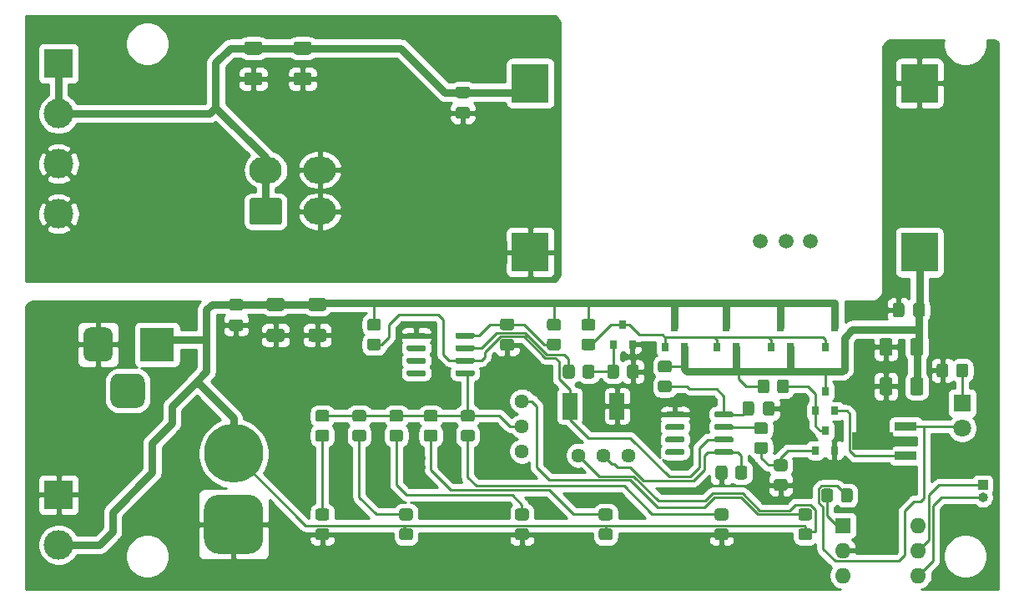
<source format=gbr>
G04 #@! TF.GenerationSoftware,KiCad,Pcbnew,5.1.10-88a1d61d58~90~ubuntu20.04.1*
G04 #@! TF.CreationDate,2021-10-05T01:19:17+01:00*
G04 #@! TF.ProjectId,lipo-discharge-protection-board,6c69706f-2d64-4697-9363-68617267652d,1*
G04 #@! TF.SameCoordinates,Original*
G04 #@! TF.FileFunction,Copper,L1,Top*
G04 #@! TF.FilePolarity,Positive*
%FSLAX46Y46*%
G04 Gerber Fmt 4.6, Leading zero omitted, Abs format (unit mm)*
G04 Created by KiCad (PCBNEW 5.1.10-88a1d61d58~90~ubuntu20.04.1) date 2021-10-05 01:19:17*
%MOMM*%
%LPD*%
G01*
G04 APERTURE LIST*
G04 #@! TA.AperFunction,ComponentPad*
%ADD10C,3.000000*%
G04 #@! TD*
G04 #@! TA.AperFunction,ComponentPad*
%ADD11R,3.000000X3.000000*%
G04 #@! TD*
G04 #@! TA.AperFunction,ComponentPad*
%ADD12R,3.500000X3.500000*%
G04 #@! TD*
G04 #@! TA.AperFunction,ComponentPad*
%ADD13C,1.500000*%
G04 #@! TD*
G04 #@! TA.AperFunction,SMDPad,CuDef*
%ADD14R,3.800000X4.000000*%
G04 #@! TD*
G04 #@! TA.AperFunction,SMDPad,CuDef*
%ADD15R,1.500000X2.700000*%
G04 #@! TD*
G04 #@! TA.AperFunction,ComponentPad*
%ADD16C,6.000000*%
G04 #@! TD*
G04 #@! TA.AperFunction,ComponentPad*
%ADD17O,3.300000X2.700000*%
G04 #@! TD*
G04 #@! TA.AperFunction,SMDPad,CuDef*
%ADD18R,0.800000X0.900000*%
G04 #@! TD*
G04 #@! TA.AperFunction,ComponentPad*
%ADD19C,1.440000*%
G04 #@! TD*
G04 #@! TA.AperFunction,SMDPad,CuDef*
%ADD20R,2.300000X0.900000*%
G04 #@! TD*
G04 #@! TA.AperFunction,SMDPad,CuDef*
%ADD21C,0.152400*%
G04 #@! TD*
G04 #@! TA.AperFunction,ComponentPad*
%ADD22R,1.000000X1.000000*%
G04 #@! TD*
G04 #@! TA.AperFunction,ComponentPad*
%ADD23O,1.000000X1.000000*%
G04 #@! TD*
G04 #@! TA.AperFunction,ComponentPad*
%ADD24R,1.800000X1.800000*%
G04 #@! TD*
G04 #@! TA.AperFunction,ComponentPad*
%ADD25C,1.800000*%
G04 #@! TD*
G04 #@! TA.AperFunction,ComponentPad*
%ADD26R,1.600000X1.600000*%
G04 #@! TD*
G04 #@! TA.AperFunction,ComponentPad*
%ADD27O,1.600000X1.600000*%
G04 #@! TD*
G04 #@! TA.AperFunction,ViaPad*
%ADD28C,0.600000*%
G04 #@! TD*
G04 #@! TA.AperFunction,Conductor*
%ADD29C,0.800000*%
G04 #@! TD*
G04 #@! TA.AperFunction,Conductor*
%ADD30C,0.254000*%
G04 #@! TD*
G04 #@! TA.AperFunction,Conductor*
%ADD31C,0.152400*%
G04 #@! TD*
G04 APERTURE END LIST*
D10*
X4000000Y-51080000D03*
X4000000Y-56160000D03*
D11*
X4000000Y-46000000D03*
D10*
X4000000Y-61240000D03*
D12*
X14000000Y-74500000D03*
G04 #@! TA.AperFunction,ComponentPad*
G36*
G01*
X6500000Y-75500000D02*
X6500000Y-73500000D01*
G75*
G02*
X7250000Y-72750000I750000J0D01*
G01*
X8750000Y-72750000D01*
G75*
G02*
X9500000Y-73500000I0J-750000D01*
G01*
X9500000Y-75500000D01*
G75*
G02*
X8750000Y-76250000I-750000J0D01*
G01*
X7250000Y-76250000D01*
G75*
G02*
X6500000Y-75500000I0J750000D01*
G01*
G37*
G04 #@! TD.AperFunction*
G04 #@! TA.AperFunction,ComponentPad*
G36*
G01*
X9250000Y-80075000D02*
X9250000Y-78325000D01*
G75*
G02*
X10125000Y-77450000I875000J0D01*
G01*
X11875000Y-77450000D01*
G75*
G02*
X12750000Y-78325000I0J-875000D01*
G01*
X12750000Y-80075000D01*
G75*
G02*
X11875000Y-80950000I-875000J0D01*
G01*
X10125000Y-80950000D01*
G75*
G02*
X9250000Y-80075000I0J875000D01*
G01*
G37*
G04 #@! TD.AperFunction*
D13*
X75200000Y-64000000D03*
X77800000Y-64000000D03*
D14*
X91325800Y-65151600D03*
X91325800Y-47981200D03*
X51854200Y-47981200D03*
X51854200Y-65126200D03*
D13*
X80300000Y-64000000D03*
G04 #@! TA.AperFunction,SMDPad,CuDef*
G36*
G01*
X21525000Y-69875000D02*
X22475000Y-69875000D01*
G75*
G02*
X22725000Y-70125000I0J-250000D01*
G01*
X22725000Y-70800000D01*
G75*
G02*
X22475000Y-71050000I-250000J0D01*
G01*
X21525000Y-71050000D01*
G75*
G02*
X21275000Y-70800000I0J250000D01*
G01*
X21275000Y-70125000D01*
G75*
G02*
X21525000Y-69875000I250000J0D01*
G01*
G37*
G04 #@! TD.AperFunction*
G04 #@! TA.AperFunction,SMDPad,CuDef*
G36*
G01*
X21525000Y-71950000D02*
X22475000Y-71950000D01*
G75*
G02*
X22725000Y-72200000I0J-250000D01*
G01*
X22725000Y-72875000D01*
G75*
G02*
X22475000Y-73125000I-250000J0D01*
G01*
X21525000Y-73125000D01*
G75*
G02*
X21275000Y-72875000I0J250000D01*
G01*
X21275000Y-72200000D01*
G75*
G02*
X21525000Y-71950000I250000J0D01*
G01*
G37*
G04 #@! TD.AperFunction*
G04 #@! TA.AperFunction,SMDPad,CuDef*
G36*
G01*
X25349998Y-72900000D02*
X26650002Y-72900000D01*
G75*
G02*
X26900000Y-73149998I0J-249998D01*
G01*
X26900000Y-73975002D01*
G75*
G02*
X26650002Y-74225000I-249998J0D01*
G01*
X25349998Y-74225000D01*
G75*
G02*
X25100000Y-73975002I0J249998D01*
G01*
X25100000Y-73149998D01*
G75*
G02*
X25349998Y-72900000I249998J0D01*
G01*
G37*
G04 #@! TD.AperFunction*
G04 #@! TA.AperFunction,SMDPad,CuDef*
G36*
G01*
X25349998Y-69775000D02*
X26650002Y-69775000D01*
G75*
G02*
X26900000Y-70024998I0J-249998D01*
G01*
X26900000Y-70850002D01*
G75*
G02*
X26650002Y-71100000I-249998J0D01*
G01*
X25349998Y-71100000D01*
G75*
G02*
X25100000Y-70850002I0J249998D01*
G01*
X25100000Y-70024998D01*
G75*
G02*
X25349998Y-69775000I249998J0D01*
G01*
G37*
G04 #@! TD.AperFunction*
G04 #@! TA.AperFunction,SMDPad,CuDef*
G36*
G01*
X89800000Y-70525000D02*
X89800000Y-71475000D01*
G75*
G02*
X89550000Y-71725000I-250000J0D01*
G01*
X88875000Y-71725000D01*
G75*
G02*
X88625000Y-71475000I0J250000D01*
G01*
X88625000Y-70525000D01*
G75*
G02*
X88875000Y-70275000I250000J0D01*
G01*
X89550000Y-70275000D01*
G75*
G02*
X89800000Y-70525000I0J-250000D01*
G01*
G37*
G04 #@! TD.AperFunction*
G04 #@! TA.AperFunction,SMDPad,CuDef*
G36*
G01*
X91875000Y-70525000D02*
X91875000Y-71475000D01*
G75*
G02*
X91625000Y-71725000I-250000J0D01*
G01*
X90950000Y-71725000D01*
G75*
G02*
X90700000Y-71475000I0J250000D01*
G01*
X90700000Y-70525000D01*
G75*
G02*
X90950000Y-70275000I250000J0D01*
G01*
X91625000Y-70275000D01*
G75*
G02*
X91875000Y-70525000I0J-250000D01*
G01*
G37*
G04 #@! TD.AperFunction*
G04 #@! TA.AperFunction,SMDPad,CuDef*
G36*
G01*
X29599998Y-69775000D02*
X30900002Y-69775000D01*
G75*
G02*
X31150000Y-70024998I0J-249998D01*
G01*
X31150000Y-70850002D01*
G75*
G02*
X30900002Y-71100000I-249998J0D01*
G01*
X29599998Y-71100000D01*
G75*
G02*
X29350000Y-70850002I0J249998D01*
G01*
X29350000Y-70024998D01*
G75*
G02*
X29599998Y-69775000I249998J0D01*
G01*
G37*
G04 #@! TD.AperFunction*
G04 #@! TA.AperFunction,SMDPad,CuDef*
G36*
G01*
X29599998Y-72900000D02*
X30900002Y-72900000D01*
G75*
G02*
X31150000Y-73149998I0J-249998D01*
G01*
X31150000Y-73975002D01*
G75*
G02*
X30900002Y-74225000I-249998J0D01*
G01*
X29599998Y-74225000D01*
G75*
G02*
X29350000Y-73975002I0J249998D01*
G01*
X29350000Y-73149998D01*
G75*
G02*
X29599998Y-72900000I249998J0D01*
G01*
G37*
G04 #@! TD.AperFunction*
G04 #@! TA.AperFunction,SMDPad,CuDef*
G36*
G01*
X88600000Y-74099998D02*
X88600000Y-75400002D01*
G75*
G02*
X88350002Y-75650000I-249998J0D01*
G01*
X87524998Y-75650000D01*
G75*
G02*
X87275000Y-75400002I0J249998D01*
G01*
X87275000Y-74099998D01*
G75*
G02*
X87524998Y-73850000I249998J0D01*
G01*
X88350002Y-73850000D01*
G75*
G02*
X88600000Y-74099998I0J-249998D01*
G01*
G37*
G04 #@! TD.AperFunction*
G04 #@! TA.AperFunction,SMDPad,CuDef*
G36*
G01*
X91725000Y-74099998D02*
X91725000Y-75400002D01*
G75*
G02*
X91475002Y-75650000I-249998J0D01*
G01*
X90649998Y-75650000D01*
G75*
G02*
X90400000Y-75400002I0J249998D01*
G01*
X90400000Y-74099998D01*
G75*
G02*
X90649998Y-73850000I249998J0D01*
G01*
X91475002Y-73850000D01*
G75*
G02*
X91725000Y-74099998I0J-249998D01*
G01*
G37*
G04 #@! TD.AperFunction*
G04 #@! TA.AperFunction,SMDPad,CuDef*
G36*
G01*
X91725000Y-78099998D02*
X91725000Y-79400002D01*
G75*
G02*
X91475002Y-79650000I-249998J0D01*
G01*
X90649998Y-79650000D01*
G75*
G02*
X90400000Y-79400002I0J249998D01*
G01*
X90400000Y-78099998D01*
G75*
G02*
X90649998Y-77850000I249998J0D01*
G01*
X91475002Y-77850000D01*
G75*
G02*
X91725000Y-78099998I0J-249998D01*
G01*
G37*
G04 #@! TD.AperFunction*
G04 #@! TA.AperFunction,SMDPad,CuDef*
G36*
G01*
X88600000Y-78099998D02*
X88600000Y-79400002D01*
G75*
G02*
X88350002Y-79650000I-249998J0D01*
G01*
X87524998Y-79650000D01*
G75*
G02*
X87275000Y-79400002I0J249998D01*
G01*
X87275000Y-78099998D01*
G75*
G02*
X87524998Y-77850000I249998J0D01*
G01*
X88350002Y-77850000D01*
G75*
G02*
X88600000Y-78099998I0J-249998D01*
G01*
G37*
G04 #@! TD.AperFunction*
G04 #@! TA.AperFunction,SMDPad,CuDef*
G36*
G01*
X44525000Y-48337500D02*
X45475000Y-48337500D01*
G75*
G02*
X45725000Y-48587500I0J-250000D01*
G01*
X45725000Y-49262500D01*
G75*
G02*
X45475000Y-49512500I-250000J0D01*
G01*
X44525000Y-49512500D01*
G75*
G02*
X44275000Y-49262500I0J250000D01*
G01*
X44275000Y-48587500D01*
G75*
G02*
X44525000Y-48337500I250000J0D01*
G01*
G37*
G04 #@! TD.AperFunction*
G04 #@! TA.AperFunction,SMDPad,CuDef*
G36*
G01*
X44525000Y-50412500D02*
X45475000Y-50412500D01*
G75*
G02*
X45725000Y-50662500I0J-250000D01*
G01*
X45725000Y-51337500D01*
G75*
G02*
X45475000Y-51587500I-250000J0D01*
G01*
X44525000Y-51587500D01*
G75*
G02*
X44275000Y-51337500I0J250000D01*
G01*
X44275000Y-50662500D01*
G75*
G02*
X44525000Y-50412500I250000J0D01*
G01*
G37*
G04 #@! TD.AperFunction*
G04 #@! TA.AperFunction,SMDPad,CuDef*
G36*
G01*
X23099998Y-46900000D02*
X24400002Y-46900000D01*
G75*
G02*
X24650000Y-47149998I0J-249998D01*
G01*
X24650000Y-47975002D01*
G75*
G02*
X24400002Y-48225000I-249998J0D01*
G01*
X23099998Y-48225000D01*
G75*
G02*
X22850000Y-47975002I0J249998D01*
G01*
X22850000Y-47149998D01*
G75*
G02*
X23099998Y-46900000I249998J0D01*
G01*
G37*
G04 #@! TD.AperFunction*
G04 #@! TA.AperFunction,SMDPad,CuDef*
G36*
G01*
X23099998Y-43775000D02*
X24400002Y-43775000D01*
G75*
G02*
X24650000Y-44024998I0J-249998D01*
G01*
X24650000Y-44850002D01*
G75*
G02*
X24400002Y-45100000I-249998J0D01*
G01*
X23099998Y-45100000D01*
G75*
G02*
X22850000Y-44850002I0J249998D01*
G01*
X22850000Y-44024998D01*
G75*
G02*
X23099998Y-43775000I249998J0D01*
G01*
G37*
G04 #@! TD.AperFunction*
G04 #@! TA.AperFunction,SMDPad,CuDef*
G36*
G01*
X49975000Y-75125000D02*
X49025000Y-75125000D01*
G75*
G02*
X48775000Y-74875000I0J250000D01*
G01*
X48775000Y-74200000D01*
G75*
G02*
X49025000Y-73950000I250000J0D01*
G01*
X49975000Y-73950000D01*
G75*
G02*
X50225000Y-74200000I0J-250000D01*
G01*
X50225000Y-74875000D01*
G75*
G02*
X49975000Y-75125000I-250000J0D01*
G01*
G37*
G04 #@! TD.AperFunction*
G04 #@! TA.AperFunction,SMDPad,CuDef*
G36*
G01*
X49975000Y-73050000D02*
X49025000Y-73050000D01*
G75*
G02*
X48775000Y-72800000I0J250000D01*
G01*
X48775000Y-72125000D01*
G75*
G02*
X49025000Y-71875000I250000J0D01*
G01*
X49975000Y-71875000D01*
G75*
G02*
X50225000Y-72125000I0J-250000D01*
G01*
X50225000Y-72800000D01*
G75*
G02*
X49975000Y-73050000I-250000J0D01*
G01*
G37*
G04 #@! TD.AperFunction*
G04 #@! TA.AperFunction,SMDPad,CuDef*
G36*
G01*
X28099998Y-43775000D02*
X29400002Y-43775000D01*
G75*
G02*
X29650000Y-44024998I0J-249998D01*
G01*
X29650000Y-44850002D01*
G75*
G02*
X29400002Y-45100000I-249998J0D01*
G01*
X28099998Y-45100000D01*
G75*
G02*
X27850000Y-44850002I0J249998D01*
G01*
X27850000Y-44024998D01*
G75*
G02*
X28099998Y-43775000I249998J0D01*
G01*
G37*
G04 #@! TD.AperFunction*
G04 #@! TA.AperFunction,SMDPad,CuDef*
G36*
G01*
X28099998Y-46900000D02*
X29400002Y-46900000D01*
G75*
G02*
X29650000Y-47149998I0J-249998D01*
G01*
X29650000Y-47975002D01*
G75*
G02*
X29400002Y-48225000I-249998J0D01*
G01*
X28099998Y-48225000D01*
G75*
G02*
X27850000Y-47975002I0J249998D01*
G01*
X27850000Y-47149998D01*
G75*
G02*
X28099998Y-46900000I249998J0D01*
G01*
G37*
G04 #@! TD.AperFunction*
D15*
X55850000Y-80750000D03*
X60650000Y-80750000D03*
D16*
X21750000Y-85550000D03*
G04 #@! TA.AperFunction,ComponentPad*
G36*
G01*
X23250000Y-95750000D02*
X20250000Y-95750000D01*
G75*
G02*
X18750000Y-94250000I0J1500000D01*
G01*
X18750000Y-91250000D01*
G75*
G02*
X20250000Y-89750000I1500000J0D01*
G01*
X23250000Y-89750000D01*
G75*
G02*
X24750000Y-91250000I0J-1500000D01*
G01*
X24750000Y-94250000D01*
G75*
G02*
X23250000Y-95750000I-1500000J0D01*
G01*
G37*
G04 #@! TD.AperFunction*
D11*
X4000000Y-89750000D03*
D10*
X4000000Y-94830000D03*
G04 #@! TA.AperFunction,ComponentPad*
G36*
G01*
X26399999Y-62350000D02*
X23600001Y-62350000D01*
G75*
G02*
X23350000Y-62099999I0J250001D01*
G01*
X23350000Y-59900001D01*
G75*
G02*
X23600001Y-59650000I250001J0D01*
G01*
X26399999Y-59650000D01*
G75*
G02*
X26650000Y-59900001I0J-250001D01*
G01*
X26650000Y-62099999D01*
G75*
G02*
X26399999Y-62350000I-250001J0D01*
G01*
G37*
G04 #@! TD.AperFunction*
D17*
X25000000Y-56800000D03*
X30500000Y-61000000D03*
X30500000Y-56800000D03*
D18*
X61250000Y-72500000D03*
X62200000Y-74500000D03*
X60300000Y-74500000D03*
X81800000Y-74750000D03*
X83700000Y-74750000D03*
X82750000Y-72750000D03*
X71750000Y-72750000D03*
X72700000Y-74750000D03*
X70800000Y-74750000D03*
X76300000Y-74750000D03*
X78200000Y-74750000D03*
X77250000Y-72750000D03*
X65550000Y-74750000D03*
X67450000Y-74750000D03*
X66500000Y-72750000D03*
D19*
X51000000Y-80250000D03*
X51000000Y-82790000D03*
X51000000Y-85330000D03*
G04 #@! TA.AperFunction,SMDPad,CuDef*
G36*
G01*
X46200000Y-77255000D02*
X46200000Y-77555000D01*
G75*
G02*
X46050000Y-77705000I-150000J0D01*
G01*
X44400000Y-77705000D01*
G75*
G02*
X44250000Y-77555000I0J150000D01*
G01*
X44250000Y-77255000D01*
G75*
G02*
X44400000Y-77105000I150000J0D01*
G01*
X46050000Y-77105000D01*
G75*
G02*
X46200000Y-77255000I0J-150000D01*
G01*
G37*
G04 #@! TD.AperFunction*
G04 #@! TA.AperFunction,SMDPad,CuDef*
G36*
G01*
X46200000Y-75985000D02*
X46200000Y-76285000D01*
G75*
G02*
X46050000Y-76435000I-150000J0D01*
G01*
X44400000Y-76435000D01*
G75*
G02*
X44250000Y-76285000I0J150000D01*
G01*
X44250000Y-75985000D01*
G75*
G02*
X44400000Y-75835000I150000J0D01*
G01*
X46050000Y-75835000D01*
G75*
G02*
X46200000Y-75985000I0J-150000D01*
G01*
G37*
G04 #@! TD.AperFunction*
G04 #@! TA.AperFunction,SMDPad,CuDef*
G36*
G01*
X46200000Y-74715000D02*
X46200000Y-75015000D01*
G75*
G02*
X46050000Y-75165000I-150000J0D01*
G01*
X44400000Y-75165000D01*
G75*
G02*
X44250000Y-75015000I0J150000D01*
G01*
X44250000Y-74715000D01*
G75*
G02*
X44400000Y-74565000I150000J0D01*
G01*
X46050000Y-74565000D01*
G75*
G02*
X46200000Y-74715000I0J-150000D01*
G01*
G37*
G04 #@! TD.AperFunction*
G04 #@! TA.AperFunction,SMDPad,CuDef*
G36*
G01*
X46200000Y-73445000D02*
X46200000Y-73745000D01*
G75*
G02*
X46050000Y-73895000I-150000J0D01*
G01*
X44400000Y-73895000D01*
G75*
G02*
X44250000Y-73745000I0J150000D01*
G01*
X44250000Y-73445000D01*
G75*
G02*
X44400000Y-73295000I150000J0D01*
G01*
X46050000Y-73295000D01*
G75*
G02*
X46200000Y-73445000I0J-150000D01*
G01*
G37*
G04 #@! TD.AperFunction*
G04 #@! TA.AperFunction,SMDPad,CuDef*
G36*
G01*
X41250000Y-73445000D02*
X41250000Y-73745000D01*
G75*
G02*
X41100000Y-73895000I-150000J0D01*
G01*
X39450000Y-73895000D01*
G75*
G02*
X39300000Y-73745000I0J150000D01*
G01*
X39300000Y-73445000D01*
G75*
G02*
X39450000Y-73295000I150000J0D01*
G01*
X41100000Y-73295000D01*
G75*
G02*
X41250000Y-73445000I0J-150000D01*
G01*
G37*
G04 #@! TD.AperFunction*
G04 #@! TA.AperFunction,SMDPad,CuDef*
G36*
G01*
X41250000Y-74715000D02*
X41250000Y-75015000D01*
G75*
G02*
X41100000Y-75165000I-150000J0D01*
G01*
X39450000Y-75165000D01*
G75*
G02*
X39300000Y-75015000I0J150000D01*
G01*
X39300000Y-74715000D01*
G75*
G02*
X39450000Y-74565000I150000J0D01*
G01*
X41100000Y-74565000D01*
G75*
G02*
X41250000Y-74715000I0J-150000D01*
G01*
G37*
G04 #@! TD.AperFunction*
G04 #@! TA.AperFunction,SMDPad,CuDef*
G36*
G01*
X41250000Y-75985000D02*
X41250000Y-76285000D01*
G75*
G02*
X41100000Y-76435000I-150000J0D01*
G01*
X39450000Y-76435000D01*
G75*
G02*
X39300000Y-76285000I0J150000D01*
G01*
X39300000Y-75985000D01*
G75*
G02*
X39450000Y-75835000I150000J0D01*
G01*
X41100000Y-75835000D01*
G75*
G02*
X41250000Y-75985000I0J-150000D01*
G01*
G37*
G04 #@! TD.AperFunction*
G04 #@! TA.AperFunction,SMDPad,CuDef*
G36*
G01*
X41250000Y-77255000D02*
X41250000Y-77555000D01*
G75*
G02*
X41100000Y-77705000I-150000J0D01*
G01*
X39450000Y-77705000D01*
G75*
G02*
X39300000Y-77555000I0J150000D01*
G01*
X39300000Y-77255000D01*
G75*
G02*
X39450000Y-77105000I150000J0D01*
G01*
X41100000Y-77105000D01*
G75*
G02*
X41250000Y-77255000I0J-150000D01*
G01*
G37*
G04 #@! TD.AperFunction*
G04 #@! TA.AperFunction,SMDPad,CuDef*
G36*
G01*
X76625000Y-80525000D02*
X76625000Y-81475000D01*
G75*
G02*
X76375000Y-81725000I-250000J0D01*
G01*
X75700000Y-81725000D01*
G75*
G02*
X75450000Y-81475000I0J250000D01*
G01*
X75450000Y-80525000D01*
G75*
G02*
X75700000Y-80275000I250000J0D01*
G01*
X76375000Y-80275000D01*
G75*
G02*
X76625000Y-80525000I0J-250000D01*
G01*
G37*
G04 #@! TD.AperFunction*
G04 #@! TA.AperFunction,SMDPad,CuDef*
G36*
G01*
X74550000Y-80525000D02*
X74550000Y-81475000D01*
G75*
G02*
X74300000Y-81725000I-250000J0D01*
G01*
X73625000Y-81725000D01*
G75*
G02*
X73375000Y-81475000I0J250000D01*
G01*
X73375000Y-80525000D01*
G75*
G02*
X73625000Y-80275000I250000J0D01*
G01*
X74300000Y-80275000D01*
G75*
G02*
X74550000Y-80525000I0J-250000D01*
G01*
G37*
G04 #@! TD.AperFunction*
G04 #@! TA.AperFunction,SMDPad,CuDef*
G36*
G01*
X73850000Y-87049999D02*
X73850000Y-87950001D01*
G75*
G02*
X73600001Y-88200000I-249999J0D01*
G01*
X72899999Y-88200000D01*
G75*
G02*
X72650000Y-87950001I0J249999D01*
G01*
X72650000Y-87049999D01*
G75*
G02*
X72899999Y-86800000I249999J0D01*
G01*
X73600001Y-86800000D01*
G75*
G02*
X73850000Y-87049999I0J-249999D01*
G01*
G37*
G04 #@! TD.AperFunction*
G04 #@! TA.AperFunction,SMDPad,CuDef*
G36*
G01*
X71850000Y-87049999D02*
X71850000Y-87950001D01*
G75*
G02*
X71600001Y-88200000I-249999J0D01*
G01*
X70899999Y-88200000D01*
G75*
G02*
X70650000Y-87950001I0J249999D01*
G01*
X70650000Y-87049999D01*
G75*
G02*
X70899999Y-86800000I249999J0D01*
G01*
X71600001Y-86800000D01*
G75*
G02*
X71850000Y-87049999I0J-249999D01*
G01*
G37*
G04 #@! TD.AperFunction*
G04 #@! TA.AperFunction,SMDPad,CuDef*
G36*
G01*
X65049999Y-76150000D02*
X65950001Y-76150000D01*
G75*
G02*
X66200000Y-76399999I0J-249999D01*
G01*
X66200000Y-77100001D01*
G75*
G02*
X65950001Y-77350000I-249999J0D01*
G01*
X65049999Y-77350000D01*
G75*
G02*
X64800000Y-77100001I0J249999D01*
G01*
X64800000Y-76399999D01*
G75*
G02*
X65049999Y-76150000I249999J0D01*
G01*
G37*
G04 #@! TD.AperFunction*
G04 #@! TA.AperFunction,SMDPad,CuDef*
G36*
G01*
X65049999Y-78150000D02*
X65950001Y-78150000D01*
G75*
G02*
X66200000Y-78399999I0J-249999D01*
G01*
X66200000Y-79100001D01*
G75*
G02*
X65950001Y-79350000I-249999J0D01*
G01*
X65049999Y-79350000D01*
G75*
G02*
X64800000Y-79100001I0J249999D01*
G01*
X64800000Y-78399999D01*
G75*
G02*
X65049999Y-78150000I249999J0D01*
G01*
G37*
G04 #@! TD.AperFunction*
G04 #@! TA.AperFunction,SMDPad,CuDef*
G36*
G01*
X93065800Y-77589801D02*
X93065800Y-76689799D01*
G75*
G02*
X93315799Y-76439800I249999J0D01*
G01*
X94015801Y-76439800D01*
G75*
G02*
X94265800Y-76689799I0J-249999D01*
G01*
X94265800Y-77589801D01*
G75*
G02*
X94015801Y-77839800I-249999J0D01*
G01*
X93315799Y-77839800D01*
G75*
G02*
X93065800Y-77589801I0J249999D01*
G01*
G37*
G04 #@! TD.AperFunction*
G04 #@! TA.AperFunction,SMDPad,CuDef*
G36*
G01*
X95065800Y-77589801D02*
X95065800Y-76689799D01*
G75*
G02*
X95315799Y-76439800I249999J0D01*
G01*
X96015801Y-76439800D01*
G75*
G02*
X96265800Y-76689799I0J-249999D01*
G01*
X96265800Y-77589801D01*
G75*
G02*
X96015801Y-77839800I-249999J0D01*
G01*
X95315799Y-77839800D01*
G75*
G02*
X95065800Y-77589801I0J249999D01*
G01*
G37*
G04 #@! TD.AperFunction*
G04 #@! TA.AperFunction,SMDPad,CuDef*
G36*
G01*
X83356400Y-90264401D02*
X83356400Y-89364399D01*
G75*
G02*
X83606399Y-89114400I249999J0D01*
G01*
X84306401Y-89114400D01*
G75*
G02*
X84556400Y-89364399I0J-249999D01*
G01*
X84556400Y-90264401D01*
G75*
G02*
X84306401Y-90514400I-249999J0D01*
G01*
X83606399Y-90514400D01*
G75*
G02*
X83356400Y-90264401I0J249999D01*
G01*
G37*
G04 #@! TD.AperFunction*
G04 #@! TA.AperFunction,SMDPad,CuDef*
G36*
G01*
X81356400Y-90264401D02*
X81356400Y-89364399D01*
G75*
G02*
X81606399Y-89114400I249999J0D01*
G01*
X82306401Y-89114400D01*
G75*
G02*
X82556400Y-89364399I0J-249999D01*
G01*
X82556400Y-90264401D01*
G75*
G02*
X82306401Y-90514400I-249999J0D01*
G01*
X81606399Y-90514400D01*
G75*
G02*
X81356400Y-90264401I0J249999D01*
G01*
G37*
G04 #@! TD.AperFunction*
X56750000Y-85750000D03*
X59290000Y-85750000D03*
X61830000Y-85750000D03*
G04 #@! TA.AperFunction,SMDPad,CuDef*
G36*
G01*
X72450000Y-85255000D02*
X72450000Y-85555000D01*
G75*
G02*
X72300000Y-85705000I-150000J0D01*
G01*
X70650000Y-85705000D01*
G75*
G02*
X70500000Y-85555000I0J150000D01*
G01*
X70500000Y-85255000D01*
G75*
G02*
X70650000Y-85105000I150000J0D01*
G01*
X72300000Y-85105000D01*
G75*
G02*
X72450000Y-85255000I0J-150000D01*
G01*
G37*
G04 #@! TD.AperFunction*
G04 #@! TA.AperFunction,SMDPad,CuDef*
G36*
G01*
X72450000Y-83985000D02*
X72450000Y-84285000D01*
G75*
G02*
X72300000Y-84435000I-150000J0D01*
G01*
X70650000Y-84435000D01*
G75*
G02*
X70500000Y-84285000I0J150000D01*
G01*
X70500000Y-83985000D01*
G75*
G02*
X70650000Y-83835000I150000J0D01*
G01*
X72300000Y-83835000D01*
G75*
G02*
X72450000Y-83985000I0J-150000D01*
G01*
G37*
G04 #@! TD.AperFunction*
G04 #@! TA.AperFunction,SMDPad,CuDef*
G36*
G01*
X72450000Y-82715000D02*
X72450000Y-83015000D01*
G75*
G02*
X72300000Y-83165000I-150000J0D01*
G01*
X70650000Y-83165000D01*
G75*
G02*
X70500000Y-83015000I0J150000D01*
G01*
X70500000Y-82715000D01*
G75*
G02*
X70650000Y-82565000I150000J0D01*
G01*
X72300000Y-82565000D01*
G75*
G02*
X72450000Y-82715000I0J-150000D01*
G01*
G37*
G04 #@! TD.AperFunction*
G04 #@! TA.AperFunction,SMDPad,CuDef*
G36*
G01*
X72450000Y-81445000D02*
X72450000Y-81745000D01*
G75*
G02*
X72300000Y-81895000I-150000J0D01*
G01*
X70650000Y-81895000D01*
G75*
G02*
X70500000Y-81745000I0J150000D01*
G01*
X70500000Y-81445000D01*
G75*
G02*
X70650000Y-81295000I150000J0D01*
G01*
X72300000Y-81295000D01*
G75*
G02*
X72450000Y-81445000I0J-150000D01*
G01*
G37*
G04 #@! TD.AperFunction*
G04 #@! TA.AperFunction,SMDPad,CuDef*
G36*
G01*
X67500000Y-81445000D02*
X67500000Y-81745000D01*
G75*
G02*
X67350000Y-81895000I-150000J0D01*
G01*
X65700000Y-81895000D01*
G75*
G02*
X65550000Y-81745000I0J150000D01*
G01*
X65550000Y-81445000D01*
G75*
G02*
X65700000Y-81295000I150000J0D01*
G01*
X67350000Y-81295000D01*
G75*
G02*
X67500000Y-81445000I0J-150000D01*
G01*
G37*
G04 #@! TD.AperFunction*
G04 #@! TA.AperFunction,SMDPad,CuDef*
G36*
G01*
X67500000Y-82715000D02*
X67500000Y-83015000D01*
G75*
G02*
X67350000Y-83165000I-150000J0D01*
G01*
X65700000Y-83165000D01*
G75*
G02*
X65550000Y-83015000I0J150000D01*
G01*
X65550000Y-82715000D01*
G75*
G02*
X65700000Y-82565000I150000J0D01*
G01*
X67350000Y-82565000D01*
G75*
G02*
X67500000Y-82715000I0J-150000D01*
G01*
G37*
G04 #@! TD.AperFunction*
G04 #@! TA.AperFunction,SMDPad,CuDef*
G36*
G01*
X67500000Y-83985000D02*
X67500000Y-84285000D01*
G75*
G02*
X67350000Y-84435000I-150000J0D01*
G01*
X65700000Y-84435000D01*
G75*
G02*
X65550000Y-84285000I0J150000D01*
G01*
X65550000Y-83985000D01*
G75*
G02*
X65700000Y-83835000I150000J0D01*
G01*
X67350000Y-83835000D01*
G75*
G02*
X67500000Y-83985000I0J-150000D01*
G01*
G37*
G04 #@! TD.AperFunction*
G04 #@! TA.AperFunction,SMDPad,CuDef*
G36*
G01*
X67500000Y-85255000D02*
X67500000Y-85555000D01*
G75*
G02*
X67350000Y-85705000I-150000J0D01*
G01*
X65700000Y-85705000D01*
G75*
G02*
X65550000Y-85555000I0J150000D01*
G01*
X65550000Y-85255000D01*
G75*
G02*
X65700000Y-85105000I150000J0D01*
G01*
X67350000Y-85105000D01*
G75*
G02*
X67500000Y-85255000I0J-150000D01*
G01*
G37*
G04 #@! TD.AperFunction*
D20*
X89950000Y-85800000D03*
X89950000Y-82800000D03*
G04 #@! TA.AperFunction,SMDPad,CuDef*
D21*
G36*
X84500000Y-83433500D02*
G01*
X88625000Y-83433500D01*
X88625000Y-83850000D01*
X91100000Y-83850000D01*
X91100000Y-84750000D01*
X88625000Y-84750000D01*
X88625000Y-85166500D01*
X84500000Y-85166500D01*
X84500000Y-83433500D01*
G37*
G04 #@! TD.AperFunction*
G04 #@! TA.AperFunction,SMDPad,CuDef*
G36*
G01*
X30299999Y-93150000D02*
X31200001Y-93150000D01*
G75*
G02*
X31450000Y-93399999I0J-249999D01*
G01*
X31450000Y-94100001D01*
G75*
G02*
X31200001Y-94350000I-249999J0D01*
G01*
X30299999Y-94350000D01*
G75*
G02*
X30050000Y-94100001I0J249999D01*
G01*
X30050000Y-93399999D01*
G75*
G02*
X30299999Y-93150000I249999J0D01*
G01*
G37*
G04 #@! TD.AperFunction*
G04 #@! TA.AperFunction,SMDPad,CuDef*
G36*
G01*
X30299999Y-91150000D02*
X31200001Y-91150000D01*
G75*
G02*
X31450000Y-91399999I0J-249999D01*
G01*
X31450000Y-92100001D01*
G75*
G02*
X31200001Y-92350000I-249999J0D01*
G01*
X30299999Y-92350000D01*
G75*
G02*
X30050000Y-92100001I0J249999D01*
G01*
X30050000Y-91399999D01*
G75*
G02*
X30299999Y-91150000I249999J0D01*
G01*
G37*
G04 #@! TD.AperFunction*
G04 #@! TA.AperFunction,SMDPad,CuDef*
G36*
G01*
X38799999Y-91150000D02*
X39700001Y-91150000D01*
G75*
G02*
X39950000Y-91399999I0J-249999D01*
G01*
X39950000Y-92100001D01*
G75*
G02*
X39700001Y-92350000I-249999J0D01*
G01*
X38799999Y-92350000D01*
G75*
G02*
X38550000Y-92100001I0J249999D01*
G01*
X38550000Y-91399999D01*
G75*
G02*
X38799999Y-91150000I249999J0D01*
G01*
G37*
G04 #@! TD.AperFunction*
G04 #@! TA.AperFunction,SMDPad,CuDef*
G36*
G01*
X38799999Y-93150000D02*
X39700001Y-93150000D01*
G75*
G02*
X39950000Y-93399999I0J-249999D01*
G01*
X39950000Y-94100001D01*
G75*
G02*
X39700001Y-94350000I-249999J0D01*
G01*
X38799999Y-94350000D01*
G75*
G02*
X38550000Y-94100001I0J249999D01*
G01*
X38550000Y-93399999D01*
G75*
G02*
X38799999Y-93150000I249999J0D01*
G01*
G37*
G04 #@! TD.AperFunction*
G04 #@! TA.AperFunction,SMDPad,CuDef*
G36*
G01*
X34950001Y-84350000D02*
X34049999Y-84350000D01*
G75*
G02*
X33800000Y-84100001I0J249999D01*
G01*
X33800000Y-83399999D01*
G75*
G02*
X34049999Y-83150000I249999J0D01*
G01*
X34950001Y-83150000D01*
G75*
G02*
X35200000Y-83399999I0J-249999D01*
G01*
X35200000Y-84100001D01*
G75*
G02*
X34950001Y-84350000I-249999J0D01*
G01*
G37*
G04 #@! TD.AperFunction*
G04 #@! TA.AperFunction,SMDPad,CuDef*
G36*
G01*
X34950001Y-82350000D02*
X34049999Y-82350000D01*
G75*
G02*
X33800000Y-82100001I0J249999D01*
G01*
X33800000Y-81399999D01*
G75*
G02*
X34049999Y-81150000I249999J0D01*
G01*
X34950001Y-81150000D01*
G75*
G02*
X35200000Y-81399999I0J-249999D01*
G01*
X35200000Y-82100001D01*
G75*
G02*
X34950001Y-82350000I-249999J0D01*
G01*
G37*
G04 #@! TD.AperFunction*
G04 #@! TA.AperFunction,SMDPad,CuDef*
G36*
G01*
X30299999Y-83150000D02*
X31200001Y-83150000D01*
G75*
G02*
X31450000Y-83399999I0J-249999D01*
G01*
X31450000Y-84100001D01*
G75*
G02*
X31200001Y-84350000I-249999J0D01*
G01*
X30299999Y-84350000D01*
G75*
G02*
X30050000Y-84100001I0J249999D01*
G01*
X30050000Y-83399999D01*
G75*
G02*
X30299999Y-83150000I249999J0D01*
G01*
G37*
G04 #@! TD.AperFunction*
G04 #@! TA.AperFunction,SMDPad,CuDef*
G36*
G01*
X30299999Y-81150000D02*
X31200001Y-81150000D01*
G75*
G02*
X31450000Y-81399999I0J-249999D01*
G01*
X31450000Y-82100001D01*
G75*
G02*
X31200001Y-82350000I-249999J0D01*
G01*
X30299999Y-82350000D01*
G75*
G02*
X30050000Y-82100001I0J249999D01*
G01*
X30050000Y-81399999D01*
G75*
G02*
X30299999Y-81150000I249999J0D01*
G01*
G37*
G04 #@! TD.AperFunction*
G04 #@! TA.AperFunction,SMDPad,CuDef*
G36*
G01*
X50549999Y-93150000D02*
X51450001Y-93150000D01*
G75*
G02*
X51700000Y-93399999I0J-249999D01*
G01*
X51700000Y-94100001D01*
G75*
G02*
X51450001Y-94350000I-249999J0D01*
G01*
X50549999Y-94350000D01*
G75*
G02*
X50300000Y-94100001I0J249999D01*
G01*
X50300000Y-93399999D01*
G75*
G02*
X50549999Y-93150000I249999J0D01*
G01*
G37*
G04 #@! TD.AperFunction*
G04 #@! TA.AperFunction,SMDPad,CuDef*
G36*
G01*
X50549999Y-91150000D02*
X51450001Y-91150000D01*
G75*
G02*
X51700000Y-91399999I0J-249999D01*
G01*
X51700000Y-92100001D01*
G75*
G02*
X51450001Y-92350000I-249999J0D01*
G01*
X50549999Y-92350000D01*
G75*
G02*
X50300000Y-92100001I0J249999D01*
G01*
X50300000Y-91399999D01*
G75*
G02*
X50549999Y-91150000I249999J0D01*
G01*
G37*
G04 #@! TD.AperFunction*
G04 #@! TA.AperFunction,SMDPad,CuDef*
G36*
G01*
X59049999Y-91150000D02*
X59950001Y-91150000D01*
G75*
G02*
X60200000Y-91399999I0J-249999D01*
G01*
X60200000Y-92100001D01*
G75*
G02*
X59950001Y-92350000I-249999J0D01*
G01*
X59049999Y-92350000D01*
G75*
G02*
X58800000Y-92100001I0J249999D01*
G01*
X58800000Y-91399999D01*
G75*
G02*
X59049999Y-91150000I249999J0D01*
G01*
G37*
G04 #@! TD.AperFunction*
G04 #@! TA.AperFunction,SMDPad,CuDef*
G36*
G01*
X59049999Y-93150000D02*
X59950001Y-93150000D01*
G75*
G02*
X60200000Y-93399999I0J-249999D01*
G01*
X60200000Y-94100001D01*
G75*
G02*
X59950001Y-94350000I-249999J0D01*
G01*
X59049999Y-94350000D01*
G75*
G02*
X58800000Y-94100001I0J249999D01*
G01*
X58800000Y-93399999D01*
G75*
G02*
X59049999Y-93150000I249999J0D01*
G01*
G37*
G04 #@! TD.AperFunction*
G04 #@! TA.AperFunction,SMDPad,CuDef*
G36*
G01*
X42200001Y-82350000D02*
X41299999Y-82350000D01*
G75*
G02*
X41050000Y-82100001I0J249999D01*
G01*
X41050000Y-81399999D01*
G75*
G02*
X41299999Y-81150000I249999J0D01*
G01*
X42200001Y-81150000D01*
G75*
G02*
X42450000Y-81399999I0J-249999D01*
G01*
X42450000Y-82100001D01*
G75*
G02*
X42200001Y-82350000I-249999J0D01*
G01*
G37*
G04 #@! TD.AperFunction*
G04 #@! TA.AperFunction,SMDPad,CuDef*
G36*
G01*
X42200001Y-84350000D02*
X41299999Y-84350000D01*
G75*
G02*
X41050000Y-84100001I0J249999D01*
G01*
X41050000Y-83399999D01*
G75*
G02*
X41299999Y-83150000I249999J0D01*
G01*
X42200001Y-83150000D01*
G75*
G02*
X42450000Y-83399999I0J-249999D01*
G01*
X42450000Y-84100001D01*
G75*
G02*
X42200001Y-84350000I-249999J0D01*
G01*
G37*
G04 #@! TD.AperFunction*
G04 #@! TA.AperFunction,SMDPad,CuDef*
G36*
G01*
X37799999Y-83150000D02*
X38700001Y-83150000D01*
G75*
G02*
X38950000Y-83399999I0J-249999D01*
G01*
X38950000Y-84100001D01*
G75*
G02*
X38700001Y-84350000I-249999J0D01*
G01*
X37799999Y-84350000D01*
G75*
G02*
X37550000Y-84100001I0J249999D01*
G01*
X37550000Y-83399999D01*
G75*
G02*
X37799999Y-83150000I249999J0D01*
G01*
G37*
G04 #@! TD.AperFunction*
G04 #@! TA.AperFunction,SMDPad,CuDef*
G36*
G01*
X37799999Y-81150000D02*
X38700001Y-81150000D01*
G75*
G02*
X38950000Y-81399999I0J-249999D01*
G01*
X38950000Y-82100001D01*
G75*
G02*
X38700001Y-82350000I-249999J0D01*
G01*
X37799999Y-82350000D01*
G75*
G02*
X37550000Y-82100001I0J249999D01*
G01*
X37550000Y-81399999D01*
G75*
G02*
X37799999Y-81150000I249999J0D01*
G01*
G37*
G04 #@! TD.AperFunction*
G04 #@! TA.AperFunction,SMDPad,CuDef*
G36*
G01*
X70799999Y-91150000D02*
X71700001Y-91150000D01*
G75*
G02*
X71950000Y-91399999I0J-249999D01*
G01*
X71950000Y-92100001D01*
G75*
G02*
X71700001Y-92350000I-249999J0D01*
G01*
X70799999Y-92350000D01*
G75*
G02*
X70550000Y-92100001I0J249999D01*
G01*
X70550000Y-91399999D01*
G75*
G02*
X70799999Y-91150000I249999J0D01*
G01*
G37*
G04 #@! TD.AperFunction*
G04 #@! TA.AperFunction,SMDPad,CuDef*
G36*
G01*
X70799999Y-93150000D02*
X71700001Y-93150000D01*
G75*
G02*
X71950000Y-93399999I0J-249999D01*
G01*
X71950000Y-94100001D01*
G75*
G02*
X71700001Y-94350000I-249999J0D01*
G01*
X70799999Y-94350000D01*
G75*
G02*
X70550000Y-94100001I0J249999D01*
G01*
X70550000Y-93399999D01*
G75*
G02*
X70799999Y-93150000I249999J0D01*
G01*
G37*
G04 #@! TD.AperFunction*
G04 #@! TA.AperFunction,SMDPad,CuDef*
G36*
G01*
X79299999Y-91150000D02*
X80200001Y-91150000D01*
G75*
G02*
X80450000Y-91399999I0J-249999D01*
G01*
X80450000Y-92100001D01*
G75*
G02*
X80200001Y-92350000I-249999J0D01*
G01*
X79299999Y-92350000D01*
G75*
G02*
X79050000Y-92100001I0J249999D01*
G01*
X79050000Y-91399999D01*
G75*
G02*
X79299999Y-91150000I249999J0D01*
G01*
G37*
G04 #@! TD.AperFunction*
G04 #@! TA.AperFunction,SMDPad,CuDef*
G36*
G01*
X79299999Y-93150000D02*
X80200001Y-93150000D01*
G75*
G02*
X80450000Y-93399999I0J-249999D01*
G01*
X80450000Y-94100001D01*
G75*
G02*
X80200001Y-94350000I-249999J0D01*
G01*
X79299999Y-94350000D01*
G75*
G02*
X79050000Y-94100001I0J249999D01*
G01*
X79050000Y-93399999D01*
G75*
G02*
X79299999Y-93150000I249999J0D01*
G01*
G37*
G04 #@! TD.AperFunction*
G04 #@! TA.AperFunction,SMDPad,CuDef*
G36*
G01*
X45049999Y-81150000D02*
X45950001Y-81150000D01*
G75*
G02*
X46200000Y-81399999I0J-249999D01*
G01*
X46200000Y-82100001D01*
G75*
G02*
X45950001Y-82350000I-249999J0D01*
G01*
X45049999Y-82350000D01*
G75*
G02*
X44800000Y-82100001I0J249999D01*
G01*
X44800000Y-81399999D01*
G75*
G02*
X45049999Y-81150000I249999J0D01*
G01*
G37*
G04 #@! TD.AperFunction*
G04 #@! TA.AperFunction,SMDPad,CuDef*
G36*
G01*
X45049999Y-83150000D02*
X45950001Y-83150000D01*
G75*
G02*
X46200000Y-83399999I0J-249999D01*
G01*
X46200000Y-84100001D01*
G75*
G02*
X45950001Y-84350000I-249999J0D01*
G01*
X45049999Y-84350000D01*
G75*
G02*
X44800000Y-84100001I0J249999D01*
G01*
X44800000Y-83399999D01*
G75*
G02*
X45049999Y-83150000I249999J0D01*
G01*
G37*
G04 #@! TD.AperFunction*
G04 #@! TA.AperFunction,SMDPad,CuDef*
G36*
G01*
X35549999Y-71900000D02*
X36450001Y-71900000D01*
G75*
G02*
X36700000Y-72149999I0J-249999D01*
G01*
X36700000Y-72850001D01*
G75*
G02*
X36450001Y-73100000I-249999J0D01*
G01*
X35549999Y-73100000D01*
G75*
G02*
X35300000Y-72850001I0J249999D01*
G01*
X35300000Y-72149999D01*
G75*
G02*
X35549999Y-71900000I249999J0D01*
G01*
G37*
G04 #@! TD.AperFunction*
G04 #@! TA.AperFunction,SMDPad,CuDef*
G36*
G01*
X35549999Y-73900000D02*
X36450001Y-73900000D01*
G75*
G02*
X36700000Y-74149999I0J-249999D01*
G01*
X36700000Y-74850001D01*
G75*
G02*
X36450001Y-75100000I-249999J0D01*
G01*
X35549999Y-75100000D01*
G75*
G02*
X35300000Y-74850001I0J249999D01*
G01*
X35300000Y-74149999D01*
G75*
G02*
X35549999Y-73900000I249999J0D01*
G01*
G37*
G04 #@! TD.AperFunction*
G04 #@! TA.AperFunction,SMDPad,CuDef*
G36*
G01*
X53799999Y-71900000D02*
X54700001Y-71900000D01*
G75*
G02*
X54950000Y-72149999I0J-249999D01*
G01*
X54950000Y-72850001D01*
G75*
G02*
X54700001Y-73100000I-249999J0D01*
G01*
X53799999Y-73100000D01*
G75*
G02*
X53550000Y-72850001I0J249999D01*
G01*
X53550000Y-72149999D01*
G75*
G02*
X53799999Y-71900000I249999J0D01*
G01*
G37*
G04 #@! TD.AperFunction*
G04 #@! TA.AperFunction,SMDPad,CuDef*
G36*
G01*
X53799999Y-73900000D02*
X54700001Y-73900000D01*
G75*
G02*
X54950000Y-74149999I0J-249999D01*
G01*
X54950000Y-74850001D01*
G75*
G02*
X54700001Y-75100000I-249999J0D01*
G01*
X53799999Y-75100000D01*
G75*
G02*
X53550000Y-74850001I0J249999D01*
G01*
X53550000Y-74149999D01*
G75*
G02*
X53799999Y-73900000I249999J0D01*
G01*
G37*
G04 #@! TD.AperFunction*
G04 #@! TA.AperFunction,SMDPad,CuDef*
G36*
G01*
X57150000Y-77700001D02*
X57150000Y-76799999D01*
G75*
G02*
X57399999Y-76550000I249999J0D01*
G01*
X58100001Y-76550000D01*
G75*
G02*
X58350000Y-76799999I0J-249999D01*
G01*
X58350000Y-77700001D01*
G75*
G02*
X58100001Y-77950000I-249999J0D01*
G01*
X57399999Y-77950000D01*
G75*
G02*
X57150000Y-77700001I0J249999D01*
G01*
G37*
G04 #@! TD.AperFunction*
G04 #@! TA.AperFunction,SMDPad,CuDef*
G36*
G01*
X55150000Y-77700001D02*
X55150000Y-76799999D01*
G75*
G02*
X55399999Y-76550000I249999J0D01*
G01*
X56100001Y-76550000D01*
G75*
G02*
X56350000Y-76799999I0J-249999D01*
G01*
X56350000Y-77700001D01*
G75*
G02*
X56100001Y-77950000I-249999J0D01*
G01*
X55399999Y-77950000D01*
G75*
G02*
X55150000Y-77700001I0J249999D01*
G01*
G37*
G04 #@! TD.AperFunction*
G04 #@! TA.AperFunction,SMDPad,CuDef*
G36*
G01*
X61650000Y-77700001D02*
X61650000Y-76799999D01*
G75*
G02*
X61899999Y-76550000I249999J0D01*
G01*
X62600001Y-76550000D01*
G75*
G02*
X62850000Y-76799999I0J-249999D01*
G01*
X62850000Y-77700001D01*
G75*
G02*
X62600001Y-77950000I-249999J0D01*
G01*
X61899999Y-77950000D01*
G75*
G02*
X61650000Y-77700001I0J249999D01*
G01*
G37*
G04 #@! TD.AperFunction*
G04 #@! TA.AperFunction,SMDPad,CuDef*
G36*
G01*
X59650000Y-77700001D02*
X59650000Y-76799999D01*
G75*
G02*
X59899999Y-76550000I249999J0D01*
G01*
X60600001Y-76550000D01*
G75*
G02*
X60850000Y-76799999I0J-249999D01*
G01*
X60850000Y-77700001D01*
G75*
G02*
X60600001Y-77950000I-249999J0D01*
G01*
X59899999Y-77950000D01*
G75*
G02*
X59650000Y-77700001I0J249999D01*
G01*
G37*
G04 #@! TD.AperFunction*
G04 #@! TA.AperFunction,SMDPad,CuDef*
G36*
G01*
X57299999Y-73900000D02*
X58200001Y-73900000D01*
G75*
G02*
X58450000Y-74149999I0J-249999D01*
G01*
X58450000Y-74850001D01*
G75*
G02*
X58200001Y-75100000I-249999J0D01*
G01*
X57299999Y-75100000D01*
G75*
G02*
X57050000Y-74850001I0J249999D01*
G01*
X57050000Y-74149999D01*
G75*
G02*
X57299999Y-73900000I249999J0D01*
G01*
G37*
G04 #@! TD.AperFunction*
G04 #@! TA.AperFunction,SMDPad,CuDef*
G36*
G01*
X57299999Y-71900000D02*
X58200001Y-71900000D01*
G75*
G02*
X58450000Y-72149999I0J-249999D01*
G01*
X58450000Y-72850001D01*
G75*
G02*
X58200001Y-73100000I-249999J0D01*
G01*
X57299999Y-73100000D01*
G75*
G02*
X57050000Y-72850001I0J249999D01*
G01*
X57050000Y-72149999D01*
G75*
G02*
X57299999Y-71900000I249999J0D01*
G01*
G37*
G04 #@! TD.AperFunction*
D22*
X97750000Y-88750000D03*
D23*
X97750000Y-90020000D03*
D18*
X80800000Y-85250000D03*
X82700000Y-85250000D03*
X81750000Y-83250000D03*
X81750000Y-79250000D03*
X82700000Y-81250000D03*
X80800000Y-81250000D03*
G04 #@! TA.AperFunction,SMDPad,CuDef*
G36*
G01*
X74799999Y-82400000D02*
X75700001Y-82400000D01*
G75*
G02*
X75950000Y-82649999I0J-249999D01*
G01*
X75950000Y-83350001D01*
G75*
G02*
X75700001Y-83600000I-249999J0D01*
G01*
X74799999Y-83600000D01*
G75*
G02*
X74550000Y-83350001I0J249999D01*
G01*
X74550000Y-82649999D01*
G75*
G02*
X74799999Y-82400000I249999J0D01*
G01*
G37*
G04 #@! TD.AperFunction*
G04 #@! TA.AperFunction,SMDPad,CuDef*
G36*
G01*
X74799999Y-84400000D02*
X75700001Y-84400000D01*
G75*
G02*
X75950000Y-84649999I0J-249999D01*
G01*
X75950000Y-85350001D01*
G75*
G02*
X75700001Y-85600000I-249999J0D01*
G01*
X74799999Y-85600000D01*
G75*
G02*
X74550000Y-85350001I0J249999D01*
G01*
X74550000Y-84649999D01*
G75*
G02*
X74799999Y-84400000I249999J0D01*
G01*
G37*
G04 #@! TD.AperFunction*
G04 #@! TA.AperFunction,SMDPad,CuDef*
G36*
G01*
X76799999Y-86150000D02*
X77700001Y-86150000D01*
G75*
G02*
X77950000Y-86399999I0J-249999D01*
G01*
X77950000Y-87100001D01*
G75*
G02*
X77700001Y-87350000I-249999J0D01*
G01*
X76799999Y-87350000D01*
G75*
G02*
X76550000Y-87100001I0J249999D01*
G01*
X76550000Y-86399999D01*
G75*
G02*
X76799999Y-86150000I249999J0D01*
G01*
G37*
G04 #@! TD.AperFunction*
G04 #@! TA.AperFunction,SMDPad,CuDef*
G36*
G01*
X76799999Y-88150000D02*
X77700001Y-88150000D01*
G75*
G02*
X77950000Y-88399999I0J-249999D01*
G01*
X77950000Y-89100001D01*
G75*
G02*
X77700001Y-89350000I-249999J0D01*
G01*
X76799999Y-89350000D01*
G75*
G02*
X76550000Y-89100001I0J249999D01*
G01*
X76550000Y-88399999D01*
G75*
G02*
X76799999Y-88150000I249999J0D01*
G01*
G37*
G04 #@! TD.AperFunction*
G04 #@! TA.AperFunction,SMDPad,CuDef*
G36*
G01*
X76900000Y-79200001D02*
X76900000Y-78299999D01*
G75*
G02*
X77149999Y-78050000I249999J0D01*
G01*
X77850001Y-78050000D01*
G75*
G02*
X78100000Y-78299999I0J-249999D01*
G01*
X78100000Y-79200001D01*
G75*
G02*
X77850001Y-79450000I-249999J0D01*
G01*
X77149999Y-79450000D01*
G75*
G02*
X76900000Y-79200001I0J249999D01*
G01*
G37*
G04 #@! TD.AperFunction*
G04 #@! TA.AperFunction,SMDPad,CuDef*
G36*
G01*
X74900000Y-79200001D02*
X74900000Y-78299999D01*
G75*
G02*
X75149999Y-78050000I249999J0D01*
G01*
X75850001Y-78050000D01*
G75*
G02*
X76100000Y-78299999I0J-249999D01*
G01*
X76100000Y-79200001D01*
G75*
G02*
X75850001Y-79450000I-249999J0D01*
G01*
X75149999Y-79450000D01*
G75*
G02*
X74900000Y-79200001I0J249999D01*
G01*
G37*
G04 #@! TD.AperFunction*
D24*
X95656400Y-80441800D03*
D25*
X95656400Y-82981800D03*
D26*
X83591400Y-92862400D03*
D27*
X91211400Y-97942400D03*
X83591400Y-95402400D03*
X91211400Y-95402400D03*
X83591400Y-97942400D03*
X91211400Y-92862400D03*
D28*
X26000000Y-76250000D03*
X26750000Y-76250000D03*
X27500000Y-76250000D03*
X28250000Y-76250000D03*
X28750000Y-77000000D03*
X28000000Y-77000000D03*
X27250000Y-77000000D03*
X26500000Y-77000000D03*
X49000000Y-77000000D03*
X49750000Y-77000000D03*
X50500000Y-77000000D03*
X51250000Y-77000000D03*
X51750000Y-77750000D03*
X51000000Y-77750000D03*
X50250000Y-77750000D03*
X49500000Y-77750000D03*
X33000000Y-86000000D03*
X33000000Y-87000000D03*
X33000000Y-88000000D03*
X37000000Y-86000000D03*
X37000000Y-87000000D03*
X37000000Y-88000000D03*
X41000000Y-86000000D03*
X41000000Y-87000000D03*
X41000000Y-88000000D03*
X44000000Y-86000000D03*
X44000000Y-87000000D03*
X44000000Y-88000000D03*
X47000000Y-86000000D03*
X47000000Y-87000000D03*
X47000000Y-88000000D03*
X58000000Y-90000000D03*
X43000000Y-92000000D03*
X46000000Y-92000000D03*
X54000000Y-91000000D03*
X68500000Y-80000000D03*
X69250000Y-80000000D03*
X70000000Y-80000000D03*
X67750000Y-80000000D03*
X68250000Y-80750000D03*
X69000000Y-80750000D03*
X69750000Y-80750000D03*
X77750000Y-80750000D03*
X78500000Y-80750000D03*
X79250000Y-80750000D03*
X78750000Y-81500000D03*
X78000000Y-81500000D03*
X79500000Y-81500000D03*
X94500000Y-70300000D03*
X95200000Y-70300000D03*
X95900000Y-70300000D03*
X96600000Y-70300000D03*
X96300000Y-69600000D03*
X95600000Y-69600000D03*
X94900000Y-69600000D03*
X94200000Y-69600000D03*
X85000000Y-70500000D03*
X85800000Y-70500000D03*
X86600000Y-70500000D03*
X86200000Y-71100000D03*
X85400000Y-71100000D03*
X86300000Y-75600000D03*
X86300000Y-76400000D03*
X86300000Y-77200000D03*
X86300000Y-78000000D03*
X85600000Y-77500000D03*
X85600000Y-76700000D03*
X85600000Y-75900000D03*
X85600000Y-75100000D03*
X37200000Y-49600000D03*
X38000000Y-49600000D03*
X38800000Y-49600000D03*
X39600000Y-49600000D03*
X39200000Y-50300000D03*
X38400000Y-50300000D03*
X37600000Y-50300000D03*
X36800000Y-50300000D03*
D29*
X82750000Y-72750000D02*
X82750000Y-70250000D01*
X66500000Y-70250000D02*
X66500000Y-72750000D01*
X71750000Y-70500000D02*
X71500000Y-70250000D01*
X71750000Y-72750000D02*
X71750000Y-70500000D01*
X71500000Y-70250000D02*
X66500000Y-70250000D01*
X77250000Y-70500000D02*
X77000000Y-70250000D01*
X77250000Y-72750000D02*
X77250000Y-70500000D01*
X77000000Y-70250000D02*
X71500000Y-70250000D01*
X82750000Y-70250000D02*
X77000000Y-70250000D01*
X30437500Y-70250000D02*
X30250000Y-70437500D01*
X26000000Y-70437500D02*
X30250000Y-70437500D01*
X25975000Y-70462500D02*
X26000000Y-70437500D01*
X22000000Y-70462500D02*
X25975000Y-70462500D01*
X19537500Y-70462500D02*
X22000000Y-70462500D01*
X19000000Y-71000000D02*
X19537500Y-70462500D01*
X19000000Y-77250000D02*
X19000000Y-74000000D01*
X19000000Y-74000000D02*
X19000000Y-71000000D01*
D30*
X57750000Y-70250000D02*
X57750000Y-72462500D01*
D29*
X66500000Y-70250000D02*
X57750000Y-70250000D01*
D30*
X54250000Y-70500000D02*
X54500000Y-70250000D01*
X54250000Y-72462500D02*
X54250000Y-70500000D01*
D29*
X57750000Y-70250000D02*
X54500000Y-70250000D01*
D30*
X36000000Y-72462500D02*
X36000000Y-70250000D01*
D29*
X36000000Y-70250000D02*
X30437500Y-70250000D01*
X54500000Y-70250000D02*
X36000000Y-70250000D01*
X21750000Y-85550000D02*
X21750000Y-82000000D01*
X18250000Y-78500000D02*
X17750000Y-78500000D01*
X21750000Y-82000000D02*
X18250000Y-78500000D01*
X17750000Y-78500000D02*
X19000000Y-77250000D01*
X15500000Y-80750000D02*
X17750000Y-78500000D01*
X15500000Y-82500000D02*
X15500000Y-80750000D01*
X13500000Y-84500000D02*
X15500000Y-82500000D01*
X13500000Y-87500000D02*
X13500000Y-84500000D01*
X9500000Y-91500000D02*
X13500000Y-87500000D01*
X9500000Y-93500000D02*
X9500000Y-91500000D01*
X8170000Y-94830000D02*
X9500000Y-93500000D01*
X5830000Y-94830000D02*
X4000000Y-94830000D01*
X5000000Y-94830000D02*
X5830000Y-94830000D01*
X5830000Y-94830000D02*
X8170000Y-94830000D01*
X14500000Y-74000000D02*
X14000000Y-74500000D01*
X19000000Y-74000000D02*
X14500000Y-74000000D01*
D30*
X80000000Y-93500000D02*
X79750000Y-93750000D01*
X56750000Y-85750000D02*
X58868990Y-87868990D01*
X58868990Y-87868990D02*
X62330162Y-87868990D01*
X64840182Y-90379010D02*
X69582162Y-90379010D01*
X70357162Y-89604010D02*
X73392838Y-89604010D01*
X62330162Y-87868990D02*
X64840182Y-90379010D01*
X78168510Y-91331490D02*
X78750000Y-90750000D01*
X69582162Y-90379010D02*
X70357162Y-89604010D01*
X78750000Y-90750000D02*
X80262780Y-90750000D01*
X75120318Y-91331490D02*
X78168510Y-91331490D01*
X73392838Y-89604010D02*
X75120318Y-91331490D01*
X80750000Y-91250000D02*
X80756390Y-91243610D01*
X80750000Y-93500000D02*
X80750000Y-91250000D01*
X80262780Y-90750000D02*
X80756390Y-91243610D01*
X80750000Y-93500000D02*
X80000000Y-93500000D01*
X79750000Y-92958020D02*
X79750000Y-93750000D01*
X79645990Y-92854010D02*
X79750000Y-92958020D01*
X21750000Y-85550000D02*
X29054010Y-92854010D01*
X59500000Y-93750000D02*
X59500000Y-93000000D01*
X59354010Y-92854010D02*
X79645990Y-92854010D01*
X59500000Y-93000000D02*
X59354010Y-92854010D01*
X39250000Y-93208020D02*
X38895990Y-92854010D01*
X39250000Y-93750000D02*
X39250000Y-93208020D01*
X38895990Y-92854010D02*
X59354010Y-92854010D01*
X29054010Y-92854010D02*
X38895990Y-92854010D01*
D29*
X91325800Y-70961700D02*
X91287500Y-71000000D01*
X91325800Y-65151600D02*
X91325800Y-70961700D01*
X91287500Y-74525000D02*
X91062500Y-74750000D01*
X91062500Y-74750000D02*
X91062500Y-78750000D01*
X83700000Y-74750000D02*
X83700000Y-77050000D01*
X83700000Y-77050000D02*
X83500000Y-77250000D01*
X67450000Y-76950000D02*
X67450000Y-74750000D01*
X67750000Y-77250000D02*
X67450000Y-76950000D01*
X91287500Y-72962500D02*
X85787500Y-72962500D01*
X91287500Y-71000000D02*
X91287500Y-72962500D01*
X91287500Y-72962500D02*
X91287500Y-74525000D01*
X83700000Y-74750000D02*
X83700000Y-73800000D01*
X84537500Y-72962500D02*
X85787500Y-72962500D01*
X83700000Y-73800000D02*
X84537500Y-72962500D01*
X72700000Y-77050000D02*
X72500000Y-77250000D01*
X72700000Y-74750000D02*
X72700000Y-77050000D01*
X72500000Y-77250000D02*
X67750000Y-77250000D01*
X78200000Y-77200000D02*
X78250000Y-77250000D01*
X78200000Y-74750000D02*
X78200000Y-77200000D01*
D30*
X67250000Y-76750000D02*
X67450000Y-76950000D01*
X65500000Y-76750000D02*
X67250000Y-76750000D01*
X81750000Y-79250000D02*
X81750000Y-77250000D01*
D29*
X81750000Y-77250000D02*
X78250000Y-77250000D01*
X83500000Y-77250000D02*
X81750000Y-77250000D01*
D30*
X73000000Y-78000000D02*
X73000000Y-77250000D01*
X73750000Y-78750000D02*
X73000000Y-78000000D01*
D29*
X73000000Y-77250000D02*
X72500000Y-77250000D01*
D30*
X75500000Y-78750000D02*
X73750000Y-78750000D01*
D29*
X78250000Y-77250000D02*
X73000000Y-77250000D01*
X45000000Y-48925000D02*
X45075000Y-48925000D01*
X23750000Y-44437500D02*
X28750000Y-44437500D01*
X45000000Y-48925000D02*
X43175000Y-48925000D01*
X38687500Y-44437500D02*
X28750000Y-44437500D01*
X43175000Y-48925000D02*
X38687500Y-44437500D01*
X25000000Y-55500000D02*
X25000000Y-56800000D01*
X19937500Y-50437500D02*
X25000000Y-55500000D01*
X25000000Y-61000000D02*
X25000000Y-56800000D01*
X50910400Y-48925000D02*
X51854200Y-47981200D01*
X45000000Y-48925000D02*
X50910400Y-48925000D01*
X4000000Y-51080000D02*
X4000000Y-46000000D01*
X19295000Y-51080000D02*
X19937500Y-50437500D01*
X4000000Y-51080000D02*
X19295000Y-51080000D01*
X21437500Y-44437500D02*
X19937500Y-45937500D01*
X19937500Y-45937500D02*
X19937500Y-50437500D01*
X23750000Y-44437500D02*
X21437500Y-44437500D01*
D30*
X53381010Y-75881010D02*
X54381010Y-75881010D01*
X48816230Y-73695990D02*
X51195990Y-73695990D01*
X54381010Y-75881010D02*
X54750000Y-76250000D01*
X48000000Y-74512220D02*
X48816230Y-73695990D01*
X55850000Y-79100000D02*
X55850000Y-80750000D01*
X54750000Y-76250000D02*
X54750000Y-78000000D01*
X51195990Y-73695990D02*
X53381010Y-75881010D01*
X45225000Y-76135000D02*
X46865000Y-76135000D01*
X48000000Y-74512220D02*
X47987780Y-74512220D01*
X47250000Y-75250000D02*
X47250000Y-75750000D01*
X47987780Y-74512220D02*
X47250000Y-75250000D01*
X46865000Y-76135000D02*
X47250000Y-75750000D01*
X37500000Y-73750000D02*
X36712500Y-74537500D01*
X38500000Y-71500000D02*
X37500000Y-72500000D01*
X42500000Y-71500000D02*
X38500000Y-71500000D01*
X43000000Y-72000000D02*
X42500000Y-71500000D01*
X43000000Y-75500000D02*
X43000000Y-72000000D01*
X36712500Y-74537500D02*
X36000000Y-74537500D01*
X37500000Y-72500000D02*
X37500000Y-73750000D01*
X43635000Y-76135000D02*
X43000000Y-75500000D01*
X45225000Y-76135000D02*
X43635000Y-76135000D01*
X54750000Y-78000000D02*
X55250000Y-78500000D01*
X55250000Y-78500000D02*
X55500000Y-78750000D01*
X55500000Y-78750000D02*
X55850000Y-79100000D01*
X69865000Y-84135000D02*
X71475000Y-84135000D01*
X69000000Y-87000000D02*
X69000000Y-85000000D01*
X65923000Y-87923000D02*
X68077000Y-87923000D01*
X69000000Y-85000000D02*
X69865000Y-84135000D01*
X68077000Y-87923000D02*
X69000000Y-87000000D01*
X57750000Y-84000000D02*
X62000000Y-84000000D01*
X62000000Y-84000000D02*
X65923000Y-87923000D01*
X55850000Y-82100000D02*
X57750000Y-84000000D01*
X55850000Y-80750000D02*
X55850000Y-82100000D01*
X77500000Y-78750000D02*
X80000000Y-78750000D01*
X80800000Y-79550000D02*
X80800000Y-81250000D01*
X80000000Y-78750000D02*
X80800000Y-79550000D01*
X81750000Y-83250000D02*
X81250000Y-83250000D01*
X80800000Y-82800000D02*
X80800000Y-81250000D01*
X81250000Y-83250000D02*
X80800000Y-82800000D01*
X77250000Y-86750000D02*
X76000000Y-86750000D01*
X75250000Y-86000000D02*
X75250000Y-85000000D01*
X76000000Y-86750000D02*
X75250000Y-86000000D01*
X80800000Y-85250000D02*
X78000000Y-85250000D01*
X77250000Y-86000000D02*
X77250000Y-86750000D01*
X78000000Y-85250000D02*
X77250000Y-86000000D01*
X30750000Y-91712500D02*
X30750000Y-83787500D01*
X39250000Y-91712500D02*
X36212500Y-91712500D01*
X34500000Y-90000000D02*
X34500000Y-83787500D01*
X36212500Y-91712500D02*
X34500000Y-90000000D01*
X52500000Y-80750000D02*
X52000000Y-80250000D01*
X52500000Y-87000000D02*
X52500000Y-80750000D01*
X64750000Y-91000000D02*
X62000000Y-88250000D01*
X69500000Y-91000000D02*
X64750000Y-91000000D01*
X53750000Y-88250000D02*
X52500000Y-87000000D01*
X70500000Y-90000000D02*
X69500000Y-91000000D01*
X62000000Y-88250000D02*
X53750000Y-88250000D01*
X73250000Y-90000000D02*
X70500000Y-90000000D01*
X52000000Y-80250000D02*
X51000000Y-80250000D01*
X74962500Y-91712500D02*
X73250000Y-90000000D01*
X79750000Y-91712500D02*
X74962500Y-91712500D01*
X38250000Y-83787500D02*
X38250000Y-88750000D01*
X38250000Y-88750000D02*
X39250000Y-89750000D01*
X39250000Y-89750000D02*
X50000000Y-89750000D01*
X51000000Y-90750000D02*
X51000000Y-91712500D01*
X50000000Y-89750000D02*
X51000000Y-90750000D01*
X41750000Y-87250000D02*
X41750000Y-83787500D01*
X43750000Y-89250000D02*
X41750000Y-87250000D01*
X53750000Y-89250000D02*
X43750000Y-89250000D01*
X56212500Y-91712500D02*
X53750000Y-89250000D01*
X59500000Y-91712500D02*
X56212500Y-91712500D01*
X64212500Y-91712500D02*
X71250000Y-91712500D01*
X61368990Y-88868990D02*
X64212500Y-91712500D01*
X46368990Y-88868990D02*
X61368990Y-88868990D01*
X45500000Y-88000000D02*
X46368990Y-88868990D01*
X45500000Y-83787500D02*
X45500000Y-88000000D01*
X49462500Y-72500000D02*
X49500000Y-72462500D01*
X45225000Y-73595000D02*
X46655000Y-73595000D01*
X46655000Y-73595000D02*
X47750000Y-72500000D01*
X47750000Y-72500000D02*
X49462500Y-72500000D01*
X50787500Y-72462500D02*
X49500000Y-72462500D01*
X51212500Y-72462500D02*
X50787500Y-72462500D01*
X53287500Y-74537500D02*
X51212500Y-72462500D01*
X54250000Y-74537500D02*
X53287500Y-74537500D01*
X95665800Y-80432400D02*
X95656400Y-80441800D01*
X95665800Y-77139800D02*
X95665800Y-80432400D01*
X95474600Y-82800000D02*
X95656400Y-82981800D01*
X92231400Y-82800000D02*
X95474600Y-82800000D01*
X81102390Y-90551190D02*
X81575390Y-91024190D01*
X81397630Y-88860390D02*
X81102390Y-89155630D01*
X81102390Y-89155630D02*
X81102390Y-90551190D01*
X83002390Y-88860390D02*
X81397630Y-88860390D01*
X83956400Y-89814400D02*
X83002390Y-88860390D01*
X81575390Y-91024190D02*
X81575390Y-95265990D01*
X82765801Y-96456401D02*
X89268201Y-96456401D01*
X81575390Y-95265990D02*
X82765801Y-96456401D01*
X89268201Y-96456401D02*
X89839800Y-95884802D01*
X89839800Y-95884802D02*
X89839800Y-91389200D01*
X89839800Y-91389200D02*
X90805000Y-90424000D01*
X91465400Y-90424000D02*
X91795600Y-90093800D01*
X90805000Y-90424000D02*
X91465400Y-90424000D01*
X91795600Y-82905600D02*
X91901200Y-82800000D01*
X91795600Y-90093800D02*
X91795600Y-82905600D01*
X91901200Y-82800000D02*
X92231400Y-82800000D01*
X89950000Y-82800000D02*
X91901200Y-82800000D01*
X65500000Y-78750000D02*
X67750000Y-78750000D01*
X67750000Y-78750000D02*
X68000000Y-79000000D01*
X68000000Y-79000000D02*
X70750000Y-79000000D01*
X70750000Y-79000000D02*
X71500000Y-79750000D01*
X71500000Y-81570000D02*
X71475000Y-81595000D01*
X71500000Y-79750000D02*
X71500000Y-81570000D01*
X73367500Y-81595000D02*
X73962500Y-81000000D01*
X71475000Y-81595000D02*
X73367500Y-81595000D01*
X92265401Y-94348399D02*
X92265401Y-89750999D01*
X91211400Y-95402400D02*
X92265401Y-94348399D01*
X93266400Y-88750000D02*
X97750000Y-88750000D01*
X92265401Y-89750999D02*
X93266400Y-88750000D01*
X91211400Y-97942400D02*
X92710000Y-96443800D01*
X92710000Y-94056200D02*
X92735400Y-94030800D01*
X92710000Y-96443800D02*
X92710000Y-94056200D01*
X92735400Y-94030800D02*
X92735400Y-90881200D01*
X93596600Y-90020000D02*
X97750000Y-90020000D01*
X92735400Y-90881200D02*
X93596600Y-90020000D01*
X61904000Y-72500000D02*
X62904000Y-73500000D01*
X61250000Y-72500000D02*
X61904000Y-72500000D01*
X81800000Y-74050000D02*
X81800000Y-74750000D01*
X81500000Y-73750000D02*
X81800000Y-74050000D01*
X70800000Y-74050000D02*
X70500000Y-73750000D01*
X70800000Y-74750000D02*
X70800000Y-74050000D01*
X76300000Y-74050000D02*
X76000000Y-73750000D01*
X76300000Y-74750000D02*
X76300000Y-74050000D01*
X76000000Y-73750000D02*
X81500000Y-73750000D01*
X70500000Y-73750000D02*
X76000000Y-73750000D01*
X65550000Y-73800000D02*
X65250000Y-73500000D01*
X65550000Y-74750000D02*
X65550000Y-73800000D01*
X62904000Y-73500000D02*
X65250000Y-73500000D01*
X65600000Y-73750000D02*
X65550000Y-73800000D01*
X70500000Y-73750000D02*
X65600000Y-73750000D01*
X60000000Y-72500000D02*
X61250000Y-72500000D01*
X57962500Y-74537500D02*
X60000000Y-72500000D01*
X57750000Y-74537500D02*
X57962500Y-74537500D01*
X60300000Y-77162500D02*
X60212500Y-77250000D01*
X60300000Y-74500000D02*
X60300000Y-77162500D01*
X57787500Y-77250000D02*
X60212500Y-77250000D01*
X84774274Y-85800000D02*
X89950000Y-85800000D01*
X84245990Y-85271716D02*
X84774274Y-85800000D01*
X84245990Y-81545990D02*
X84245990Y-85271716D01*
X83950000Y-81250000D02*
X84245990Y-81545990D01*
X82700000Y-81250000D02*
X83950000Y-81250000D01*
X41750000Y-81712500D02*
X38250000Y-81712500D01*
X30750000Y-81712500D02*
X34500000Y-81712500D01*
X34500000Y-81712500D02*
X38250000Y-81712500D01*
X51000000Y-82790000D02*
X49790000Y-82790000D01*
X48712500Y-81712500D02*
X45500000Y-81712500D01*
X49790000Y-82790000D02*
X48712500Y-81712500D01*
X45500000Y-77680000D02*
X45225000Y-77405000D01*
X45500000Y-81712500D02*
X45500000Y-77680000D01*
X41750000Y-81712500D02*
X45500000Y-81712500D01*
X71475000Y-85405000D02*
X72905000Y-85405000D01*
X73250000Y-85750000D02*
X73250000Y-87500000D01*
X72905000Y-85405000D02*
X73250000Y-85750000D01*
X69845000Y-85405000D02*
X71475000Y-85405000D01*
X69500000Y-85750000D02*
X69845000Y-85405000D01*
X68445990Y-88304010D02*
X69500000Y-87250000D01*
X63304010Y-88304010D02*
X68445990Y-88304010D01*
X61985999Y-86985999D02*
X63304010Y-88304010D01*
X60735999Y-86985999D02*
X61985999Y-86985999D01*
X69500000Y-87250000D02*
X69500000Y-85750000D01*
X60355000Y-86605000D02*
X60735999Y-86985999D01*
X60145000Y-86605000D02*
X60355000Y-86605000D01*
X59290000Y-85750000D02*
X60145000Y-86605000D01*
X75115000Y-82865000D02*
X75250000Y-83000000D01*
X71475000Y-82865000D02*
X75115000Y-82865000D01*
X55712500Y-77250000D02*
X55712500Y-76462500D01*
X46885000Y-74865000D02*
X45225000Y-74865000D01*
X48445990Y-73304010D02*
X46885000Y-74865000D01*
X51342838Y-73304010D02*
X48445990Y-73304010D01*
X53538828Y-75500000D02*
X51342838Y-73304010D01*
X55250000Y-75500000D02*
X53538828Y-75500000D01*
X55712500Y-75962500D02*
X55250000Y-75500000D01*
X55712500Y-77250000D02*
X55712500Y-75962500D01*
X83591400Y-92862400D02*
X82956400Y-92862400D01*
X81956400Y-91862400D02*
X81956400Y-89814400D01*
X82956400Y-92862400D02*
X81956400Y-91862400D01*
X93765000Y-43779872D02*
X93765000Y-44220128D01*
X93850890Y-44651925D01*
X94019369Y-45058669D01*
X94263962Y-45424729D01*
X94575271Y-45736038D01*
X94941331Y-45980631D01*
X95348075Y-46149110D01*
X95779872Y-46235000D01*
X96220128Y-46235000D01*
X96651925Y-46149110D01*
X97058669Y-45980631D01*
X97424729Y-45736038D01*
X97736038Y-45424729D01*
X97980631Y-45058669D01*
X98149110Y-44651925D01*
X98235000Y-44220128D01*
X98235000Y-43779872D01*
X98204592Y-43627000D01*
X98743766Y-43627000D01*
X98920189Y-43644376D01*
X99083850Y-43694022D01*
X99234672Y-43774638D01*
X99345950Y-43865962D01*
X99345950Y-45032124D01*
X99345951Y-45032134D01*
X99345950Y-99345950D01*
X91510843Y-99345950D01*
X91629974Y-99322253D01*
X91891127Y-99214080D01*
X92126159Y-99057037D01*
X92326037Y-98857159D01*
X92483080Y-98622127D01*
X92591253Y-98360974D01*
X92646400Y-98083735D01*
X92646400Y-97801065D01*
X92610557Y-97620873D01*
X93222353Y-97009078D01*
X93251422Y-96985222D01*
X93346645Y-96869192D01*
X93417402Y-96736815D01*
X93460974Y-96593178D01*
X93472000Y-96481226D01*
X93472000Y-96481224D01*
X93475686Y-96443801D01*
X93472000Y-96406378D01*
X93472000Y-95779872D01*
X93765000Y-95779872D01*
X93765000Y-96220128D01*
X93850890Y-96651925D01*
X94019369Y-97058669D01*
X94263962Y-97424729D01*
X94575271Y-97736038D01*
X94941331Y-97980631D01*
X95348075Y-98149110D01*
X95779872Y-98235000D01*
X96220128Y-98235000D01*
X96651925Y-98149110D01*
X97058669Y-97980631D01*
X97424729Y-97736038D01*
X97736038Y-97424729D01*
X97980631Y-97058669D01*
X98149110Y-96651925D01*
X98235000Y-96220128D01*
X98235000Y-95779872D01*
X98149110Y-95348075D01*
X97980631Y-94941331D01*
X97736038Y-94575271D01*
X97424729Y-94263962D01*
X97058669Y-94019369D01*
X96651925Y-93850890D01*
X96220128Y-93765000D01*
X95779872Y-93765000D01*
X95348075Y-93850890D01*
X94941331Y-94019369D01*
X94575271Y-94263962D01*
X94263962Y-94575271D01*
X94019369Y-94941331D01*
X93850890Y-95348075D01*
X93765000Y-95779872D01*
X93472000Y-95779872D01*
X93472000Y-94227563D01*
X93486374Y-94180178D01*
X93497400Y-94068226D01*
X93497400Y-94068224D01*
X93501086Y-94030801D01*
X93497400Y-93993378D01*
X93497400Y-91196830D01*
X93912230Y-90782000D01*
X96906868Y-90782000D01*
X97026480Y-90901612D01*
X97212376Y-91025824D01*
X97418933Y-91111383D01*
X97638212Y-91155000D01*
X97861788Y-91155000D01*
X98081067Y-91111383D01*
X98287624Y-91025824D01*
X98473520Y-90901612D01*
X98631612Y-90743520D01*
X98755824Y-90557624D01*
X98841383Y-90351067D01*
X98885000Y-90131788D01*
X98885000Y-89908212D01*
X98841383Y-89688933D01*
X98795112Y-89577226D01*
X98839502Y-89494180D01*
X98875812Y-89374482D01*
X98888072Y-89250000D01*
X98888072Y-88250000D01*
X98875812Y-88125518D01*
X98839502Y-88005820D01*
X98780537Y-87895506D01*
X98701185Y-87798815D01*
X98604494Y-87719463D01*
X98494180Y-87660498D01*
X98374482Y-87624188D01*
X98250000Y-87611928D01*
X97250000Y-87611928D01*
X97125518Y-87624188D01*
X97005820Y-87660498D01*
X96895506Y-87719463D01*
X96798815Y-87798815D01*
X96719463Y-87895506D01*
X96670023Y-87988000D01*
X93303822Y-87988000D01*
X93266399Y-87984314D01*
X93228976Y-87988000D01*
X93228974Y-87988000D01*
X93117022Y-87999026D01*
X92973385Y-88042598D01*
X92841008Y-88113355D01*
X92724978Y-88208578D01*
X92701121Y-88237649D01*
X92557600Y-88381169D01*
X92557600Y-83562000D01*
X94235255Y-83562000D01*
X94296101Y-83708895D01*
X94464088Y-83960305D01*
X94677895Y-84174112D01*
X94929305Y-84342099D01*
X95208657Y-84457811D01*
X95505216Y-84516800D01*
X95807584Y-84516800D01*
X96104143Y-84457811D01*
X96383495Y-84342099D01*
X96634905Y-84174112D01*
X96848712Y-83960305D01*
X97016699Y-83708895D01*
X97132411Y-83429543D01*
X97191400Y-83132984D01*
X97191400Y-82830616D01*
X97132411Y-82534057D01*
X97016699Y-82254705D01*
X96848712Y-82003295D01*
X96782273Y-81936856D01*
X96800580Y-81931302D01*
X96910894Y-81872337D01*
X97007585Y-81792985D01*
X97086937Y-81696294D01*
X97145902Y-81585980D01*
X97182212Y-81466282D01*
X97194472Y-81341800D01*
X97194472Y-79541800D01*
X97182212Y-79417318D01*
X97145902Y-79297620D01*
X97086937Y-79187306D01*
X97007585Y-79090615D01*
X96910894Y-79011263D01*
X96800580Y-78952298D01*
X96680882Y-78915988D01*
X96556400Y-78903728D01*
X96427800Y-78903728D01*
X96427800Y-78371707D01*
X96509187Y-78328205D01*
X96643762Y-78217762D01*
X96754205Y-78083187D01*
X96836272Y-77929651D01*
X96886808Y-77763055D01*
X96903872Y-77589801D01*
X96903872Y-76689799D01*
X96886808Y-76516545D01*
X96836272Y-76349949D01*
X96754205Y-76196413D01*
X96643762Y-76061838D01*
X96509187Y-75951395D01*
X96355651Y-75869328D01*
X96189055Y-75818792D01*
X96015801Y-75801728D01*
X95315799Y-75801728D01*
X95142545Y-75818792D01*
X94975949Y-75869328D01*
X94822413Y-75951395D01*
X94741163Y-76018076D01*
X94716985Y-75988615D01*
X94620294Y-75909263D01*
X94509980Y-75850298D01*
X94390282Y-75813988D01*
X94265800Y-75801728D01*
X93951550Y-75804800D01*
X93792800Y-75963550D01*
X93792800Y-77012800D01*
X93812800Y-77012800D01*
X93812800Y-77266800D01*
X93792800Y-77266800D01*
X93792800Y-78316050D01*
X93951550Y-78474800D01*
X94265800Y-78477872D01*
X94390282Y-78465612D01*
X94509980Y-78429302D01*
X94620294Y-78370337D01*
X94716985Y-78290985D01*
X94741163Y-78261524D01*
X94822413Y-78328205D01*
X94903800Y-78371708D01*
X94903801Y-78903728D01*
X94756400Y-78903728D01*
X94631918Y-78915988D01*
X94512220Y-78952298D01*
X94401906Y-79011263D01*
X94305215Y-79090615D01*
X94225863Y-79187306D01*
X94166898Y-79297620D01*
X94130588Y-79417318D01*
X94118328Y-79541800D01*
X94118328Y-81341800D01*
X94130588Y-81466282D01*
X94166898Y-81585980D01*
X94225863Y-81696294D01*
X94305215Y-81792985D01*
X94401906Y-81872337D01*
X94512220Y-81931302D01*
X94530527Y-81936856D01*
X94464088Y-82003295D01*
X94440899Y-82038000D01*
X91938623Y-82038000D01*
X91901200Y-82034314D01*
X91863777Y-82038000D01*
X91653251Y-82038000D01*
X91630537Y-81995506D01*
X91551185Y-81898815D01*
X91454494Y-81819463D01*
X91344180Y-81760498D01*
X91224482Y-81724188D01*
X91100000Y-81711928D01*
X88800000Y-81711928D01*
X88675518Y-81724188D01*
X88555820Y-81760498D01*
X88445506Y-81819463D01*
X88348815Y-81898815D01*
X88269463Y-81995506D01*
X88210498Y-82105820D01*
X88174188Y-82225518D01*
X88161928Y-82350000D01*
X88161928Y-83250000D01*
X88174188Y-83374482D01*
X88210498Y-83494180D01*
X88269463Y-83604494D01*
X88348815Y-83701185D01*
X88445506Y-83780537D01*
X88555820Y-83839502D01*
X88675518Y-83875812D01*
X88800000Y-83888072D01*
X91033601Y-83888072D01*
X91033601Y-84711928D01*
X88800000Y-84711928D01*
X88675518Y-84724188D01*
X88555820Y-84760498D01*
X88445506Y-84819463D01*
X88348815Y-84898815D01*
X88269463Y-84995506D01*
X88246749Y-85038000D01*
X85089905Y-85038000D01*
X85007990Y-84956086D01*
X85007990Y-81583412D01*
X85011676Y-81545989D01*
X85007990Y-81508564D01*
X84996964Y-81396612D01*
X84953392Y-81252975D01*
X84882635Y-81120598D01*
X84787412Y-81004568D01*
X84758337Y-80980707D01*
X84515284Y-80737654D01*
X84491422Y-80708578D01*
X84375392Y-80613355D01*
X84243015Y-80542598D01*
X84099378Y-80499026D01*
X83987426Y-80488000D01*
X83987423Y-80488000D01*
X83950000Y-80484314D01*
X83912577Y-80488000D01*
X83653251Y-80488000D01*
X83630537Y-80445506D01*
X83551185Y-80348815D01*
X83454494Y-80269463D01*
X83344180Y-80210498D01*
X83224482Y-80174188D01*
X83100000Y-80161928D01*
X82588095Y-80161928D01*
X82601185Y-80151185D01*
X82680537Y-80054494D01*
X82739502Y-79944180D01*
X82775812Y-79824482D01*
X82788072Y-79700000D01*
X82788072Y-79650000D01*
X86636928Y-79650000D01*
X86649188Y-79774482D01*
X86685498Y-79894180D01*
X86744463Y-80004494D01*
X86823815Y-80101185D01*
X86920506Y-80180537D01*
X87030820Y-80239502D01*
X87150518Y-80275812D01*
X87275000Y-80288072D01*
X87651750Y-80285000D01*
X87810500Y-80126250D01*
X87810500Y-78877000D01*
X88064500Y-78877000D01*
X88064500Y-80126250D01*
X88223250Y-80285000D01*
X88600000Y-80288072D01*
X88724482Y-80275812D01*
X88844180Y-80239502D01*
X88954494Y-80180537D01*
X89051185Y-80101185D01*
X89130537Y-80004494D01*
X89189502Y-79894180D01*
X89225812Y-79774482D01*
X89238072Y-79650000D01*
X89235000Y-79035750D01*
X89076250Y-78877000D01*
X88064500Y-78877000D01*
X87810500Y-78877000D01*
X86798750Y-78877000D01*
X86640000Y-79035750D01*
X86636928Y-79650000D01*
X82788072Y-79650000D01*
X82788072Y-78800000D01*
X82775812Y-78675518D01*
X82739502Y-78555820D01*
X82680537Y-78445506D01*
X82601185Y-78348815D01*
X82523426Y-78285000D01*
X83449172Y-78285000D01*
X83500000Y-78290006D01*
X83550828Y-78285000D01*
X83550838Y-78285000D01*
X83702895Y-78270024D01*
X83897993Y-78210841D01*
X84077797Y-78114734D01*
X84235396Y-77985396D01*
X84267807Y-77945903D01*
X84363710Y-77850000D01*
X86636928Y-77850000D01*
X86640000Y-78464250D01*
X86798750Y-78623000D01*
X87810500Y-78623000D01*
X87810500Y-77373750D01*
X88064500Y-77373750D01*
X88064500Y-78623000D01*
X89076250Y-78623000D01*
X89235000Y-78464250D01*
X89238072Y-77850000D01*
X89225812Y-77725518D01*
X89189502Y-77605820D01*
X89130537Y-77495506D01*
X89051185Y-77398815D01*
X88954494Y-77319463D01*
X88844180Y-77260498D01*
X88724482Y-77224188D01*
X88600000Y-77211928D01*
X88223250Y-77215000D01*
X88064500Y-77373750D01*
X87810500Y-77373750D01*
X87651750Y-77215000D01*
X87275000Y-77211928D01*
X87150518Y-77224188D01*
X87030820Y-77260498D01*
X86920506Y-77319463D01*
X86823815Y-77398815D01*
X86744463Y-77495506D01*
X86685498Y-77605820D01*
X86649188Y-77725518D01*
X86636928Y-77850000D01*
X84363710Y-77850000D01*
X84395903Y-77817807D01*
X84435396Y-77785396D01*
X84564734Y-77627797D01*
X84660841Y-77447993D01*
X84720024Y-77252895D01*
X84735000Y-77100838D01*
X84735000Y-77100835D01*
X84740007Y-77050000D01*
X84735000Y-76999165D01*
X84735000Y-75650000D01*
X86636928Y-75650000D01*
X86649188Y-75774482D01*
X86685498Y-75894180D01*
X86744463Y-76004494D01*
X86823815Y-76101185D01*
X86920506Y-76180537D01*
X87030820Y-76239502D01*
X87150518Y-76275812D01*
X87275000Y-76288072D01*
X87651750Y-76285000D01*
X87810500Y-76126250D01*
X87810500Y-74877000D01*
X88064500Y-74877000D01*
X88064500Y-76126250D01*
X88223250Y-76285000D01*
X88600000Y-76288072D01*
X88724482Y-76275812D01*
X88844180Y-76239502D01*
X88954494Y-76180537D01*
X89051185Y-76101185D01*
X89130537Y-76004494D01*
X89189502Y-75894180D01*
X89225812Y-75774482D01*
X89238072Y-75650000D01*
X89235000Y-75035750D01*
X89076250Y-74877000D01*
X88064500Y-74877000D01*
X87810500Y-74877000D01*
X86798750Y-74877000D01*
X86640000Y-75035750D01*
X86636928Y-75650000D01*
X84735000Y-75650000D01*
X84735000Y-75231192D01*
X84738072Y-75200000D01*
X84738072Y-74300000D01*
X84735000Y-74268808D01*
X84735000Y-74228710D01*
X84966211Y-73997500D01*
X86637666Y-73997500D01*
X86640000Y-74464250D01*
X86798750Y-74623000D01*
X87810500Y-74623000D01*
X87810500Y-74603000D01*
X88064500Y-74603000D01*
X88064500Y-74623000D01*
X89076250Y-74623000D01*
X89235000Y-74464250D01*
X89237334Y-73997500D01*
X89772023Y-73997500D01*
X89761928Y-74099999D01*
X89761928Y-75400001D01*
X89778992Y-75573255D01*
X89829528Y-75739851D01*
X89911595Y-75893387D01*
X90022038Y-76027962D01*
X90027500Y-76032445D01*
X90027501Y-77467555D01*
X90022038Y-77472038D01*
X89911595Y-77606613D01*
X89829528Y-77760149D01*
X89778992Y-77926745D01*
X89761928Y-78099999D01*
X89761928Y-79400001D01*
X89778992Y-79573255D01*
X89829528Y-79739851D01*
X89911595Y-79893387D01*
X90022038Y-80027962D01*
X90156613Y-80138405D01*
X90310149Y-80220472D01*
X90476745Y-80271008D01*
X90649999Y-80288072D01*
X91475001Y-80288072D01*
X91648255Y-80271008D01*
X91814851Y-80220472D01*
X91968387Y-80138405D01*
X92102962Y-80027962D01*
X92213405Y-79893387D01*
X92295472Y-79739851D01*
X92346008Y-79573255D01*
X92363072Y-79400001D01*
X92363072Y-78099999D01*
X92346008Y-77926745D01*
X92319634Y-77839800D01*
X92427728Y-77839800D01*
X92439988Y-77964282D01*
X92476298Y-78083980D01*
X92535263Y-78194294D01*
X92614615Y-78290985D01*
X92711306Y-78370337D01*
X92821620Y-78429302D01*
X92941318Y-78465612D01*
X93065800Y-78477872D01*
X93380050Y-78474800D01*
X93538800Y-78316050D01*
X93538800Y-77266800D01*
X92589550Y-77266800D01*
X92430800Y-77425550D01*
X92427728Y-77839800D01*
X92319634Y-77839800D01*
X92295472Y-77760149D01*
X92213405Y-77606613D01*
X92102962Y-77472038D01*
X92097500Y-77467555D01*
X92097500Y-76439800D01*
X92427728Y-76439800D01*
X92430800Y-76854050D01*
X92589550Y-77012800D01*
X93538800Y-77012800D01*
X93538800Y-75963550D01*
X93380050Y-75804800D01*
X93065800Y-75801728D01*
X92941318Y-75813988D01*
X92821620Y-75850298D01*
X92711306Y-75909263D01*
X92614615Y-75988615D01*
X92535263Y-76085306D01*
X92476298Y-76195620D01*
X92439988Y-76315318D01*
X92427728Y-76439800D01*
X92097500Y-76439800D01*
X92097500Y-76032445D01*
X92102962Y-76027962D01*
X92213405Y-75893387D01*
X92295472Y-75739851D01*
X92346008Y-75573255D01*
X92363072Y-75400001D01*
X92363072Y-74099999D01*
X92346008Y-73926745D01*
X92322500Y-73849249D01*
X92322500Y-73013338D01*
X92327507Y-72962500D01*
X92322500Y-72911662D01*
X92322500Y-72018229D01*
X92363405Y-71968386D01*
X92445472Y-71814850D01*
X92496008Y-71648254D01*
X92513072Y-71475000D01*
X92513072Y-70525000D01*
X92496008Y-70351746D01*
X92445472Y-70185150D01*
X92363405Y-70031614D01*
X92360800Y-70028440D01*
X92360800Y-67789672D01*
X93225800Y-67789672D01*
X93350282Y-67777412D01*
X93469980Y-67741102D01*
X93580294Y-67682137D01*
X93676985Y-67602785D01*
X93756337Y-67506094D01*
X93815302Y-67395780D01*
X93851612Y-67276082D01*
X93863872Y-67151600D01*
X93863872Y-63151600D01*
X93851612Y-63027118D01*
X93815302Y-62907420D01*
X93756337Y-62797106D01*
X93676985Y-62700415D01*
X93580294Y-62621063D01*
X93469980Y-62562098D01*
X93350282Y-62525788D01*
X93225800Y-62513528D01*
X89425800Y-62513528D01*
X89301318Y-62525788D01*
X89181620Y-62562098D01*
X89071306Y-62621063D01*
X88974615Y-62700415D01*
X88895263Y-62797106D01*
X88836298Y-62907420D01*
X88799988Y-63027118D01*
X88787728Y-63151600D01*
X88787728Y-67151600D01*
X88799988Y-67276082D01*
X88836298Y-67395780D01*
X88895263Y-67506094D01*
X88974615Y-67602785D01*
X89071306Y-67682137D01*
X89181620Y-67741102D01*
X89301318Y-67777412D01*
X89425800Y-67789672D01*
X90290800Y-67789672D01*
X90290801Y-69872087D01*
X90251185Y-69823815D01*
X90154494Y-69744463D01*
X90044180Y-69685498D01*
X89924482Y-69649188D01*
X89800000Y-69636928D01*
X89498250Y-69640000D01*
X89339500Y-69798750D01*
X89339500Y-70873000D01*
X89359500Y-70873000D01*
X89359500Y-71127000D01*
X89339500Y-71127000D01*
X89339500Y-71147000D01*
X89085500Y-71147000D01*
X89085500Y-71127000D01*
X88148750Y-71127000D01*
X87990000Y-71285750D01*
X87986928Y-71725000D01*
X87999188Y-71849482D01*
X88022855Y-71927500D01*
X84588335Y-71927500D01*
X84537500Y-71922493D01*
X84486665Y-71927500D01*
X84486662Y-71927500D01*
X84334605Y-71942476D01*
X84139507Y-72001659D01*
X84055809Y-72046396D01*
X83959702Y-72097766D01*
X83872313Y-72169485D01*
X83802104Y-72227104D01*
X83785000Y-72247945D01*
X83785000Y-70300838D01*
X83787544Y-70275000D01*
X87986928Y-70275000D01*
X87990000Y-70714250D01*
X88148750Y-70873000D01*
X89085500Y-70873000D01*
X89085500Y-69798750D01*
X88926750Y-69640000D01*
X88625000Y-69636928D01*
X88500518Y-69649188D01*
X88380820Y-69685498D01*
X88270506Y-69744463D01*
X88173815Y-69823815D01*
X88094463Y-69920506D01*
X88035498Y-70030820D01*
X87999188Y-70150518D01*
X87986928Y-70275000D01*
X83787544Y-70275000D01*
X83790007Y-70250000D01*
X83777893Y-70127000D01*
X86500000Y-70127000D01*
X86512448Y-70126388D01*
X86707538Y-70107173D01*
X86731956Y-70102317D01*
X86919549Y-70045412D01*
X86942550Y-70035884D01*
X87115437Y-69943474D01*
X87136138Y-69929642D01*
X87287675Y-69805279D01*
X87305279Y-69787675D01*
X87429642Y-69636138D01*
X87443474Y-69615437D01*
X87535884Y-69442550D01*
X87545412Y-69419549D01*
X87602317Y-69231956D01*
X87607173Y-69207538D01*
X87626388Y-69012448D01*
X87627000Y-69000000D01*
X87627000Y-49981200D01*
X88787728Y-49981200D01*
X88799988Y-50105682D01*
X88836298Y-50225380D01*
X88895263Y-50335694D01*
X88974615Y-50432385D01*
X89071306Y-50511737D01*
X89181620Y-50570702D01*
X89301318Y-50607012D01*
X89425800Y-50619272D01*
X91040050Y-50616200D01*
X91198800Y-50457450D01*
X91198800Y-48108200D01*
X91452800Y-48108200D01*
X91452800Y-50457450D01*
X91611550Y-50616200D01*
X93225800Y-50619272D01*
X93350282Y-50607012D01*
X93469980Y-50570702D01*
X93580294Y-50511737D01*
X93676985Y-50432385D01*
X93756337Y-50335694D01*
X93815302Y-50225380D01*
X93851612Y-50105682D01*
X93863872Y-49981200D01*
X93860800Y-48266950D01*
X93702050Y-48108200D01*
X91452800Y-48108200D01*
X91198800Y-48108200D01*
X88949550Y-48108200D01*
X88790800Y-48266950D01*
X88787728Y-49981200D01*
X87627000Y-49981200D01*
X87627000Y-45981200D01*
X88787728Y-45981200D01*
X88790800Y-47695450D01*
X88949550Y-47854200D01*
X91198800Y-47854200D01*
X91198800Y-45504950D01*
X91452800Y-45504950D01*
X91452800Y-47854200D01*
X93702050Y-47854200D01*
X93860800Y-47695450D01*
X93863872Y-45981200D01*
X93851612Y-45856718D01*
X93815302Y-45737020D01*
X93756337Y-45626706D01*
X93676985Y-45530015D01*
X93580294Y-45450663D01*
X93469980Y-45391698D01*
X93350282Y-45355388D01*
X93225800Y-45343128D01*
X91611550Y-45346200D01*
X91452800Y-45504950D01*
X91198800Y-45504950D01*
X91040050Y-45346200D01*
X89425800Y-45343128D01*
X89301318Y-45355388D01*
X89181620Y-45391698D01*
X89071306Y-45450663D01*
X88974615Y-45530015D01*
X88895263Y-45626706D01*
X88836298Y-45737020D01*
X88799988Y-45856718D01*
X88787728Y-45981200D01*
X87627000Y-45981200D01*
X87627000Y-44506234D01*
X87644376Y-44329811D01*
X87694022Y-44166150D01*
X87774638Y-44015328D01*
X87883130Y-43883130D01*
X88015328Y-43774638D01*
X88166150Y-43694022D01*
X88329811Y-43644376D01*
X88506234Y-43627000D01*
X93795408Y-43627000D01*
X93765000Y-43779872D01*
G04 #@! TA.AperFunction,Conductor*
D31*
G36*
X93765000Y-43779872D02*
G01*
X93765000Y-44220128D01*
X93850890Y-44651925D01*
X94019369Y-45058669D01*
X94263962Y-45424729D01*
X94575271Y-45736038D01*
X94941331Y-45980631D01*
X95348075Y-46149110D01*
X95779872Y-46235000D01*
X96220128Y-46235000D01*
X96651925Y-46149110D01*
X97058669Y-45980631D01*
X97424729Y-45736038D01*
X97736038Y-45424729D01*
X97980631Y-45058669D01*
X98149110Y-44651925D01*
X98235000Y-44220128D01*
X98235000Y-43779872D01*
X98204592Y-43627000D01*
X98743766Y-43627000D01*
X98920189Y-43644376D01*
X99083850Y-43694022D01*
X99234672Y-43774638D01*
X99345950Y-43865962D01*
X99345950Y-45032124D01*
X99345951Y-45032134D01*
X99345950Y-99345950D01*
X91510843Y-99345950D01*
X91629974Y-99322253D01*
X91891127Y-99214080D01*
X92126159Y-99057037D01*
X92326037Y-98857159D01*
X92483080Y-98622127D01*
X92591253Y-98360974D01*
X92646400Y-98083735D01*
X92646400Y-97801065D01*
X92610557Y-97620873D01*
X93222353Y-97009078D01*
X93251422Y-96985222D01*
X93346645Y-96869192D01*
X93417402Y-96736815D01*
X93460974Y-96593178D01*
X93472000Y-96481226D01*
X93472000Y-96481224D01*
X93475686Y-96443801D01*
X93472000Y-96406378D01*
X93472000Y-95779872D01*
X93765000Y-95779872D01*
X93765000Y-96220128D01*
X93850890Y-96651925D01*
X94019369Y-97058669D01*
X94263962Y-97424729D01*
X94575271Y-97736038D01*
X94941331Y-97980631D01*
X95348075Y-98149110D01*
X95779872Y-98235000D01*
X96220128Y-98235000D01*
X96651925Y-98149110D01*
X97058669Y-97980631D01*
X97424729Y-97736038D01*
X97736038Y-97424729D01*
X97980631Y-97058669D01*
X98149110Y-96651925D01*
X98235000Y-96220128D01*
X98235000Y-95779872D01*
X98149110Y-95348075D01*
X97980631Y-94941331D01*
X97736038Y-94575271D01*
X97424729Y-94263962D01*
X97058669Y-94019369D01*
X96651925Y-93850890D01*
X96220128Y-93765000D01*
X95779872Y-93765000D01*
X95348075Y-93850890D01*
X94941331Y-94019369D01*
X94575271Y-94263962D01*
X94263962Y-94575271D01*
X94019369Y-94941331D01*
X93850890Y-95348075D01*
X93765000Y-95779872D01*
X93472000Y-95779872D01*
X93472000Y-94227563D01*
X93486374Y-94180178D01*
X93497400Y-94068226D01*
X93497400Y-94068224D01*
X93501086Y-94030801D01*
X93497400Y-93993378D01*
X93497400Y-91196830D01*
X93912230Y-90782000D01*
X96906868Y-90782000D01*
X97026480Y-90901612D01*
X97212376Y-91025824D01*
X97418933Y-91111383D01*
X97638212Y-91155000D01*
X97861788Y-91155000D01*
X98081067Y-91111383D01*
X98287624Y-91025824D01*
X98473520Y-90901612D01*
X98631612Y-90743520D01*
X98755824Y-90557624D01*
X98841383Y-90351067D01*
X98885000Y-90131788D01*
X98885000Y-89908212D01*
X98841383Y-89688933D01*
X98795112Y-89577226D01*
X98839502Y-89494180D01*
X98875812Y-89374482D01*
X98888072Y-89250000D01*
X98888072Y-88250000D01*
X98875812Y-88125518D01*
X98839502Y-88005820D01*
X98780537Y-87895506D01*
X98701185Y-87798815D01*
X98604494Y-87719463D01*
X98494180Y-87660498D01*
X98374482Y-87624188D01*
X98250000Y-87611928D01*
X97250000Y-87611928D01*
X97125518Y-87624188D01*
X97005820Y-87660498D01*
X96895506Y-87719463D01*
X96798815Y-87798815D01*
X96719463Y-87895506D01*
X96670023Y-87988000D01*
X93303822Y-87988000D01*
X93266399Y-87984314D01*
X93228976Y-87988000D01*
X93228974Y-87988000D01*
X93117022Y-87999026D01*
X92973385Y-88042598D01*
X92841008Y-88113355D01*
X92724978Y-88208578D01*
X92701121Y-88237649D01*
X92557600Y-88381169D01*
X92557600Y-83562000D01*
X94235255Y-83562000D01*
X94296101Y-83708895D01*
X94464088Y-83960305D01*
X94677895Y-84174112D01*
X94929305Y-84342099D01*
X95208657Y-84457811D01*
X95505216Y-84516800D01*
X95807584Y-84516800D01*
X96104143Y-84457811D01*
X96383495Y-84342099D01*
X96634905Y-84174112D01*
X96848712Y-83960305D01*
X97016699Y-83708895D01*
X97132411Y-83429543D01*
X97191400Y-83132984D01*
X97191400Y-82830616D01*
X97132411Y-82534057D01*
X97016699Y-82254705D01*
X96848712Y-82003295D01*
X96782273Y-81936856D01*
X96800580Y-81931302D01*
X96910894Y-81872337D01*
X97007585Y-81792985D01*
X97086937Y-81696294D01*
X97145902Y-81585980D01*
X97182212Y-81466282D01*
X97194472Y-81341800D01*
X97194472Y-79541800D01*
X97182212Y-79417318D01*
X97145902Y-79297620D01*
X97086937Y-79187306D01*
X97007585Y-79090615D01*
X96910894Y-79011263D01*
X96800580Y-78952298D01*
X96680882Y-78915988D01*
X96556400Y-78903728D01*
X96427800Y-78903728D01*
X96427800Y-78371707D01*
X96509187Y-78328205D01*
X96643762Y-78217762D01*
X96754205Y-78083187D01*
X96836272Y-77929651D01*
X96886808Y-77763055D01*
X96903872Y-77589801D01*
X96903872Y-76689799D01*
X96886808Y-76516545D01*
X96836272Y-76349949D01*
X96754205Y-76196413D01*
X96643762Y-76061838D01*
X96509187Y-75951395D01*
X96355651Y-75869328D01*
X96189055Y-75818792D01*
X96015801Y-75801728D01*
X95315799Y-75801728D01*
X95142545Y-75818792D01*
X94975949Y-75869328D01*
X94822413Y-75951395D01*
X94741163Y-76018076D01*
X94716985Y-75988615D01*
X94620294Y-75909263D01*
X94509980Y-75850298D01*
X94390282Y-75813988D01*
X94265800Y-75801728D01*
X93951550Y-75804800D01*
X93792800Y-75963550D01*
X93792800Y-77012800D01*
X93812800Y-77012800D01*
X93812800Y-77266800D01*
X93792800Y-77266800D01*
X93792800Y-78316050D01*
X93951550Y-78474800D01*
X94265800Y-78477872D01*
X94390282Y-78465612D01*
X94509980Y-78429302D01*
X94620294Y-78370337D01*
X94716985Y-78290985D01*
X94741163Y-78261524D01*
X94822413Y-78328205D01*
X94903800Y-78371708D01*
X94903801Y-78903728D01*
X94756400Y-78903728D01*
X94631918Y-78915988D01*
X94512220Y-78952298D01*
X94401906Y-79011263D01*
X94305215Y-79090615D01*
X94225863Y-79187306D01*
X94166898Y-79297620D01*
X94130588Y-79417318D01*
X94118328Y-79541800D01*
X94118328Y-81341800D01*
X94130588Y-81466282D01*
X94166898Y-81585980D01*
X94225863Y-81696294D01*
X94305215Y-81792985D01*
X94401906Y-81872337D01*
X94512220Y-81931302D01*
X94530527Y-81936856D01*
X94464088Y-82003295D01*
X94440899Y-82038000D01*
X91938623Y-82038000D01*
X91901200Y-82034314D01*
X91863777Y-82038000D01*
X91653251Y-82038000D01*
X91630537Y-81995506D01*
X91551185Y-81898815D01*
X91454494Y-81819463D01*
X91344180Y-81760498D01*
X91224482Y-81724188D01*
X91100000Y-81711928D01*
X88800000Y-81711928D01*
X88675518Y-81724188D01*
X88555820Y-81760498D01*
X88445506Y-81819463D01*
X88348815Y-81898815D01*
X88269463Y-81995506D01*
X88210498Y-82105820D01*
X88174188Y-82225518D01*
X88161928Y-82350000D01*
X88161928Y-83250000D01*
X88174188Y-83374482D01*
X88210498Y-83494180D01*
X88269463Y-83604494D01*
X88348815Y-83701185D01*
X88445506Y-83780537D01*
X88555820Y-83839502D01*
X88675518Y-83875812D01*
X88800000Y-83888072D01*
X91033601Y-83888072D01*
X91033601Y-84711928D01*
X88800000Y-84711928D01*
X88675518Y-84724188D01*
X88555820Y-84760498D01*
X88445506Y-84819463D01*
X88348815Y-84898815D01*
X88269463Y-84995506D01*
X88246749Y-85038000D01*
X85089905Y-85038000D01*
X85007990Y-84956086D01*
X85007990Y-81583412D01*
X85011676Y-81545989D01*
X85007990Y-81508564D01*
X84996964Y-81396612D01*
X84953392Y-81252975D01*
X84882635Y-81120598D01*
X84787412Y-81004568D01*
X84758337Y-80980707D01*
X84515284Y-80737654D01*
X84491422Y-80708578D01*
X84375392Y-80613355D01*
X84243015Y-80542598D01*
X84099378Y-80499026D01*
X83987426Y-80488000D01*
X83987423Y-80488000D01*
X83950000Y-80484314D01*
X83912577Y-80488000D01*
X83653251Y-80488000D01*
X83630537Y-80445506D01*
X83551185Y-80348815D01*
X83454494Y-80269463D01*
X83344180Y-80210498D01*
X83224482Y-80174188D01*
X83100000Y-80161928D01*
X82588095Y-80161928D01*
X82601185Y-80151185D01*
X82680537Y-80054494D01*
X82739502Y-79944180D01*
X82775812Y-79824482D01*
X82788072Y-79700000D01*
X82788072Y-79650000D01*
X86636928Y-79650000D01*
X86649188Y-79774482D01*
X86685498Y-79894180D01*
X86744463Y-80004494D01*
X86823815Y-80101185D01*
X86920506Y-80180537D01*
X87030820Y-80239502D01*
X87150518Y-80275812D01*
X87275000Y-80288072D01*
X87651750Y-80285000D01*
X87810500Y-80126250D01*
X87810500Y-78877000D01*
X88064500Y-78877000D01*
X88064500Y-80126250D01*
X88223250Y-80285000D01*
X88600000Y-80288072D01*
X88724482Y-80275812D01*
X88844180Y-80239502D01*
X88954494Y-80180537D01*
X89051185Y-80101185D01*
X89130537Y-80004494D01*
X89189502Y-79894180D01*
X89225812Y-79774482D01*
X89238072Y-79650000D01*
X89235000Y-79035750D01*
X89076250Y-78877000D01*
X88064500Y-78877000D01*
X87810500Y-78877000D01*
X86798750Y-78877000D01*
X86640000Y-79035750D01*
X86636928Y-79650000D01*
X82788072Y-79650000D01*
X82788072Y-78800000D01*
X82775812Y-78675518D01*
X82739502Y-78555820D01*
X82680537Y-78445506D01*
X82601185Y-78348815D01*
X82523426Y-78285000D01*
X83449172Y-78285000D01*
X83500000Y-78290006D01*
X83550828Y-78285000D01*
X83550838Y-78285000D01*
X83702895Y-78270024D01*
X83897993Y-78210841D01*
X84077797Y-78114734D01*
X84235396Y-77985396D01*
X84267807Y-77945903D01*
X84363710Y-77850000D01*
X86636928Y-77850000D01*
X86640000Y-78464250D01*
X86798750Y-78623000D01*
X87810500Y-78623000D01*
X87810500Y-77373750D01*
X88064500Y-77373750D01*
X88064500Y-78623000D01*
X89076250Y-78623000D01*
X89235000Y-78464250D01*
X89238072Y-77850000D01*
X89225812Y-77725518D01*
X89189502Y-77605820D01*
X89130537Y-77495506D01*
X89051185Y-77398815D01*
X88954494Y-77319463D01*
X88844180Y-77260498D01*
X88724482Y-77224188D01*
X88600000Y-77211928D01*
X88223250Y-77215000D01*
X88064500Y-77373750D01*
X87810500Y-77373750D01*
X87651750Y-77215000D01*
X87275000Y-77211928D01*
X87150518Y-77224188D01*
X87030820Y-77260498D01*
X86920506Y-77319463D01*
X86823815Y-77398815D01*
X86744463Y-77495506D01*
X86685498Y-77605820D01*
X86649188Y-77725518D01*
X86636928Y-77850000D01*
X84363710Y-77850000D01*
X84395903Y-77817807D01*
X84435396Y-77785396D01*
X84564734Y-77627797D01*
X84660841Y-77447993D01*
X84720024Y-77252895D01*
X84735000Y-77100838D01*
X84735000Y-77100835D01*
X84740007Y-77050000D01*
X84735000Y-76999165D01*
X84735000Y-75650000D01*
X86636928Y-75650000D01*
X86649188Y-75774482D01*
X86685498Y-75894180D01*
X86744463Y-76004494D01*
X86823815Y-76101185D01*
X86920506Y-76180537D01*
X87030820Y-76239502D01*
X87150518Y-76275812D01*
X87275000Y-76288072D01*
X87651750Y-76285000D01*
X87810500Y-76126250D01*
X87810500Y-74877000D01*
X88064500Y-74877000D01*
X88064500Y-76126250D01*
X88223250Y-76285000D01*
X88600000Y-76288072D01*
X88724482Y-76275812D01*
X88844180Y-76239502D01*
X88954494Y-76180537D01*
X89051185Y-76101185D01*
X89130537Y-76004494D01*
X89189502Y-75894180D01*
X89225812Y-75774482D01*
X89238072Y-75650000D01*
X89235000Y-75035750D01*
X89076250Y-74877000D01*
X88064500Y-74877000D01*
X87810500Y-74877000D01*
X86798750Y-74877000D01*
X86640000Y-75035750D01*
X86636928Y-75650000D01*
X84735000Y-75650000D01*
X84735000Y-75231192D01*
X84738072Y-75200000D01*
X84738072Y-74300000D01*
X84735000Y-74268808D01*
X84735000Y-74228710D01*
X84966211Y-73997500D01*
X86637666Y-73997500D01*
X86640000Y-74464250D01*
X86798750Y-74623000D01*
X87810500Y-74623000D01*
X87810500Y-74603000D01*
X88064500Y-74603000D01*
X88064500Y-74623000D01*
X89076250Y-74623000D01*
X89235000Y-74464250D01*
X89237334Y-73997500D01*
X89772023Y-73997500D01*
X89761928Y-74099999D01*
X89761928Y-75400001D01*
X89778992Y-75573255D01*
X89829528Y-75739851D01*
X89911595Y-75893387D01*
X90022038Y-76027962D01*
X90027500Y-76032445D01*
X90027501Y-77467555D01*
X90022038Y-77472038D01*
X89911595Y-77606613D01*
X89829528Y-77760149D01*
X89778992Y-77926745D01*
X89761928Y-78099999D01*
X89761928Y-79400001D01*
X89778992Y-79573255D01*
X89829528Y-79739851D01*
X89911595Y-79893387D01*
X90022038Y-80027962D01*
X90156613Y-80138405D01*
X90310149Y-80220472D01*
X90476745Y-80271008D01*
X90649999Y-80288072D01*
X91475001Y-80288072D01*
X91648255Y-80271008D01*
X91814851Y-80220472D01*
X91968387Y-80138405D01*
X92102962Y-80027962D01*
X92213405Y-79893387D01*
X92295472Y-79739851D01*
X92346008Y-79573255D01*
X92363072Y-79400001D01*
X92363072Y-78099999D01*
X92346008Y-77926745D01*
X92319634Y-77839800D01*
X92427728Y-77839800D01*
X92439988Y-77964282D01*
X92476298Y-78083980D01*
X92535263Y-78194294D01*
X92614615Y-78290985D01*
X92711306Y-78370337D01*
X92821620Y-78429302D01*
X92941318Y-78465612D01*
X93065800Y-78477872D01*
X93380050Y-78474800D01*
X93538800Y-78316050D01*
X93538800Y-77266800D01*
X92589550Y-77266800D01*
X92430800Y-77425550D01*
X92427728Y-77839800D01*
X92319634Y-77839800D01*
X92295472Y-77760149D01*
X92213405Y-77606613D01*
X92102962Y-77472038D01*
X92097500Y-77467555D01*
X92097500Y-76439800D01*
X92427728Y-76439800D01*
X92430800Y-76854050D01*
X92589550Y-77012800D01*
X93538800Y-77012800D01*
X93538800Y-75963550D01*
X93380050Y-75804800D01*
X93065800Y-75801728D01*
X92941318Y-75813988D01*
X92821620Y-75850298D01*
X92711306Y-75909263D01*
X92614615Y-75988615D01*
X92535263Y-76085306D01*
X92476298Y-76195620D01*
X92439988Y-76315318D01*
X92427728Y-76439800D01*
X92097500Y-76439800D01*
X92097500Y-76032445D01*
X92102962Y-76027962D01*
X92213405Y-75893387D01*
X92295472Y-75739851D01*
X92346008Y-75573255D01*
X92363072Y-75400001D01*
X92363072Y-74099999D01*
X92346008Y-73926745D01*
X92322500Y-73849249D01*
X92322500Y-73013338D01*
X92327507Y-72962500D01*
X92322500Y-72911662D01*
X92322500Y-72018229D01*
X92363405Y-71968386D01*
X92445472Y-71814850D01*
X92496008Y-71648254D01*
X92513072Y-71475000D01*
X92513072Y-70525000D01*
X92496008Y-70351746D01*
X92445472Y-70185150D01*
X92363405Y-70031614D01*
X92360800Y-70028440D01*
X92360800Y-67789672D01*
X93225800Y-67789672D01*
X93350282Y-67777412D01*
X93469980Y-67741102D01*
X93580294Y-67682137D01*
X93676985Y-67602785D01*
X93756337Y-67506094D01*
X93815302Y-67395780D01*
X93851612Y-67276082D01*
X93863872Y-67151600D01*
X93863872Y-63151600D01*
X93851612Y-63027118D01*
X93815302Y-62907420D01*
X93756337Y-62797106D01*
X93676985Y-62700415D01*
X93580294Y-62621063D01*
X93469980Y-62562098D01*
X93350282Y-62525788D01*
X93225800Y-62513528D01*
X89425800Y-62513528D01*
X89301318Y-62525788D01*
X89181620Y-62562098D01*
X89071306Y-62621063D01*
X88974615Y-62700415D01*
X88895263Y-62797106D01*
X88836298Y-62907420D01*
X88799988Y-63027118D01*
X88787728Y-63151600D01*
X88787728Y-67151600D01*
X88799988Y-67276082D01*
X88836298Y-67395780D01*
X88895263Y-67506094D01*
X88974615Y-67602785D01*
X89071306Y-67682137D01*
X89181620Y-67741102D01*
X89301318Y-67777412D01*
X89425800Y-67789672D01*
X90290800Y-67789672D01*
X90290801Y-69872087D01*
X90251185Y-69823815D01*
X90154494Y-69744463D01*
X90044180Y-69685498D01*
X89924482Y-69649188D01*
X89800000Y-69636928D01*
X89498250Y-69640000D01*
X89339500Y-69798750D01*
X89339500Y-70873000D01*
X89359500Y-70873000D01*
X89359500Y-71127000D01*
X89339500Y-71127000D01*
X89339500Y-71147000D01*
X89085500Y-71147000D01*
X89085500Y-71127000D01*
X88148750Y-71127000D01*
X87990000Y-71285750D01*
X87986928Y-71725000D01*
X87999188Y-71849482D01*
X88022855Y-71927500D01*
X84588335Y-71927500D01*
X84537500Y-71922493D01*
X84486665Y-71927500D01*
X84486662Y-71927500D01*
X84334605Y-71942476D01*
X84139507Y-72001659D01*
X84055809Y-72046396D01*
X83959702Y-72097766D01*
X83872313Y-72169485D01*
X83802104Y-72227104D01*
X83785000Y-72247945D01*
X83785000Y-70300838D01*
X83787544Y-70275000D01*
X87986928Y-70275000D01*
X87990000Y-70714250D01*
X88148750Y-70873000D01*
X89085500Y-70873000D01*
X89085500Y-69798750D01*
X88926750Y-69640000D01*
X88625000Y-69636928D01*
X88500518Y-69649188D01*
X88380820Y-69685498D01*
X88270506Y-69744463D01*
X88173815Y-69823815D01*
X88094463Y-69920506D01*
X88035498Y-70030820D01*
X87999188Y-70150518D01*
X87986928Y-70275000D01*
X83787544Y-70275000D01*
X83790007Y-70250000D01*
X83777893Y-70127000D01*
X86500000Y-70127000D01*
X86512448Y-70126388D01*
X86707538Y-70107173D01*
X86731956Y-70102317D01*
X86919549Y-70045412D01*
X86942550Y-70035884D01*
X87115437Y-69943474D01*
X87136138Y-69929642D01*
X87287675Y-69805279D01*
X87305279Y-69787675D01*
X87429642Y-69636138D01*
X87443474Y-69615437D01*
X87535884Y-69442550D01*
X87545412Y-69419549D01*
X87602317Y-69231956D01*
X87607173Y-69207538D01*
X87626388Y-69012448D01*
X87627000Y-69000000D01*
X87627000Y-49981200D01*
X88787728Y-49981200D01*
X88799988Y-50105682D01*
X88836298Y-50225380D01*
X88895263Y-50335694D01*
X88974615Y-50432385D01*
X89071306Y-50511737D01*
X89181620Y-50570702D01*
X89301318Y-50607012D01*
X89425800Y-50619272D01*
X91040050Y-50616200D01*
X91198800Y-50457450D01*
X91198800Y-48108200D01*
X91452800Y-48108200D01*
X91452800Y-50457450D01*
X91611550Y-50616200D01*
X93225800Y-50619272D01*
X93350282Y-50607012D01*
X93469980Y-50570702D01*
X93580294Y-50511737D01*
X93676985Y-50432385D01*
X93756337Y-50335694D01*
X93815302Y-50225380D01*
X93851612Y-50105682D01*
X93863872Y-49981200D01*
X93860800Y-48266950D01*
X93702050Y-48108200D01*
X91452800Y-48108200D01*
X91198800Y-48108200D01*
X88949550Y-48108200D01*
X88790800Y-48266950D01*
X88787728Y-49981200D01*
X87627000Y-49981200D01*
X87627000Y-45981200D01*
X88787728Y-45981200D01*
X88790800Y-47695450D01*
X88949550Y-47854200D01*
X91198800Y-47854200D01*
X91198800Y-45504950D01*
X91452800Y-45504950D01*
X91452800Y-47854200D01*
X93702050Y-47854200D01*
X93860800Y-47695450D01*
X93863872Y-45981200D01*
X93851612Y-45856718D01*
X93815302Y-45737020D01*
X93756337Y-45626706D01*
X93676985Y-45530015D01*
X93580294Y-45450663D01*
X93469980Y-45391698D01*
X93350282Y-45355388D01*
X93225800Y-45343128D01*
X91611550Y-45346200D01*
X91452800Y-45504950D01*
X91198800Y-45504950D01*
X91040050Y-45346200D01*
X89425800Y-45343128D01*
X89301318Y-45355388D01*
X89181620Y-45391698D01*
X89071306Y-45450663D01*
X88974615Y-45530015D01*
X88895263Y-45626706D01*
X88836298Y-45737020D01*
X88799988Y-45856718D01*
X88787728Y-45981200D01*
X87627000Y-45981200D01*
X87627000Y-44506234D01*
X87644376Y-44329811D01*
X87694022Y-44166150D01*
X87774638Y-44015328D01*
X87883130Y-43883130D01*
X88015328Y-43774638D01*
X88166150Y-43694022D01*
X88329811Y-43644376D01*
X88506234Y-43627000D01*
X93795408Y-43627000D01*
X93765000Y-43779872D01*
G37*
G04 #@! TD.AperFunction*
D30*
X18304093Y-70232197D02*
X18264605Y-70264604D01*
X18232198Y-70304092D01*
X18232197Y-70304093D01*
X18135266Y-70422203D01*
X18039160Y-70602007D01*
X17979977Y-70797105D01*
X17959994Y-71000000D01*
X17965001Y-71050838D01*
X17965000Y-72965000D01*
X16388072Y-72965000D01*
X16388072Y-72750000D01*
X16375812Y-72625518D01*
X16339502Y-72505820D01*
X16280537Y-72395506D01*
X16201185Y-72298815D01*
X16104494Y-72219463D01*
X15994180Y-72160498D01*
X15874482Y-72124188D01*
X15750000Y-72111928D01*
X12250000Y-72111928D01*
X12125518Y-72124188D01*
X12005820Y-72160498D01*
X11895506Y-72219463D01*
X11798815Y-72298815D01*
X11719463Y-72395506D01*
X11660498Y-72505820D01*
X11624188Y-72625518D01*
X11611928Y-72750000D01*
X11611928Y-76250000D01*
X11624188Y-76374482D01*
X11660498Y-76494180D01*
X11719463Y-76604494D01*
X11798815Y-76701185D01*
X11895506Y-76780537D01*
X11972131Y-76821494D01*
X11875000Y-76811928D01*
X10125000Y-76811928D01*
X9829814Y-76841001D01*
X9545972Y-76927104D01*
X9284382Y-77066927D01*
X9055097Y-77255097D01*
X8866927Y-77484382D01*
X8727104Y-77745972D01*
X8641001Y-78029814D01*
X8611928Y-78325000D01*
X8611928Y-80075000D01*
X8641001Y-80370186D01*
X8727104Y-80654028D01*
X8866927Y-80915618D01*
X9055097Y-81144903D01*
X9284382Y-81333073D01*
X9545972Y-81472896D01*
X9829814Y-81558999D01*
X10125000Y-81588072D01*
X11875000Y-81588072D01*
X12170186Y-81558999D01*
X12454028Y-81472896D01*
X12715618Y-81333073D01*
X12944903Y-81144903D01*
X13133073Y-80915618D01*
X13272896Y-80654028D01*
X13358999Y-80370186D01*
X13388072Y-80075000D01*
X13388072Y-78325000D01*
X13358999Y-78029814D01*
X13272896Y-77745972D01*
X13133073Y-77484382D01*
X12944903Y-77255097D01*
X12715618Y-77066927D01*
X12454028Y-76927104D01*
X12325357Y-76888072D01*
X15750000Y-76888072D01*
X15874482Y-76875812D01*
X15994180Y-76839502D01*
X16104494Y-76780537D01*
X16201185Y-76701185D01*
X16280537Y-76604494D01*
X16339502Y-76494180D01*
X16375812Y-76374482D01*
X16388072Y-76250000D01*
X16388072Y-75035000D01*
X17965001Y-75035000D01*
X17965000Y-76821289D01*
X17054097Y-77732193D01*
X17014604Y-77764604D01*
X16982197Y-77804092D01*
X14804092Y-79982198D01*
X14764605Y-80014604D01*
X14732198Y-80054092D01*
X14732197Y-80054093D01*
X14635266Y-80172203D01*
X14539160Y-80352007D01*
X14479977Y-80547105D01*
X14459994Y-80750000D01*
X14465001Y-80800837D01*
X14465000Y-82071289D01*
X12804092Y-83732198D01*
X12764605Y-83764604D01*
X12732198Y-83804092D01*
X12732197Y-83804093D01*
X12635266Y-83922203D01*
X12539160Y-84102007D01*
X12479977Y-84297105D01*
X12459994Y-84500000D01*
X12465001Y-84550838D01*
X12465000Y-87071289D01*
X8804092Y-90732198D01*
X8764605Y-90764604D01*
X8732198Y-90804092D01*
X8732197Y-90804093D01*
X8635266Y-90922203D01*
X8539160Y-91102007D01*
X8479977Y-91297105D01*
X8459994Y-91500000D01*
X8465001Y-91550837D01*
X8465000Y-93071289D01*
X7741290Y-93795000D01*
X5876178Y-93795000D01*
X5658363Y-93469017D01*
X5360983Y-93171637D01*
X5011302Y-92937988D01*
X4622756Y-92777047D01*
X4210279Y-92695000D01*
X3789721Y-92695000D01*
X3377244Y-92777047D01*
X2988698Y-92937988D01*
X2639017Y-93171637D01*
X2341637Y-93469017D01*
X2107988Y-93818698D01*
X1947047Y-94207244D01*
X1865000Y-94619721D01*
X1865000Y-95040279D01*
X1947047Y-95452756D01*
X2107988Y-95841302D01*
X2341637Y-96190983D01*
X2639017Y-96488363D01*
X2988698Y-96722012D01*
X3377244Y-96882953D01*
X3789721Y-96965000D01*
X4210279Y-96965000D01*
X4622756Y-96882953D01*
X5011302Y-96722012D01*
X5360983Y-96488363D01*
X5658363Y-96190983D01*
X5876178Y-95865000D01*
X8119172Y-95865000D01*
X8170000Y-95870006D01*
X8220828Y-95865000D01*
X8220838Y-95865000D01*
X8372895Y-95850024D01*
X8567993Y-95790841D01*
X8588514Y-95779872D01*
X10765000Y-95779872D01*
X10765000Y-96220128D01*
X10850890Y-96651925D01*
X11019369Y-97058669D01*
X11263962Y-97424729D01*
X11575271Y-97736038D01*
X11941331Y-97980631D01*
X12348075Y-98149110D01*
X12779872Y-98235000D01*
X13220128Y-98235000D01*
X13651925Y-98149110D01*
X14058669Y-97980631D01*
X14424729Y-97736038D01*
X14736038Y-97424729D01*
X14980631Y-97058669D01*
X15149110Y-96651925D01*
X15235000Y-96220128D01*
X15235000Y-95779872D01*
X15229059Y-95750000D01*
X18111928Y-95750000D01*
X18124188Y-95874482D01*
X18160498Y-95994180D01*
X18219463Y-96104494D01*
X18298815Y-96201185D01*
X18395506Y-96280537D01*
X18505820Y-96339502D01*
X18625518Y-96375812D01*
X18750000Y-96388072D01*
X21464250Y-96385000D01*
X21623000Y-96226250D01*
X21623000Y-92877000D01*
X21877000Y-92877000D01*
X21877000Y-96226250D01*
X22035750Y-96385000D01*
X24750000Y-96388072D01*
X24874482Y-96375812D01*
X24994180Y-96339502D01*
X25104494Y-96280537D01*
X25201185Y-96201185D01*
X25280537Y-96104494D01*
X25339502Y-95994180D01*
X25375812Y-95874482D01*
X25388072Y-95750000D01*
X25386488Y-94350000D01*
X29411928Y-94350000D01*
X29424188Y-94474482D01*
X29460498Y-94594180D01*
X29519463Y-94704494D01*
X29598815Y-94801185D01*
X29695506Y-94880537D01*
X29805820Y-94939502D01*
X29925518Y-94975812D01*
X30050000Y-94988072D01*
X30464250Y-94985000D01*
X30623000Y-94826250D01*
X30623000Y-93877000D01*
X30877000Y-93877000D01*
X30877000Y-94826250D01*
X31035750Y-94985000D01*
X31450000Y-94988072D01*
X31574482Y-94975812D01*
X31694180Y-94939502D01*
X31804494Y-94880537D01*
X31901185Y-94801185D01*
X31980537Y-94704494D01*
X32039502Y-94594180D01*
X32075812Y-94474482D01*
X32088072Y-94350000D01*
X32085000Y-94035750D01*
X31926250Y-93877000D01*
X30877000Y-93877000D01*
X30623000Y-93877000D01*
X29573750Y-93877000D01*
X29415000Y-94035750D01*
X29411928Y-94350000D01*
X25386488Y-94350000D01*
X25385000Y-93035750D01*
X25226250Y-92877000D01*
X21877000Y-92877000D01*
X21623000Y-92877000D01*
X18273750Y-92877000D01*
X18115000Y-93035750D01*
X18111928Y-95750000D01*
X15229059Y-95750000D01*
X15149110Y-95348075D01*
X14980631Y-94941331D01*
X14736038Y-94575271D01*
X14424729Y-94263962D01*
X14058669Y-94019369D01*
X13651925Y-93850890D01*
X13220128Y-93765000D01*
X12779872Y-93765000D01*
X12348075Y-93850890D01*
X11941331Y-94019369D01*
X11575271Y-94263962D01*
X11263962Y-94575271D01*
X11019369Y-94941331D01*
X10850890Y-95348075D01*
X10765000Y-95779872D01*
X8588514Y-95779872D01*
X8747797Y-95694734D01*
X8905396Y-95565396D01*
X8937807Y-95525903D01*
X10195908Y-94267803D01*
X10235396Y-94235396D01*
X10316439Y-94136645D01*
X10364734Y-94077798D01*
X10446196Y-93925392D01*
X10460841Y-93897993D01*
X10520024Y-93702895D01*
X10535000Y-93550838D01*
X10535000Y-93550829D01*
X10540006Y-93500001D01*
X10535000Y-93449173D01*
X10535000Y-91928710D01*
X14195908Y-88267803D01*
X14235396Y-88235396D01*
X14276984Y-88184721D01*
X14364734Y-88077798D01*
X14446196Y-87925392D01*
X14460841Y-87897993D01*
X14520024Y-87702895D01*
X14535000Y-87550838D01*
X14535000Y-87550829D01*
X14540006Y-87500001D01*
X14535000Y-87449173D01*
X14535000Y-84928710D01*
X16195908Y-83267803D01*
X16235396Y-83235396D01*
X16305989Y-83149378D01*
X16364734Y-83077798D01*
X16438720Y-82939378D01*
X16460841Y-82897993D01*
X16520024Y-82702895D01*
X16535000Y-82550838D01*
X16535000Y-82550829D01*
X16540006Y-82500001D01*
X16535000Y-82449173D01*
X16535000Y-81178710D01*
X18000000Y-79713710D01*
X20443121Y-82156832D01*
X20028182Y-82328705D01*
X19432823Y-82726511D01*
X18926511Y-83232823D01*
X18528705Y-83828182D01*
X18254691Y-84489710D01*
X18115000Y-85191984D01*
X18115000Y-85908016D01*
X18254691Y-86610290D01*
X18528705Y-87271818D01*
X18926511Y-87867177D01*
X19432823Y-88373489D01*
X20028182Y-88771295D01*
X20689710Y-89045309D01*
X21037643Y-89114517D01*
X18750000Y-89111928D01*
X18625518Y-89124188D01*
X18505820Y-89160498D01*
X18395506Y-89219463D01*
X18298815Y-89298815D01*
X18219463Y-89395506D01*
X18160498Y-89505820D01*
X18124188Y-89625518D01*
X18111928Y-89750000D01*
X18115000Y-92464250D01*
X18273750Y-92623000D01*
X21623000Y-92623000D01*
X21623000Y-92603000D01*
X21877000Y-92603000D01*
X21877000Y-92623000D01*
X25226250Y-92623000D01*
X25385000Y-92464250D01*
X25387489Y-90265120D01*
X28488730Y-93366361D01*
X28512588Y-93395432D01*
X28541658Y-93419289D01*
X28628617Y-93490655D01*
X28699374Y-93528475D01*
X28760995Y-93561412D01*
X28904632Y-93604984D01*
X29016584Y-93616010D01*
X29016586Y-93616010D01*
X29054009Y-93619696D01*
X29091432Y-93616010D01*
X29566760Y-93616010D01*
X29573750Y-93623000D01*
X30623000Y-93623000D01*
X30623000Y-93616010D01*
X30877000Y-93616010D01*
X30877000Y-93623000D01*
X31926250Y-93623000D01*
X31933240Y-93616010D01*
X37911928Y-93616010D01*
X37911928Y-94100001D01*
X37928992Y-94273255D01*
X37979528Y-94439851D01*
X38061595Y-94593387D01*
X38172038Y-94727962D01*
X38306613Y-94838405D01*
X38460149Y-94920472D01*
X38626745Y-94971008D01*
X38799999Y-94988072D01*
X39700001Y-94988072D01*
X39873255Y-94971008D01*
X40039851Y-94920472D01*
X40193387Y-94838405D01*
X40327962Y-94727962D01*
X40438405Y-94593387D01*
X40520472Y-94439851D01*
X40547727Y-94350000D01*
X49661928Y-94350000D01*
X49674188Y-94474482D01*
X49710498Y-94594180D01*
X49769463Y-94704494D01*
X49848815Y-94801185D01*
X49945506Y-94880537D01*
X50055820Y-94939502D01*
X50175518Y-94975812D01*
X50300000Y-94988072D01*
X50714250Y-94985000D01*
X50873000Y-94826250D01*
X50873000Y-93877000D01*
X51127000Y-93877000D01*
X51127000Y-94826250D01*
X51285750Y-94985000D01*
X51700000Y-94988072D01*
X51824482Y-94975812D01*
X51944180Y-94939502D01*
X52054494Y-94880537D01*
X52151185Y-94801185D01*
X52230537Y-94704494D01*
X52289502Y-94594180D01*
X52325812Y-94474482D01*
X52338072Y-94350000D01*
X52335000Y-94035750D01*
X52176250Y-93877000D01*
X51127000Y-93877000D01*
X50873000Y-93877000D01*
X49823750Y-93877000D01*
X49665000Y-94035750D01*
X49661928Y-94350000D01*
X40547727Y-94350000D01*
X40571008Y-94273255D01*
X40588072Y-94100001D01*
X40588072Y-93616010D01*
X49816760Y-93616010D01*
X49823750Y-93623000D01*
X50873000Y-93623000D01*
X50873000Y-93616010D01*
X51127000Y-93616010D01*
X51127000Y-93623000D01*
X52176250Y-93623000D01*
X52183240Y-93616010D01*
X58161928Y-93616010D01*
X58161928Y-94100001D01*
X58178992Y-94273255D01*
X58229528Y-94439851D01*
X58311595Y-94593387D01*
X58422038Y-94727962D01*
X58556613Y-94838405D01*
X58710149Y-94920472D01*
X58876745Y-94971008D01*
X59049999Y-94988072D01*
X59950001Y-94988072D01*
X60123255Y-94971008D01*
X60289851Y-94920472D01*
X60443387Y-94838405D01*
X60577962Y-94727962D01*
X60688405Y-94593387D01*
X60770472Y-94439851D01*
X60797727Y-94350000D01*
X69911928Y-94350000D01*
X69924188Y-94474482D01*
X69960498Y-94594180D01*
X70019463Y-94704494D01*
X70098815Y-94801185D01*
X70195506Y-94880537D01*
X70305820Y-94939502D01*
X70425518Y-94975812D01*
X70550000Y-94988072D01*
X70964250Y-94985000D01*
X71123000Y-94826250D01*
X71123000Y-93877000D01*
X71377000Y-93877000D01*
X71377000Y-94826250D01*
X71535750Y-94985000D01*
X71950000Y-94988072D01*
X72074482Y-94975812D01*
X72194180Y-94939502D01*
X72304494Y-94880537D01*
X72401185Y-94801185D01*
X72480537Y-94704494D01*
X72539502Y-94594180D01*
X72575812Y-94474482D01*
X72588072Y-94350000D01*
X72585000Y-94035750D01*
X72426250Y-93877000D01*
X71377000Y-93877000D01*
X71123000Y-93877000D01*
X70073750Y-93877000D01*
X69915000Y-94035750D01*
X69911928Y-94350000D01*
X60797727Y-94350000D01*
X60821008Y-94273255D01*
X60838072Y-94100001D01*
X60838072Y-93616010D01*
X70066760Y-93616010D01*
X70073750Y-93623000D01*
X71123000Y-93623000D01*
X71123000Y-93616010D01*
X71377000Y-93616010D01*
X71377000Y-93623000D01*
X72426250Y-93623000D01*
X72433240Y-93616010D01*
X78411928Y-93616010D01*
X78411928Y-94100001D01*
X78428992Y-94273255D01*
X78479528Y-94439851D01*
X78561595Y-94593387D01*
X78672038Y-94727962D01*
X78806613Y-94838405D01*
X78960149Y-94920472D01*
X79126745Y-94971008D01*
X79299999Y-94988072D01*
X80200001Y-94988072D01*
X80373255Y-94971008D01*
X80539851Y-94920472D01*
X80693387Y-94838405D01*
X80813391Y-94739920D01*
X80813391Y-95228557D01*
X80809704Y-95265990D01*
X80824417Y-95415368D01*
X80867989Y-95559005D01*
X80938745Y-95691382D01*
X80986852Y-95750000D01*
X81033969Y-95807412D01*
X81063039Y-95831269D01*
X82200522Y-96968753D01*
X82224379Y-96997823D01*
X82340409Y-97093046D01*
X82408679Y-97129537D01*
X82319720Y-97262673D01*
X82211547Y-97523826D01*
X82156400Y-97801065D01*
X82156400Y-98083735D01*
X82211547Y-98360974D01*
X82319720Y-98622127D01*
X82476763Y-98857159D01*
X82676641Y-99057037D01*
X82911673Y-99214080D01*
X83172826Y-99322253D01*
X83291957Y-99345950D01*
X700490Y-99345950D01*
X694022Y-99333850D01*
X654050Y-99202080D01*
X654050Y-91250000D01*
X1861928Y-91250000D01*
X1874188Y-91374482D01*
X1910498Y-91494180D01*
X1969463Y-91604494D01*
X2048815Y-91701185D01*
X2145506Y-91780537D01*
X2255820Y-91839502D01*
X2375518Y-91875812D01*
X2500000Y-91888072D01*
X3714250Y-91885000D01*
X3873000Y-91726250D01*
X3873000Y-89877000D01*
X4127000Y-89877000D01*
X4127000Y-91726250D01*
X4285750Y-91885000D01*
X5500000Y-91888072D01*
X5624482Y-91875812D01*
X5744180Y-91839502D01*
X5854494Y-91780537D01*
X5951185Y-91701185D01*
X6030537Y-91604494D01*
X6089502Y-91494180D01*
X6125812Y-91374482D01*
X6138072Y-91250000D01*
X6135000Y-90035750D01*
X5976250Y-89877000D01*
X4127000Y-89877000D01*
X3873000Y-89877000D01*
X2023750Y-89877000D01*
X1865000Y-90035750D01*
X1861928Y-91250000D01*
X654050Y-91250000D01*
X654050Y-88250000D01*
X1861928Y-88250000D01*
X1865000Y-89464250D01*
X2023750Y-89623000D01*
X3873000Y-89623000D01*
X3873000Y-87773750D01*
X4127000Y-87773750D01*
X4127000Y-89623000D01*
X5976250Y-89623000D01*
X6135000Y-89464250D01*
X6138072Y-88250000D01*
X6125812Y-88125518D01*
X6089502Y-88005820D01*
X6030537Y-87895506D01*
X5951185Y-87798815D01*
X5854494Y-87719463D01*
X5744180Y-87660498D01*
X5624482Y-87624188D01*
X5500000Y-87611928D01*
X4285750Y-87615000D01*
X4127000Y-87773750D01*
X3873000Y-87773750D01*
X3714250Y-87615000D01*
X2500000Y-87611928D01*
X2375518Y-87624188D01*
X2255820Y-87660498D01*
X2145506Y-87719463D01*
X2048815Y-87798815D01*
X1969463Y-87895506D01*
X1910498Y-88005820D01*
X1874188Y-88125518D01*
X1861928Y-88250000D01*
X654050Y-88250000D01*
X654050Y-76250000D01*
X5861928Y-76250000D01*
X5874188Y-76374482D01*
X5910498Y-76494180D01*
X5969463Y-76604494D01*
X6048815Y-76701185D01*
X6145506Y-76780537D01*
X6255820Y-76839502D01*
X6375518Y-76875812D01*
X6500000Y-76888072D01*
X7714250Y-76885000D01*
X7873000Y-76726250D01*
X7873000Y-74627000D01*
X8127000Y-74627000D01*
X8127000Y-76726250D01*
X8285750Y-76885000D01*
X9500000Y-76888072D01*
X9624482Y-76875812D01*
X9744180Y-76839502D01*
X9854494Y-76780537D01*
X9951185Y-76701185D01*
X10030537Y-76604494D01*
X10089502Y-76494180D01*
X10125812Y-76374482D01*
X10138072Y-76250000D01*
X10135000Y-74785750D01*
X9976250Y-74627000D01*
X8127000Y-74627000D01*
X7873000Y-74627000D01*
X6023750Y-74627000D01*
X5865000Y-74785750D01*
X5861928Y-76250000D01*
X654050Y-76250000D01*
X654050Y-72750000D01*
X5861928Y-72750000D01*
X5865000Y-74214250D01*
X6023750Y-74373000D01*
X7873000Y-74373000D01*
X7873000Y-72273750D01*
X8127000Y-72273750D01*
X8127000Y-74373000D01*
X9976250Y-74373000D01*
X10135000Y-74214250D01*
X10138072Y-72750000D01*
X10125812Y-72625518D01*
X10089502Y-72505820D01*
X10030537Y-72395506D01*
X9951185Y-72298815D01*
X9854494Y-72219463D01*
X9744180Y-72160498D01*
X9624482Y-72124188D01*
X9500000Y-72111928D01*
X8285750Y-72115000D01*
X8127000Y-72273750D01*
X7873000Y-72273750D01*
X7714250Y-72115000D01*
X6500000Y-72111928D01*
X6375518Y-72124188D01*
X6255820Y-72160498D01*
X6145506Y-72219463D01*
X6048815Y-72298815D01*
X5969463Y-72395506D01*
X5910498Y-72505820D01*
X5874188Y-72625518D01*
X5861928Y-72750000D01*
X654050Y-72750000D01*
X654050Y-70797920D01*
X694022Y-70666150D01*
X774638Y-70515328D01*
X883130Y-70383130D01*
X1015328Y-70274638D01*
X1166150Y-70194022D01*
X1329811Y-70144376D01*
X1506234Y-70127000D01*
X18409290Y-70127000D01*
X18304093Y-70232197D01*
G04 #@! TA.AperFunction,Conductor*
D31*
G36*
X18304093Y-70232197D02*
G01*
X18264605Y-70264604D01*
X18232198Y-70304092D01*
X18232197Y-70304093D01*
X18135266Y-70422203D01*
X18039160Y-70602007D01*
X17979977Y-70797105D01*
X17959994Y-71000000D01*
X17965001Y-71050838D01*
X17965000Y-72965000D01*
X16388072Y-72965000D01*
X16388072Y-72750000D01*
X16375812Y-72625518D01*
X16339502Y-72505820D01*
X16280537Y-72395506D01*
X16201185Y-72298815D01*
X16104494Y-72219463D01*
X15994180Y-72160498D01*
X15874482Y-72124188D01*
X15750000Y-72111928D01*
X12250000Y-72111928D01*
X12125518Y-72124188D01*
X12005820Y-72160498D01*
X11895506Y-72219463D01*
X11798815Y-72298815D01*
X11719463Y-72395506D01*
X11660498Y-72505820D01*
X11624188Y-72625518D01*
X11611928Y-72750000D01*
X11611928Y-76250000D01*
X11624188Y-76374482D01*
X11660498Y-76494180D01*
X11719463Y-76604494D01*
X11798815Y-76701185D01*
X11895506Y-76780537D01*
X11972131Y-76821494D01*
X11875000Y-76811928D01*
X10125000Y-76811928D01*
X9829814Y-76841001D01*
X9545972Y-76927104D01*
X9284382Y-77066927D01*
X9055097Y-77255097D01*
X8866927Y-77484382D01*
X8727104Y-77745972D01*
X8641001Y-78029814D01*
X8611928Y-78325000D01*
X8611928Y-80075000D01*
X8641001Y-80370186D01*
X8727104Y-80654028D01*
X8866927Y-80915618D01*
X9055097Y-81144903D01*
X9284382Y-81333073D01*
X9545972Y-81472896D01*
X9829814Y-81558999D01*
X10125000Y-81588072D01*
X11875000Y-81588072D01*
X12170186Y-81558999D01*
X12454028Y-81472896D01*
X12715618Y-81333073D01*
X12944903Y-81144903D01*
X13133073Y-80915618D01*
X13272896Y-80654028D01*
X13358999Y-80370186D01*
X13388072Y-80075000D01*
X13388072Y-78325000D01*
X13358999Y-78029814D01*
X13272896Y-77745972D01*
X13133073Y-77484382D01*
X12944903Y-77255097D01*
X12715618Y-77066927D01*
X12454028Y-76927104D01*
X12325357Y-76888072D01*
X15750000Y-76888072D01*
X15874482Y-76875812D01*
X15994180Y-76839502D01*
X16104494Y-76780537D01*
X16201185Y-76701185D01*
X16280537Y-76604494D01*
X16339502Y-76494180D01*
X16375812Y-76374482D01*
X16388072Y-76250000D01*
X16388072Y-75035000D01*
X17965001Y-75035000D01*
X17965000Y-76821289D01*
X17054097Y-77732193D01*
X17014604Y-77764604D01*
X16982197Y-77804092D01*
X14804092Y-79982198D01*
X14764605Y-80014604D01*
X14732198Y-80054092D01*
X14732197Y-80054093D01*
X14635266Y-80172203D01*
X14539160Y-80352007D01*
X14479977Y-80547105D01*
X14459994Y-80750000D01*
X14465001Y-80800837D01*
X14465000Y-82071289D01*
X12804092Y-83732198D01*
X12764605Y-83764604D01*
X12732198Y-83804092D01*
X12732197Y-83804093D01*
X12635266Y-83922203D01*
X12539160Y-84102007D01*
X12479977Y-84297105D01*
X12459994Y-84500000D01*
X12465001Y-84550838D01*
X12465000Y-87071289D01*
X8804092Y-90732198D01*
X8764605Y-90764604D01*
X8732198Y-90804092D01*
X8732197Y-90804093D01*
X8635266Y-90922203D01*
X8539160Y-91102007D01*
X8479977Y-91297105D01*
X8459994Y-91500000D01*
X8465001Y-91550837D01*
X8465000Y-93071289D01*
X7741290Y-93795000D01*
X5876178Y-93795000D01*
X5658363Y-93469017D01*
X5360983Y-93171637D01*
X5011302Y-92937988D01*
X4622756Y-92777047D01*
X4210279Y-92695000D01*
X3789721Y-92695000D01*
X3377244Y-92777047D01*
X2988698Y-92937988D01*
X2639017Y-93171637D01*
X2341637Y-93469017D01*
X2107988Y-93818698D01*
X1947047Y-94207244D01*
X1865000Y-94619721D01*
X1865000Y-95040279D01*
X1947047Y-95452756D01*
X2107988Y-95841302D01*
X2341637Y-96190983D01*
X2639017Y-96488363D01*
X2988698Y-96722012D01*
X3377244Y-96882953D01*
X3789721Y-96965000D01*
X4210279Y-96965000D01*
X4622756Y-96882953D01*
X5011302Y-96722012D01*
X5360983Y-96488363D01*
X5658363Y-96190983D01*
X5876178Y-95865000D01*
X8119172Y-95865000D01*
X8170000Y-95870006D01*
X8220828Y-95865000D01*
X8220838Y-95865000D01*
X8372895Y-95850024D01*
X8567993Y-95790841D01*
X8588514Y-95779872D01*
X10765000Y-95779872D01*
X10765000Y-96220128D01*
X10850890Y-96651925D01*
X11019369Y-97058669D01*
X11263962Y-97424729D01*
X11575271Y-97736038D01*
X11941331Y-97980631D01*
X12348075Y-98149110D01*
X12779872Y-98235000D01*
X13220128Y-98235000D01*
X13651925Y-98149110D01*
X14058669Y-97980631D01*
X14424729Y-97736038D01*
X14736038Y-97424729D01*
X14980631Y-97058669D01*
X15149110Y-96651925D01*
X15235000Y-96220128D01*
X15235000Y-95779872D01*
X15229059Y-95750000D01*
X18111928Y-95750000D01*
X18124188Y-95874482D01*
X18160498Y-95994180D01*
X18219463Y-96104494D01*
X18298815Y-96201185D01*
X18395506Y-96280537D01*
X18505820Y-96339502D01*
X18625518Y-96375812D01*
X18750000Y-96388072D01*
X21464250Y-96385000D01*
X21623000Y-96226250D01*
X21623000Y-92877000D01*
X21877000Y-92877000D01*
X21877000Y-96226250D01*
X22035750Y-96385000D01*
X24750000Y-96388072D01*
X24874482Y-96375812D01*
X24994180Y-96339502D01*
X25104494Y-96280537D01*
X25201185Y-96201185D01*
X25280537Y-96104494D01*
X25339502Y-95994180D01*
X25375812Y-95874482D01*
X25388072Y-95750000D01*
X25386488Y-94350000D01*
X29411928Y-94350000D01*
X29424188Y-94474482D01*
X29460498Y-94594180D01*
X29519463Y-94704494D01*
X29598815Y-94801185D01*
X29695506Y-94880537D01*
X29805820Y-94939502D01*
X29925518Y-94975812D01*
X30050000Y-94988072D01*
X30464250Y-94985000D01*
X30623000Y-94826250D01*
X30623000Y-93877000D01*
X30877000Y-93877000D01*
X30877000Y-94826250D01*
X31035750Y-94985000D01*
X31450000Y-94988072D01*
X31574482Y-94975812D01*
X31694180Y-94939502D01*
X31804494Y-94880537D01*
X31901185Y-94801185D01*
X31980537Y-94704494D01*
X32039502Y-94594180D01*
X32075812Y-94474482D01*
X32088072Y-94350000D01*
X32085000Y-94035750D01*
X31926250Y-93877000D01*
X30877000Y-93877000D01*
X30623000Y-93877000D01*
X29573750Y-93877000D01*
X29415000Y-94035750D01*
X29411928Y-94350000D01*
X25386488Y-94350000D01*
X25385000Y-93035750D01*
X25226250Y-92877000D01*
X21877000Y-92877000D01*
X21623000Y-92877000D01*
X18273750Y-92877000D01*
X18115000Y-93035750D01*
X18111928Y-95750000D01*
X15229059Y-95750000D01*
X15149110Y-95348075D01*
X14980631Y-94941331D01*
X14736038Y-94575271D01*
X14424729Y-94263962D01*
X14058669Y-94019369D01*
X13651925Y-93850890D01*
X13220128Y-93765000D01*
X12779872Y-93765000D01*
X12348075Y-93850890D01*
X11941331Y-94019369D01*
X11575271Y-94263962D01*
X11263962Y-94575271D01*
X11019369Y-94941331D01*
X10850890Y-95348075D01*
X10765000Y-95779872D01*
X8588514Y-95779872D01*
X8747797Y-95694734D01*
X8905396Y-95565396D01*
X8937807Y-95525903D01*
X10195908Y-94267803D01*
X10235396Y-94235396D01*
X10316439Y-94136645D01*
X10364734Y-94077798D01*
X10446196Y-93925392D01*
X10460841Y-93897993D01*
X10520024Y-93702895D01*
X10535000Y-93550838D01*
X10535000Y-93550829D01*
X10540006Y-93500001D01*
X10535000Y-93449173D01*
X10535000Y-91928710D01*
X14195908Y-88267803D01*
X14235396Y-88235396D01*
X14276984Y-88184721D01*
X14364734Y-88077798D01*
X14446196Y-87925392D01*
X14460841Y-87897993D01*
X14520024Y-87702895D01*
X14535000Y-87550838D01*
X14535000Y-87550829D01*
X14540006Y-87500001D01*
X14535000Y-87449173D01*
X14535000Y-84928710D01*
X16195908Y-83267803D01*
X16235396Y-83235396D01*
X16305989Y-83149378D01*
X16364734Y-83077798D01*
X16438720Y-82939378D01*
X16460841Y-82897993D01*
X16520024Y-82702895D01*
X16535000Y-82550838D01*
X16535000Y-82550829D01*
X16540006Y-82500001D01*
X16535000Y-82449173D01*
X16535000Y-81178710D01*
X18000000Y-79713710D01*
X20443121Y-82156832D01*
X20028182Y-82328705D01*
X19432823Y-82726511D01*
X18926511Y-83232823D01*
X18528705Y-83828182D01*
X18254691Y-84489710D01*
X18115000Y-85191984D01*
X18115000Y-85908016D01*
X18254691Y-86610290D01*
X18528705Y-87271818D01*
X18926511Y-87867177D01*
X19432823Y-88373489D01*
X20028182Y-88771295D01*
X20689710Y-89045309D01*
X21037643Y-89114517D01*
X18750000Y-89111928D01*
X18625518Y-89124188D01*
X18505820Y-89160498D01*
X18395506Y-89219463D01*
X18298815Y-89298815D01*
X18219463Y-89395506D01*
X18160498Y-89505820D01*
X18124188Y-89625518D01*
X18111928Y-89750000D01*
X18115000Y-92464250D01*
X18273750Y-92623000D01*
X21623000Y-92623000D01*
X21623000Y-92603000D01*
X21877000Y-92603000D01*
X21877000Y-92623000D01*
X25226250Y-92623000D01*
X25385000Y-92464250D01*
X25387489Y-90265120D01*
X28488730Y-93366361D01*
X28512588Y-93395432D01*
X28541658Y-93419289D01*
X28628617Y-93490655D01*
X28699374Y-93528475D01*
X28760995Y-93561412D01*
X28904632Y-93604984D01*
X29016584Y-93616010D01*
X29016586Y-93616010D01*
X29054009Y-93619696D01*
X29091432Y-93616010D01*
X29566760Y-93616010D01*
X29573750Y-93623000D01*
X30623000Y-93623000D01*
X30623000Y-93616010D01*
X30877000Y-93616010D01*
X30877000Y-93623000D01*
X31926250Y-93623000D01*
X31933240Y-93616010D01*
X37911928Y-93616010D01*
X37911928Y-94100001D01*
X37928992Y-94273255D01*
X37979528Y-94439851D01*
X38061595Y-94593387D01*
X38172038Y-94727962D01*
X38306613Y-94838405D01*
X38460149Y-94920472D01*
X38626745Y-94971008D01*
X38799999Y-94988072D01*
X39700001Y-94988072D01*
X39873255Y-94971008D01*
X40039851Y-94920472D01*
X40193387Y-94838405D01*
X40327962Y-94727962D01*
X40438405Y-94593387D01*
X40520472Y-94439851D01*
X40547727Y-94350000D01*
X49661928Y-94350000D01*
X49674188Y-94474482D01*
X49710498Y-94594180D01*
X49769463Y-94704494D01*
X49848815Y-94801185D01*
X49945506Y-94880537D01*
X50055820Y-94939502D01*
X50175518Y-94975812D01*
X50300000Y-94988072D01*
X50714250Y-94985000D01*
X50873000Y-94826250D01*
X50873000Y-93877000D01*
X51127000Y-93877000D01*
X51127000Y-94826250D01*
X51285750Y-94985000D01*
X51700000Y-94988072D01*
X51824482Y-94975812D01*
X51944180Y-94939502D01*
X52054494Y-94880537D01*
X52151185Y-94801185D01*
X52230537Y-94704494D01*
X52289502Y-94594180D01*
X52325812Y-94474482D01*
X52338072Y-94350000D01*
X52335000Y-94035750D01*
X52176250Y-93877000D01*
X51127000Y-93877000D01*
X50873000Y-93877000D01*
X49823750Y-93877000D01*
X49665000Y-94035750D01*
X49661928Y-94350000D01*
X40547727Y-94350000D01*
X40571008Y-94273255D01*
X40588072Y-94100001D01*
X40588072Y-93616010D01*
X49816760Y-93616010D01*
X49823750Y-93623000D01*
X50873000Y-93623000D01*
X50873000Y-93616010D01*
X51127000Y-93616010D01*
X51127000Y-93623000D01*
X52176250Y-93623000D01*
X52183240Y-93616010D01*
X58161928Y-93616010D01*
X58161928Y-94100001D01*
X58178992Y-94273255D01*
X58229528Y-94439851D01*
X58311595Y-94593387D01*
X58422038Y-94727962D01*
X58556613Y-94838405D01*
X58710149Y-94920472D01*
X58876745Y-94971008D01*
X59049999Y-94988072D01*
X59950001Y-94988072D01*
X60123255Y-94971008D01*
X60289851Y-94920472D01*
X60443387Y-94838405D01*
X60577962Y-94727962D01*
X60688405Y-94593387D01*
X60770472Y-94439851D01*
X60797727Y-94350000D01*
X69911928Y-94350000D01*
X69924188Y-94474482D01*
X69960498Y-94594180D01*
X70019463Y-94704494D01*
X70098815Y-94801185D01*
X70195506Y-94880537D01*
X70305820Y-94939502D01*
X70425518Y-94975812D01*
X70550000Y-94988072D01*
X70964250Y-94985000D01*
X71123000Y-94826250D01*
X71123000Y-93877000D01*
X71377000Y-93877000D01*
X71377000Y-94826250D01*
X71535750Y-94985000D01*
X71950000Y-94988072D01*
X72074482Y-94975812D01*
X72194180Y-94939502D01*
X72304494Y-94880537D01*
X72401185Y-94801185D01*
X72480537Y-94704494D01*
X72539502Y-94594180D01*
X72575812Y-94474482D01*
X72588072Y-94350000D01*
X72585000Y-94035750D01*
X72426250Y-93877000D01*
X71377000Y-93877000D01*
X71123000Y-93877000D01*
X70073750Y-93877000D01*
X69915000Y-94035750D01*
X69911928Y-94350000D01*
X60797727Y-94350000D01*
X60821008Y-94273255D01*
X60838072Y-94100001D01*
X60838072Y-93616010D01*
X70066760Y-93616010D01*
X70073750Y-93623000D01*
X71123000Y-93623000D01*
X71123000Y-93616010D01*
X71377000Y-93616010D01*
X71377000Y-93623000D01*
X72426250Y-93623000D01*
X72433240Y-93616010D01*
X78411928Y-93616010D01*
X78411928Y-94100001D01*
X78428992Y-94273255D01*
X78479528Y-94439851D01*
X78561595Y-94593387D01*
X78672038Y-94727962D01*
X78806613Y-94838405D01*
X78960149Y-94920472D01*
X79126745Y-94971008D01*
X79299999Y-94988072D01*
X80200001Y-94988072D01*
X80373255Y-94971008D01*
X80539851Y-94920472D01*
X80693387Y-94838405D01*
X80813391Y-94739920D01*
X80813391Y-95228557D01*
X80809704Y-95265990D01*
X80824417Y-95415368D01*
X80867989Y-95559005D01*
X80938745Y-95691382D01*
X80986852Y-95750000D01*
X81033969Y-95807412D01*
X81063039Y-95831269D01*
X82200522Y-96968753D01*
X82224379Y-96997823D01*
X82340409Y-97093046D01*
X82408679Y-97129537D01*
X82319720Y-97262673D01*
X82211547Y-97523826D01*
X82156400Y-97801065D01*
X82156400Y-98083735D01*
X82211547Y-98360974D01*
X82319720Y-98622127D01*
X82476763Y-98857159D01*
X82676641Y-99057037D01*
X82911673Y-99214080D01*
X83172826Y-99322253D01*
X83291957Y-99345950D01*
X700490Y-99345950D01*
X694022Y-99333850D01*
X654050Y-99202080D01*
X654050Y-91250000D01*
X1861928Y-91250000D01*
X1874188Y-91374482D01*
X1910498Y-91494180D01*
X1969463Y-91604494D01*
X2048815Y-91701185D01*
X2145506Y-91780537D01*
X2255820Y-91839502D01*
X2375518Y-91875812D01*
X2500000Y-91888072D01*
X3714250Y-91885000D01*
X3873000Y-91726250D01*
X3873000Y-89877000D01*
X4127000Y-89877000D01*
X4127000Y-91726250D01*
X4285750Y-91885000D01*
X5500000Y-91888072D01*
X5624482Y-91875812D01*
X5744180Y-91839502D01*
X5854494Y-91780537D01*
X5951185Y-91701185D01*
X6030537Y-91604494D01*
X6089502Y-91494180D01*
X6125812Y-91374482D01*
X6138072Y-91250000D01*
X6135000Y-90035750D01*
X5976250Y-89877000D01*
X4127000Y-89877000D01*
X3873000Y-89877000D01*
X2023750Y-89877000D01*
X1865000Y-90035750D01*
X1861928Y-91250000D01*
X654050Y-91250000D01*
X654050Y-88250000D01*
X1861928Y-88250000D01*
X1865000Y-89464250D01*
X2023750Y-89623000D01*
X3873000Y-89623000D01*
X3873000Y-87773750D01*
X4127000Y-87773750D01*
X4127000Y-89623000D01*
X5976250Y-89623000D01*
X6135000Y-89464250D01*
X6138072Y-88250000D01*
X6125812Y-88125518D01*
X6089502Y-88005820D01*
X6030537Y-87895506D01*
X5951185Y-87798815D01*
X5854494Y-87719463D01*
X5744180Y-87660498D01*
X5624482Y-87624188D01*
X5500000Y-87611928D01*
X4285750Y-87615000D01*
X4127000Y-87773750D01*
X3873000Y-87773750D01*
X3714250Y-87615000D01*
X2500000Y-87611928D01*
X2375518Y-87624188D01*
X2255820Y-87660498D01*
X2145506Y-87719463D01*
X2048815Y-87798815D01*
X1969463Y-87895506D01*
X1910498Y-88005820D01*
X1874188Y-88125518D01*
X1861928Y-88250000D01*
X654050Y-88250000D01*
X654050Y-76250000D01*
X5861928Y-76250000D01*
X5874188Y-76374482D01*
X5910498Y-76494180D01*
X5969463Y-76604494D01*
X6048815Y-76701185D01*
X6145506Y-76780537D01*
X6255820Y-76839502D01*
X6375518Y-76875812D01*
X6500000Y-76888072D01*
X7714250Y-76885000D01*
X7873000Y-76726250D01*
X7873000Y-74627000D01*
X8127000Y-74627000D01*
X8127000Y-76726250D01*
X8285750Y-76885000D01*
X9500000Y-76888072D01*
X9624482Y-76875812D01*
X9744180Y-76839502D01*
X9854494Y-76780537D01*
X9951185Y-76701185D01*
X10030537Y-76604494D01*
X10089502Y-76494180D01*
X10125812Y-76374482D01*
X10138072Y-76250000D01*
X10135000Y-74785750D01*
X9976250Y-74627000D01*
X8127000Y-74627000D01*
X7873000Y-74627000D01*
X6023750Y-74627000D01*
X5865000Y-74785750D01*
X5861928Y-76250000D01*
X654050Y-76250000D01*
X654050Y-72750000D01*
X5861928Y-72750000D01*
X5865000Y-74214250D01*
X6023750Y-74373000D01*
X7873000Y-74373000D01*
X7873000Y-72273750D01*
X8127000Y-72273750D01*
X8127000Y-74373000D01*
X9976250Y-74373000D01*
X10135000Y-74214250D01*
X10138072Y-72750000D01*
X10125812Y-72625518D01*
X10089502Y-72505820D01*
X10030537Y-72395506D01*
X9951185Y-72298815D01*
X9854494Y-72219463D01*
X9744180Y-72160498D01*
X9624482Y-72124188D01*
X9500000Y-72111928D01*
X8285750Y-72115000D01*
X8127000Y-72273750D01*
X7873000Y-72273750D01*
X7714250Y-72115000D01*
X6500000Y-72111928D01*
X6375518Y-72124188D01*
X6255820Y-72160498D01*
X6145506Y-72219463D01*
X6048815Y-72298815D01*
X5969463Y-72395506D01*
X5910498Y-72505820D01*
X5874188Y-72625518D01*
X5861928Y-72750000D01*
X654050Y-72750000D01*
X654050Y-70797920D01*
X694022Y-70666150D01*
X774638Y-70515328D01*
X883130Y-70383130D01*
X1015328Y-70274638D01*
X1166150Y-70194022D01*
X1329811Y-70144376D01*
X1506234Y-70127000D01*
X18409290Y-70127000D01*
X18304093Y-70232197D01*
G37*
G04 #@! TD.AperFunction*
D30*
X83483991Y-84293670D02*
X83454494Y-84269463D01*
X83344180Y-84210498D01*
X83224482Y-84174188D01*
X83100000Y-84161928D01*
X82985750Y-84165000D01*
X82827000Y-84323750D01*
X82827000Y-85123000D01*
X82847000Y-85123000D01*
X82847000Y-85377000D01*
X82827000Y-85377000D01*
X82827000Y-86176250D01*
X82985750Y-86335000D01*
X83100000Y-86338072D01*
X83224482Y-86325812D01*
X83344180Y-86289502D01*
X83454494Y-86230537D01*
X83551185Y-86151185D01*
X83630537Y-86054494D01*
X83689502Y-85944180D01*
X83724333Y-85829358D01*
X83733639Y-85836995D01*
X84208994Y-86312351D01*
X84232852Y-86341422D01*
X84348882Y-86436645D01*
X84481259Y-86507402D01*
X84624896Y-86550974D01*
X84736848Y-86562000D01*
X84736850Y-86562000D01*
X84774273Y-86565686D01*
X84811696Y-86562000D01*
X88246749Y-86562000D01*
X88269463Y-86604494D01*
X88348815Y-86701185D01*
X88445506Y-86780537D01*
X88555820Y-86839502D01*
X88675518Y-86875812D01*
X88800000Y-86888072D01*
X91033600Y-86888072D01*
X91033600Y-89662000D01*
X90842423Y-89662000D01*
X90805000Y-89658314D01*
X90767577Y-89662000D01*
X90767574Y-89662000D01*
X90655622Y-89673026D01*
X90511985Y-89716598D01*
X90450364Y-89749535D01*
X90379607Y-89787355D01*
X90316066Y-89839502D01*
X90263578Y-89882578D01*
X90239721Y-89911649D01*
X89327449Y-90823921D01*
X89298379Y-90847778D01*
X89274522Y-90876848D01*
X89274521Y-90876849D01*
X89203155Y-90963808D01*
X89132399Y-91096185D01*
X89088827Y-91239822D01*
X89074114Y-91389200D01*
X89077801Y-91426633D01*
X89077800Y-95569171D01*
X88952571Y-95694401D01*
X84951967Y-95694401D01*
X84861315Y-95529400D01*
X83718400Y-95529400D01*
X83718400Y-95549400D01*
X83464400Y-95549400D01*
X83464400Y-95529400D01*
X83444400Y-95529400D01*
X83444400Y-95275400D01*
X83464400Y-95275400D01*
X83464400Y-95255400D01*
X83718400Y-95255400D01*
X83718400Y-95275400D01*
X84861315Y-95275400D01*
X84983304Y-95053361D01*
X84942646Y-94919313D01*
X84822437Y-94664980D01*
X84654919Y-94438986D01*
X84491320Y-94290631D01*
X84515882Y-94288212D01*
X84635580Y-94251902D01*
X84745894Y-94192937D01*
X84842585Y-94113585D01*
X84921937Y-94016894D01*
X84980902Y-93906580D01*
X85017212Y-93786882D01*
X85029472Y-93662400D01*
X85029472Y-92062400D01*
X85017212Y-91937918D01*
X84980902Y-91818220D01*
X84921937Y-91707906D01*
X84842585Y-91611215D01*
X84745894Y-91531863D01*
X84635580Y-91472898D01*
X84515882Y-91436588D01*
X84391400Y-91424328D01*
X82791400Y-91424328D01*
X82718400Y-91431518D01*
X82718400Y-91046307D01*
X82799787Y-91002805D01*
X82934362Y-90892362D01*
X82956400Y-90865509D01*
X82978438Y-90892362D01*
X83113013Y-91002805D01*
X83266549Y-91084872D01*
X83433145Y-91135408D01*
X83606399Y-91152472D01*
X84306401Y-91152472D01*
X84479655Y-91135408D01*
X84646251Y-91084872D01*
X84799787Y-91002805D01*
X84934362Y-90892362D01*
X85044805Y-90757787D01*
X85126872Y-90604251D01*
X85177408Y-90437655D01*
X85194472Y-90264401D01*
X85194472Y-89364399D01*
X85177408Y-89191145D01*
X85126872Y-89024549D01*
X85044805Y-88871013D01*
X84934362Y-88736438D01*
X84799787Y-88625995D01*
X84646251Y-88543928D01*
X84479655Y-88493392D01*
X84306401Y-88476328D01*
X83695958Y-88476328D01*
X83567674Y-88348044D01*
X83543812Y-88318968D01*
X83427782Y-88223745D01*
X83295405Y-88152988D01*
X83151768Y-88109416D01*
X83039816Y-88098390D01*
X83039813Y-88098390D01*
X83002390Y-88094704D01*
X82964967Y-88098390D01*
X81435052Y-88098390D01*
X81397629Y-88094704D01*
X81360206Y-88098390D01*
X81360204Y-88098390D01*
X81248252Y-88109416D01*
X81104615Y-88152988D01*
X80972238Y-88223745D01*
X80856208Y-88318968D01*
X80832346Y-88348044D01*
X80590044Y-88590346D01*
X80560968Y-88614208D01*
X80511921Y-88673973D01*
X80465745Y-88730238D01*
X80433042Y-88791422D01*
X80394988Y-88862616D01*
X80351416Y-89006253D01*
X80345531Y-89066010D01*
X80336704Y-89155630D01*
X80340390Y-89193054D01*
X80340391Y-89991958D01*
X80300206Y-89988000D01*
X80300203Y-89988000D01*
X80262780Y-89984314D01*
X80225357Y-89988000D01*
X78787422Y-89988000D01*
X78749999Y-89984314D01*
X78712576Y-89988000D01*
X78712574Y-89988000D01*
X78600622Y-89999026D01*
X78456985Y-90042598D01*
X78324608Y-90113355D01*
X78208578Y-90208578D01*
X78184720Y-90237649D01*
X77852880Y-90569490D01*
X75435948Y-90569490D01*
X74216458Y-89350000D01*
X75911928Y-89350000D01*
X75924188Y-89474482D01*
X75960498Y-89594180D01*
X76019463Y-89704494D01*
X76098815Y-89801185D01*
X76195506Y-89880537D01*
X76305820Y-89939502D01*
X76425518Y-89975812D01*
X76550000Y-89988072D01*
X76964250Y-89985000D01*
X77123000Y-89826250D01*
X77123000Y-88877000D01*
X77377000Y-88877000D01*
X77377000Y-89826250D01*
X77535750Y-89985000D01*
X77950000Y-89988072D01*
X78074482Y-89975812D01*
X78194180Y-89939502D01*
X78304494Y-89880537D01*
X78401185Y-89801185D01*
X78480537Y-89704494D01*
X78539502Y-89594180D01*
X78575812Y-89474482D01*
X78588072Y-89350000D01*
X78585000Y-89035750D01*
X78426250Y-88877000D01*
X77377000Y-88877000D01*
X77123000Y-88877000D01*
X76073750Y-88877000D01*
X75915000Y-89035750D01*
X75911928Y-89350000D01*
X74216458Y-89350000D01*
X73958122Y-89091664D01*
X73934260Y-89062588D01*
X73818230Y-88967365D01*
X73685853Y-88896608D01*
X73542216Y-88853036D01*
X73430264Y-88842010D01*
X73430261Y-88842010D01*
X73392838Y-88838324D01*
X73355415Y-88842010D01*
X70394585Y-88842010D01*
X70357162Y-88838324D01*
X70319739Y-88842010D01*
X70319736Y-88842010D01*
X70207784Y-88853036D01*
X70064147Y-88896608D01*
X70004262Y-88928617D01*
X69931769Y-88967365D01*
X69890818Y-89000973D01*
X69815740Y-89062588D01*
X69791878Y-89091664D01*
X69266532Y-89617010D01*
X65155813Y-89617010D01*
X64604813Y-89066010D01*
X68408567Y-89066010D01*
X68445990Y-89069696D01*
X68483413Y-89066010D01*
X68483416Y-89066010D01*
X68595368Y-89054984D01*
X68739005Y-89011412D01*
X68871382Y-88940655D01*
X68987412Y-88845432D01*
X69011274Y-88816356D01*
X70012353Y-87815278D01*
X70014796Y-87813273D01*
X70011928Y-88200000D01*
X70024188Y-88324482D01*
X70060498Y-88444180D01*
X70119463Y-88554494D01*
X70198815Y-88651185D01*
X70295506Y-88730537D01*
X70405820Y-88789502D01*
X70525518Y-88825812D01*
X70650000Y-88838072D01*
X70964250Y-88835000D01*
X71123000Y-88676250D01*
X71123000Y-87627000D01*
X71103000Y-87627000D01*
X71103000Y-87373000D01*
X71123000Y-87373000D01*
X71123000Y-87353000D01*
X71377000Y-87353000D01*
X71377000Y-87373000D01*
X71397000Y-87373000D01*
X71397000Y-87627000D01*
X71377000Y-87627000D01*
X71377000Y-88676250D01*
X71535750Y-88835000D01*
X71850000Y-88838072D01*
X71974482Y-88825812D01*
X72094180Y-88789502D01*
X72204494Y-88730537D01*
X72301185Y-88651185D01*
X72325363Y-88621724D01*
X72406613Y-88688405D01*
X72560149Y-88770472D01*
X72726745Y-88821008D01*
X72899999Y-88838072D01*
X73600001Y-88838072D01*
X73773255Y-88821008D01*
X73939851Y-88770472D01*
X74093387Y-88688405D01*
X74227962Y-88577962D01*
X74338405Y-88443387D01*
X74420472Y-88289851D01*
X74471008Y-88123255D01*
X74488072Y-87950001D01*
X74488072Y-87049999D01*
X74471008Y-86876745D01*
X74420472Y-86710149D01*
X74338405Y-86556613D01*
X74227962Y-86422038D01*
X74093387Y-86311595D01*
X74012000Y-86268093D01*
X74012000Y-85787423D01*
X74015062Y-85756331D01*
X74061595Y-85843387D01*
X74172038Y-85977962D01*
X74306613Y-86088405D01*
X74460149Y-86170472D01*
X74510014Y-86185598D01*
X74542598Y-86293014D01*
X74565040Y-86335000D01*
X74613355Y-86425392D01*
X74652958Y-86473648D01*
X74708578Y-86541422D01*
X74737653Y-86565284D01*
X75434720Y-87262351D01*
X75458578Y-87291422D01*
X75574608Y-87386645D01*
X75706985Y-87457402D01*
X75850622Y-87500974D01*
X75962574Y-87512000D01*
X75962576Y-87512000D01*
X75999999Y-87515686D01*
X76019059Y-87513809D01*
X76061595Y-87593387D01*
X76128276Y-87674637D01*
X76098815Y-87698815D01*
X76019463Y-87795506D01*
X75960498Y-87905820D01*
X75924188Y-88025518D01*
X75911928Y-88150000D01*
X75915000Y-88464250D01*
X76073750Y-88623000D01*
X77123000Y-88623000D01*
X77123000Y-88603000D01*
X77377000Y-88603000D01*
X77377000Y-88623000D01*
X78426250Y-88623000D01*
X78585000Y-88464250D01*
X78588072Y-88150000D01*
X78575812Y-88025518D01*
X78539502Y-87905820D01*
X78480537Y-87795506D01*
X78401185Y-87698815D01*
X78371724Y-87674637D01*
X78438405Y-87593387D01*
X78520472Y-87439851D01*
X78571008Y-87273255D01*
X78588072Y-87100001D01*
X78588072Y-86399999D01*
X78571008Y-86226745D01*
X78520472Y-86060149D01*
X78494736Y-86012000D01*
X79846749Y-86012000D01*
X79869463Y-86054494D01*
X79948815Y-86151185D01*
X80045506Y-86230537D01*
X80155820Y-86289502D01*
X80275518Y-86325812D01*
X80400000Y-86338072D01*
X81200000Y-86338072D01*
X81324482Y-86325812D01*
X81444180Y-86289502D01*
X81554494Y-86230537D01*
X81651185Y-86151185D01*
X81730537Y-86054494D01*
X81750000Y-86018082D01*
X81769463Y-86054494D01*
X81848815Y-86151185D01*
X81945506Y-86230537D01*
X82055820Y-86289502D01*
X82175518Y-86325812D01*
X82300000Y-86338072D01*
X82414250Y-86335000D01*
X82573000Y-86176250D01*
X82573000Y-85377000D01*
X82553000Y-85377000D01*
X82553000Y-85123000D01*
X82573000Y-85123000D01*
X82573000Y-84323750D01*
X82488393Y-84239143D01*
X82504494Y-84230537D01*
X82601185Y-84151185D01*
X82680537Y-84054494D01*
X82739502Y-83944180D01*
X82775812Y-83824482D01*
X82788072Y-83700000D01*
X82788072Y-82800000D01*
X82775812Y-82675518D01*
X82739502Y-82555820D01*
X82680537Y-82445506D01*
X82601185Y-82348815D01*
X82588095Y-82338072D01*
X83100000Y-82338072D01*
X83224482Y-82325812D01*
X83344180Y-82289502D01*
X83454494Y-82230537D01*
X83483990Y-82206330D01*
X83483991Y-84293670D01*
G04 #@! TA.AperFunction,Conductor*
D31*
G36*
X83483991Y-84293670D02*
G01*
X83454494Y-84269463D01*
X83344180Y-84210498D01*
X83224482Y-84174188D01*
X83100000Y-84161928D01*
X82985750Y-84165000D01*
X82827000Y-84323750D01*
X82827000Y-85123000D01*
X82847000Y-85123000D01*
X82847000Y-85377000D01*
X82827000Y-85377000D01*
X82827000Y-86176250D01*
X82985750Y-86335000D01*
X83100000Y-86338072D01*
X83224482Y-86325812D01*
X83344180Y-86289502D01*
X83454494Y-86230537D01*
X83551185Y-86151185D01*
X83630537Y-86054494D01*
X83689502Y-85944180D01*
X83724333Y-85829358D01*
X83733639Y-85836995D01*
X84208994Y-86312351D01*
X84232852Y-86341422D01*
X84348882Y-86436645D01*
X84481259Y-86507402D01*
X84624896Y-86550974D01*
X84736848Y-86562000D01*
X84736850Y-86562000D01*
X84774273Y-86565686D01*
X84811696Y-86562000D01*
X88246749Y-86562000D01*
X88269463Y-86604494D01*
X88348815Y-86701185D01*
X88445506Y-86780537D01*
X88555820Y-86839502D01*
X88675518Y-86875812D01*
X88800000Y-86888072D01*
X91033600Y-86888072D01*
X91033600Y-89662000D01*
X90842423Y-89662000D01*
X90805000Y-89658314D01*
X90767577Y-89662000D01*
X90767574Y-89662000D01*
X90655622Y-89673026D01*
X90511985Y-89716598D01*
X90450364Y-89749535D01*
X90379607Y-89787355D01*
X90316066Y-89839502D01*
X90263578Y-89882578D01*
X90239721Y-89911649D01*
X89327449Y-90823921D01*
X89298379Y-90847778D01*
X89274522Y-90876848D01*
X89274521Y-90876849D01*
X89203155Y-90963808D01*
X89132399Y-91096185D01*
X89088827Y-91239822D01*
X89074114Y-91389200D01*
X89077801Y-91426633D01*
X89077800Y-95569171D01*
X88952571Y-95694401D01*
X84951967Y-95694401D01*
X84861315Y-95529400D01*
X83718400Y-95529400D01*
X83718400Y-95549400D01*
X83464400Y-95549400D01*
X83464400Y-95529400D01*
X83444400Y-95529400D01*
X83444400Y-95275400D01*
X83464400Y-95275400D01*
X83464400Y-95255400D01*
X83718400Y-95255400D01*
X83718400Y-95275400D01*
X84861315Y-95275400D01*
X84983304Y-95053361D01*
X84942646Y-94919313D01*
X84822437Y-94664980D01*
X84654919Y-94438986D01*
X84491320Y-94290631D01*
X84515882Y-94288212D01*
X84635580Y-94251902D01*
X84745894Y-94192937D01*
X84842585Y-94113585D01*
X84921937Y-94016894D01*
X84980902Y-93906580D01*
X85017212Y-93786882D01*
X85029472Y-93662400D01*
X85029472Y-92062400D01*
X85017212Y-91937918D01*
X84980902Y-91818220D01*
X84921937Y-91707906D01*
X84842585Y-91611215D01*
X84745894Y-91531863D01*
X84635580Y-91472898D01*
X84515882Y-91436588D01*
X84391400Y-91424328D01*
X82791400Y-91424328D01*
X82718400Y-91431518D01*
X82718400Y-91046307D01*
X82799787Y-91002805D01*
X82934362Y-90892362D01*
X82956400Y-90865509D01*
X82978438Y-90892362D01*
X83113013Y-91002805D01*
X83266549Y-91084872D01*
X83433145Y-91135408D01*
X83606399Y-91152472D01*
X84306401Y-91152472D01*
X84479655Y-91135408D01*
X84646251Y-91084872D01*
X84799787Y-91002805D01*
X84934362Y-90892362D01*
X85044805Y-90757787D01*
X85126872Y-90604251D01*
X85177408Y-90437655D01*
X85194472Y-90264401D01*
X85194472Y-89364399D01*
X85177408Y-89191145D01*
X85126872Y-89024549D01*
X85044805Y-88871013D01*
X84934362Y-88736438D01*
X84799787Y-88625995D01*
X84646251Y-88543928D01*
X84479655Y-88493392D01*
X84306401Y-88476328D01*
X83695958Y-88476328D01*
X83567674Y-88348044D01*
X83543812Y-88318968D01*
X83427782Y-88223745D01*
X83295405Y-88152988D01*
X83151768Y-88109416D01*
X83039816Y-88098390D01*
X83039813Y-88098390D01*
X83002390Y-88094704D01*
X82964967Y-88098390D01*
X81435052Y-88098390D01*
X81397629Y-88094704D01*
X81360206Y-88098390D01*
X81360204Y-88098390D01*
X81248252Y-88109416D01*
X81104615Y-88152988D01*
X80972238Y-88223745D01*
X80856208Y-88318968D01*
X80832346Y-88348044D01*
X80590044Y-88590346D01*
X80560968Y-88614208D01*
X80511921Y-88673973D01*
X80465745Y-88730238D01*
X80433042Y-88791422D01*
X80394988Y-88862616D01*
X80351416Y-89006253D01*
X80345531Y-89066010D01*
X80336704Y-89155630D01*
X80340390Y-89193054D01*
X80340391Y-89991958D01*
X80300206Y-89988000D01*
X80300203Y-89988000D01*
X80262780Y-89984314D01*
X80225357Y-89988000D01*
X78787422Y-89988000D01*
X78749999Y-89984314D01*
X78712576Y-89988000D01*
X78712574Y-89988000D01*
X78600622Y-89999026D01*
X78456985Y-90042598D01*
X78324608Y-90113355D01*
X78208578Y-90208578D01*
X78184720Y-90237649D01*
X77852880Y-90569490D01*
X75435948Y-90569490D01*
X74216458Y-89350000D01*
X75911928Y-89350000D01*
X75924188Y-89474482D01*
X75960498Y-89594180D01*
X76019463Y-89704494D01*
X76098815Y-89801185D01*
X76195506Y-89880537D01*
X76305820Y-89939502D01*
X76425518Y-89975812D01*
X76550000Y-89988072D01*
X76964250Y-89985000D01*
X77123000Y-89826250D01*
X77123000Y-88877000D01*
X77377000Y-88877000D01*
X77377000Y-89826250D01*
X77535750Y-89985000D01*
X77950000Y-89988072D01*
X78074482Y-89975812D01*
X78194180Y-89939502D01*
X78304494Y-89880537D01*
X78401185Y-89801185D01*
X78480537Y-89704494D01*
X78539502Y-89594180D01*
X78575812Y-89474482D01*
X78588072Y-89350000D01*
X78585000Y-89035750D01*
X78426250Y-88877000D01*
X77377000Y-88877000D01*
X77123000Y-88877000D01*
X76073750Y-88877000D01*
X75915000Y-89035750D01*
X75911928Y-89350000D01*
X74216458Y-89350000D01*
X73958122Y-89091664D01*
X73934260Y-89062588D01*
X73818230Y-88967365D01*
X73685853Y-88896608D01*
X73542216Y-88853036D01*
X73430264Y-88842010D01*
X73430261Y-88842010D01*
X73392838Y-88838324D01*
X73355415Y-88842010D01*
X70394585Y-88842010D01*
X70357162Y-88838324D01*
X70319739Y-88842010D01*
X70319736Y-88842010D01*
X70207784Y-88853036D01*
X70064147Y-88896608D01*
X70004262Y-88928617D01*
X69931769Y-88967365D01*
X69890818Y-89000973D01*
X69815740Y-89062588D01*
X69791878Y-89091664D01*
X69266532Y-89617010D01*
X65155813Y-89617010D01*
X64604813Y-89066010D01*
X68408567Y-89066010D01*
X68445990Y-89069696D01*
X68483413Y-89066010D01*
X68483416Y-89066010D01*
X68595368Y-89054984D01*
X68739005Y-89011412D01*
X68871382Y-88940655D01*
X68987412Y-88845432D01*
X69011274Y-88816356D01*
X70012353Y-87815278D01*
X70014796Y-87813273D01*
X70011928Y-88200000D01*
X70024188Y-88324482D01*
X70060498Y-88444180D01*
X70119463Y-88554494D01*
X70198815Y-88651185D01*
X70295506Y-88730537D01*
X70405820Y-88789502D01*
X70525518Y-88825812D01*
X70650000Y-88838072D01*
X70964250Y-88835000D01*
X71123000Y-88676250D01*
X71123000Y-87627000D01*
X71103000Y-87627000D01*
X71103000Y-87373000D01*
X71123000Y-87373000D01*
X71123000Y-87353000D01*
X71377000Y-87353000D01*
X71377000Y-87373000D01*
X71397000Y-87373000D01*
X71397000Y-87627000D01*
X71377000Y-87627000D01*
X71377000Y-88676250D01*
X71535750Y-88835000D01*
X71850000Y-88838072D01*
X71974482Y-88825812D01*
X72094180Y-88789502D01*
X72204494Y-88730537D01*
X72301185Y-88651185D01*
X72325363Y-88621724D01*
X72406613Y-88688405D01*
X72560149Y-88770472D01*
X72726745Y-88821008D01*
X72899999Y-88838072D01*
X73600001Y-88838072D01*
X73773255Y-88821008D01*
X73939851Y-88770472D01*
X74093387Y-88688405D01*
X74227962Y-88577962D01*
X74338405Y-88443387D01*
X74420472Y-88289851D01*
X74471008Y-88123255D01*
X74488072Y-87950001D01*
X74488072Y-87049999D01*
X74471008Y-86876745D01*
X74420472Y-86710149D01*
X74338405Y-86556613D01*
X74227962Y-86422038D01*
X74093387Y-86311595D01*
X74012000Y-86268093D01*
X74012000Y-85787423D01*
X74015062Y-85756331D01*
X74061595Y-85843387D01*
X74172038Y-85977962D01*
X74306613Y-86088405D01*
X74460149Y-86170472D01*
X74510014Y-86185598D01*
X74542598Y-86293014D01*
X74565040Y-86335000D01*
X74613355Y-86425392D01*
X74652958Y-86473648D01*
X74708578Y-86541422D01*
X74737653Y-86565284D01*
X75434720Y-87262351D01*
X75458578Y-87291422D01*
X75574608Y-87386645D01*
X75706985Y-87457402D01*
X75850622Y-87500974D01*
X75962574Y-87512000D01*
X75962576Y-87512000D01*
X75999999Y-87515686D01*
X76019059Y-87513809D01*
X76061595Y-87593387D01*
X76128276Y-87674637D01*
X76098815Y-87698815D01*
X76019463Y-87795506D01*
X75960498Y-87905820D01*
X75924188Y-88025518D01*
X75911928Y-88150000D01*
X75915000Y-88464250D01*
X76073750Y-88623000D01*
X77123000Y-88623000D01*
X77123000Y-88603000D01*
X77377000Y-88603000D01*
X77377000Y-88623000D01*
X78426250Y-88623000D01*
X78585000Y-88464250D01*
X78588072Y-88150000D01*
X78575812Y-88025518D01*
X78539502Y-87905820D01*
X78480537Y-87795506D01*
X78401185Y-87698815D01*
X78371724Y-87674637D01*
X78438405Y-87593387D01*
X78520472Y-87439851D01*
X78571008Y-87273255D01*
X78588072Y-87100001D01*
X78588072Y-86399999D01*
X78571008Y-86226745D01*
X78520472Y-86060149D01*
X78494736Y-86012000D01*
X79846749Y-86012000D01*
X79869463Y-86054494D01*
X79948815Y-86151185D01*
X80045506Y-86230537D01*
X80155820Y-86289502D01*
X80275518Y-86325812D01*
X80400000Y-86338072D01*
X81200000Y-86338072D01*
X81324482Y-86325812D01*
X81444180Y-86289502D01*
X81554494Y-86230537D01*
X81651185Y-86151185D01*
X81730537Y-86054494D01*
X81750000Y-86018082D01*
X81769463Y-86054494D01*
X81848815Y-86151185D01*
X81945506Y-86230537D01*
X82055820Y-86289502D01*
X82175518Y-86325812D01*
X82300000Y-86338072D01*
X82414250Y-86335000D01*
X82573000Y-86176250D01*
X82573000Y-85377000D01*
X82553000Y-85377000D01*
X82553000Y-85123000D01*
X82573000Y-85123000D01*
X82573000Y-84323750D01*
X82488393Y-84239143D01*
X82504494Y-84230537D01*
X82601185Y-84151185D01*
X82680537Y-84054494D01*
X82739502Y-83944180D01*
X82775812Y-83824482D01*
X82788072Y-83700000D01*
X82788072Y-82800000D01*
X82775812Y-82675518D01*
X82739502Y-82555820D01*
X82680537Y-82445506D01*
X82601185Y-82348815D01*
X82588095Y-82338072D01*
X83100000Y-82338072D01*
X83224482Y-82325812D01*
X83344180Y-82289502D01*
X83454494Y-82230537D01*
X83483990Y-82206330D01*
X83483991Y-84293670D01*
G37*
G04 #@! TD.AperFunction*
D30*
X49934325Y-90761955D02*
X49922038Y-90772038D01*
X49811595Y-90906613D01*
X49729528Y-91060149D01*
X49678992Y-91226745D01*
X49661928Y-91399999D01*
X49661928Y-92092010D01*
X40588072Y-92092010D01*
X40588072Y-91399999D01*
X40571008Y-91226745D01*
X40520472Y-91060149D01*
X40438405Y-90906613D01*
X40327962Y-90772038D01*
X40193387Y-90661595D01*
X40039851Y-90579528D01*
X39873255Y-90528992D01*
X39700732Y-90512000D01*
X49684370Y-90512000D01*
X49934325Y-90761955D01*
G04 #@! TA.AperFunction,Conductor*
D31*
G36*
X49934325Y-90761955D02*
G01*
X49922038Y-90772038D01*
X49811595Y-90906613D01*
X49729528Y-91060149D01*
X49678992Y-91226745D01*
X49661928Y-91399999D01*
X49661928Y-92092010D01*
X40588072Y-92092010D01*
X40588072Y-91399999D01*
X40571008Y-91226745D01*
X40520472Y-91060149D01*
X40438405Y-90906613D01*
X40327962Y-90772038D01*
X40193387Y-90661595D01*
X40039851Y-90579528D01*
X39873255Y-90528992D01*
X39700732Y-90512000D01*
X49684370Y-90512000D01*
X49934325Y-90761955D01*
G37*
G04 #@! TD.AperFunction*
D30*
X55514379Y-92092010D02*
X52338072Y-92092010D01*
X52338072Y-91399999D01*
X52321008Y-91226745D01*
X52270472Y-91060149D01*
X52188405Y-90906613D01*
X52077962Y-90772038D01*
X51943387Y-90661595D01*
X51789851Y-90579528D01*
X51739987Y-90564402D01*
X51707402Y-90456985D01*
X51674465Y-90395364D01*
X51636645Y-90324607D01*
X51594469Y-90273216D01*
X51541422Y-90208578D01*
X51512347Y-90184717D01*
X51339630Y-90012000D01*
X53434370Y-90012000D01*
X55514379Y-92092010D01*
G04 #@! TA.AperFunction,Conductor*
D31*
G36*
X55514379Y-92092010D02*
G01*
X52338072Y-92092010D01*
X52338072Y-91399999D01*
X52321008Y-91226745D01*
X52270472Y-91060149D01*
X52188405Y-90906613D01*
X52077962Y-90772038D01*
X51943387Y-90661595D01*
X51789851Y-90579528D01*
X51739987Y-90564402D01*
X51707402Y-90456985D01*
X51674465Y-90395364D01*
X51636645Y-90324607D01*
X51594469Y-90273216D01*
X51541422Y-90208578D01*
X51512347Y-90184717D01*
X51339630Y-90012000D01*
X53434370Y-90012000D01*
X55514379Y-92092010D01*
G37*
G04 #@! TD.AperFunction*
D30*
X33311595Y-82593387D02*
X33422038Y-82727962D01*
X33448891Y-82750000D01*
X33422038Y-82772038D01*
X33311595Y-82906613D01*
X33229528Y-83060149D01*
X33178992Y-83226745D01*
X33161928Y-83399999D01*
X33161928Y-84100001D01*
X33178992Y-84273255D01*
X33229528Y-84439851D01*
X33311595Y-84593387D01*
X33422038Y-84727962D01*
X33556613Y-84838405D01*
X33710149Y-84920472D01*
X33738001Y-84928921D01*
X33738000Y-89962577D01*
X33734314Y-90000000D01*
X33738000Y-90037423D01*
X33738000Y-90037425D01*
X33749026Y-90149377D01*
X33792598Y-90293014D01*
X33809486Y-90324609D01*
X33863355Y-90425392D01*
X33891752Y-90459993D01*
X33958578Y-90541422D01*
X33987654Y-90565284D01*
X35514380Y-92092010D01*
X32088072Y-92092010D01*
X32088072Y-91399999D01*
X32071008Y-91226745D01*
X32020472Y-91060149D01*
X31938405Y-90906613D01*
X31827962Y-90772038D01*
X31693387Y-90661595D01*
X31539851Y-90579528D01*
X31512000Y-90571080D01*
X31512000Y-84928920D01*
X31539851Y-84920472D01*
X31693387Y-84838405D01*
X31827962Y-84727962D01*
X31938405Y-84593387D01*
X32020472Y-84439851D01*
X32071008Y-84273255D01*
X32088072Y-84100001D01*
X32088072Y-83399999D01*
X32071008Y-83226745D01*
X32020472Y-83060149D01*
X31938405Y-82906613D01*
X31827962Y-82772038D01*
X31801109Y-82750000D01*
X31827962Y-82727962D01*
X31938405Y-82593387D01*
X32001952Y-82474500D01*
X33248048Y-82474500D01*
X33311595Y-82593387D01*
G04 #@! TA.AperFunction,Conductor*
D31*
G36*
X33311595Y-82593387D02*
G01*
X33422038Y-82727962D01*
X33448891Y-82750000D01*
X33422038Y-82772038D01*
X33311595Y-82906613D01*
X33229528Y-83060149D01*
X33178992Y-83226745D01*
X33161928Y-83399999D01*
X33161928Y-84100001D01*
X33178992Y-84273255D01*
X33229528Y-84439851D01*
X33311595Y-84593387D01*
X33422038Y-84727962D01*
X33556613Y-84838405D01*
X33710149Y-84920472D01*
X33738001Y-84928921D01*
X33738000Y-89962577D01*
X33734314Y-90000000D01*
X33738000Y-90037423D01*
X33738000Y-90037425D01*
X33749026Y-90149377D01*
X33792598Y-90293014D01*
X33809486Y-90324609D01*
X33863355Y-90425392D01*
X33891752Y-90459993D01*
X33958578Y-90541422D01*
X33987654Y-90565284D01*
X35514380Y-92092010D01*
X32088072Y-92092010D01*
X32088072Y-91399999D01*
X32071008Y-91226745D01*
X32020472Y-91060149D01*
X31938405Y-90906613D01*
X31827962Y-90772038D01*
X31693387Y-90661595D01*
X31539851Y-90579528D01*
X31512000Y-90571080D01*
X31512000Y-84928920D01*
X31539851Y-84920472D01*
X31693387Y-84838405D01*
X31827962Y-84727962D01*
X31938405Y-84593387D01*
X32020472Y-84439851D01*
X32071008Y-84273255D01*
X32088072Y-84100001D01*
X32088072Y-83399999D01*
X32071008Y-83226745D01*
X32020472Y-83060149D01*
X31938405Y-82906613D01*
X31827962Y-82772038D01*
X31801109Y-82750000D01*
X31827962Y-82727962D01*
X31938405Y-82593387D01*
X32001952Y-82474500D01*
X33248048Y-82474500D01*
X33311595Y-82593387D01*
G37*
G04 #@! TD.AperFunction*
D30*
X63514379Y-92092010D02*
X60838072Y-92092010D01*
X60838072Y-91399999D01*
X60821008Y-91226745D01*
X60770472Y-91060149D01*
X60688405Y-90906613D01*
X60577962Y-90772038D01*
X60443387Y-90661595D01*
X60289851Y-90579528D01*
X60123255Y-90528992D01*
X59950001Y-90511928D01*
X59049999Y-90511928D01*
X58876745Y-90528992D01*
X58710149Y-90579528D01*
X58556613Y-90661595D01*
X58422038Y-90772038D01*
X58311595Y-90906613D01*
X58288137Y-90950500D01*
X56528131Y-90950500D01*
X55208620Y-89630990D01*
X61053360Y-89630990D01*
X63514379Y-92092010D01*
G04 #@! TA.AperFunction,Conductor*
D31*
G36*
X63514379Y-92092010D02*
G01*
X60838072Y-92092010D01*
X60838072Y-91399999D01*
X60821008Y-91226745D01*
X60770472Y-91060149D01*
X60688405Y-90906613D01*
X60577962Y-90772038D01*
X60443387Y-90661595D01*
X60289851Y-90579528D01*
X60123255Y-90528992D01*
X59950001Y-90511928D01*
X59049999Y-90511928D01*
X58876745Y-90528992D01*
X58710149Y-90579528D01*
X58556613Y-90661595D01*
X58422038Y-90772038D01*
X58311595Y-90906613D01*
X58288137Y-90950500D01*
X56528131Y-90950500D01*
X55208620Y-89630990D01*
X61053360Y-89630990D01*
X63514379Y-92092010D01*
G37*
G04 #@! TD.AperFunction*
D30*
X35238001Y-71321079D02*
X35210149Y-71329528D01*
X35056613Y-71411595D01*
X34922038Y-71522038D01*
X34811595Y-71656613D01*
X34729528Y-71810149D01*
X34678992Y-71976745D01*
X34661928Y-72149999D01*
X34661928Y-72850001D01*
X34678992Y-73023255D01*
X34729528Y-73189851D01*
X34811595Y-73343387D01*
X34922038Y-73477962D01*
X34948891Y-73500000D01*
X34922038Y-73522038D01*
X34811595Y-73656613D01*
X34729528Y-73810149D01*
X34678992Y-73976745D01*
X34661928Y-74149999D01*
X34661928Y-74850001D01*
X34678992Y-75023255D01*
X34729528Y-75189851D01*
X34811595Y-75343387D01*
X34922038Y-75477962D01*
X35056613Y-75588405D01*
X35210149Y-75670472D01*
X35376745Y-75721008D01*
X35549999Y-75738072D01*
X36450001Y-75738072D01*
X36623255Y-75721008D01*
X36789851Y-75670472D01*
X36943387Y-75588405D01*
X37077962Y-75477962D01*
X37188405Y-75343387D01*
X37270472Y-75189851D01*
X37321008Y-75023255D01*
X37322825Y-75004805D01*
X38012351Y-74315280D01*
X38041422Y-74291422D01*
X38136645Y-74175392D01*
X38207402Y-74043015D01*
X38250974Y-73899378D01*
X38251405Y-73895000D01*
X38661928Y-73895000D01*
X38674188Y-74019482D01*
X38710498Y-74139180D01*
X38769463Y-74249494D01*
X38793730Y-74279064D01*
X38721916Y-74413418D01*
X38677071Y-74561255D01*
X38661928Y-74715000D01*
X38661928Y-75015000D01*
X38677071Y-75168745D01*
X38721916Y-75316582D01*
X38794742Y-75452829D01*
X38833454Y-75500000D01*
X38794742Y-75547171D01*
X38721916Y-75683418D01*
X38677071Y-75831255D01*
X38661928Y-75985000D01*
X38661928Y-76285000D01*
X38677071Y-76438745D01*
X38721916Y-76586582D01*
X38794742Y-76722829D01*
X38833454Y-76770000D01*
X38794742Y-76817171D01*
X38721916Y-76953418D01*
X38677071Y-77101255D01*
X38661928Y-77255000D01*
X38661928Y-77555000D01*
X38677071Y-77708745D01*
X38721916Y-77856582D01*
X38794742Y-77992829D01*
X38892749Y-78112251D01*
X39012171Y-78210258D01*
X39148418Y-78283084D01*
X39296255Y-78327929D01*
X39450000Y-78343072D01*
X41100000Y-78343072D01*
X41253745Y-78327929D01*
X41401582Y-78283084D01*
X41537829Y-78210258D01*
X41657251Y-78112251D01*
X41755258Y-77992829D01*
X41828084Y-77856582D01*
X41872929Y-77708745D01*
X41888072Y-77555000D01*
X41888072Y-77255000D01*
X41872929Y-77101255D01*
X41828084Y-76953418D01*
X41755258Y-76817171D01*
X41716546Y-76770000D01*
X41755258Y-76722829D01*
X41828084Y-76586582D01*
X41872929Y-76438745D01*
X41888072Y-76285000D01*
X41888072Y-75985000D01*
X41872929Y-75831255D01*
X41828084Y-75683418D01*
X41755258Y-75547171D01*
X41716546Y-75500000D01*
X41755258Y-75452829D01*
X41828084Y-75316582D01*
X41872929Y-75168745D01*
X41888072Y-75015000D01*
X41888072Y-74715000D01*
X41872929Y-74561255D01*
X41828084Y-74413418D01*
X41756270Y-74279064D01*
X41780537Y-74249494D01*
X41839502Y-74139180D01*
X41875812Y-74019482D01*
X41888072Y-73895000D01*
X41885000Y-73880750D01*
X41726250Y-73722000D01*
X40402000Y-73722000D01*
X40402000Y-73742000D01*
X40148000Y-73742000D01*
X40148000Y-73722000D01*
X38823750Y-73722000D01*
X38665000Y-73880750D01*
X38661928Y-73895000D01*
X38251405Y-73895000D01*
X38262000Y-73787426D01*
X38262000Y-73787424D01*
X38265686Y-73750001D01*
X38262000Y-73712578D01*
X38262000Y-73295000D01*
X38661928Y-73295000D01*
X38665000Y-73309250D01*
X38823750Y-73468000D01*
X40148000Y-73468000D01*
X40148000Y-72818750D01*
X40402000Y-72818750D01*
X40402000Y-73468000D01*
X41726250Y-73468000D01*
X41885000Y-73309250D01*
X41888072Y-73295000D01*
X41875812Y-73170518D01*
X41839502Y-73050820D01*
X41780537Y-72940506D01*
X41701185Y-72843815D01*
X41604494Y-72764463D01*
X41494180Y-72705498D01*
X41374482Y-72669188D01*
X41250000Y-72656928D01*
X40560750Y-72660000D01*
X40402000Y-72818750D01*
X40148000Y-72818750D01*
X39989250Y-72660000D01*
X39300000Y-72656928D01*
X39175518Y-72669188D01*
X39055820Y-72705498D01*
X38945506Y-72764463D01*
X38848815Y-72843815D01*
X38769463Y-72940506D01*
X38710498Y-73050820D01*
X38674188Y-73170518D01*
X38661928Y-73295000D01*
X38262000Y-73295000D01*
X38262000Y-72815630D01*
X38815630Y-72262000D01*
X42184370Y-72262000D01*
X42238001Y-72315631D01*
X42238000Y-75462577D01*
X42234314Y-75500000D01*
X42238000Y-75537423D01*
X42238000Y-75537425D01*
X42249026Y-75649377D01*
X42292598Y-75793014D01*
X42309486Y-75824609D01*
X42363355Y-75925392D01*
X42392166Y-75960498D01*
X42458578Y-76041422D01*
X42487654Y-76065284D01*
X43069716Y-76647346D01*
X43093578Y-76676422D01*
X43154294Y-76726250D01*
X43209607Y-76771645D01*
X43263818Y-76800621D01*
X43341985Y-76842402D01*
X43485622Y-76885974D01*
X43597574Y-76897000D01*
X43597577Y-76897000D01*
X43635000Y-76900686D01*
X43672423Y-76897000D01*
X43702072Y-76897000D01*
X43671916Y-76953418D01*
X43627071Y-77101255D01*
X43611928Y-77255000D01*
X43611928Y-77555000D01*
X43627071Y-77708745D01*
X43671916Y-77856582D01*
X43744742Y-77992829D01*
X43842749Y-78112251D01*
X43962171Y-78210258D01*
X44098418Y-78283084D01*
X44246255Y-78327929D01*
X44400000Y-78343072D01*
X44738001Y-78343072D01*
X44738000Y-80571079D01*
X44710149Y-80579528D01*
X44556613Y-80661595D01*
X44422038Y-80772038D01*
X44311595Y-80906613D01*
X44288137Y-80950500D01*
X42961863Y-80950500D01*
X42938405Y-80906613D01*
X42827962Y-80772038D01*
X42693387Y-80661595D01*
X42539851Y-80579528D01*
X42373255Y-80528992D01*
X42200001Y-80511928D01*
X41299999Y-80511928D01*
X41126745Y-80528992D01*
X40960149Y-80579528D01*
X40806613Y-80661595D01*
X40672038Y-80772038D01*
X40561595Y-80906613D01*
X40538137Y-80950500D01*
X39461863Y-80950500D01*
X39438405Y-80906613D01*
X39327962Y-80772038D01*
X39193387Y-80661595D01*
X39039851Y-80579528D01*
X38873255Y-80528992D01*
X38700001Y-80511928D01*
X37799999Y-80511928D01*
X37626745Y-80528992D01*
X37460149Y-80579528D01*
X37306613Y-80661595D01*
X37172038Y-80772038D01*
X37061595Y-80906613D01*
X37038137Y-80950500D01*
X35711863Y-80950500D01*
X35688405Y-80906613D01*
X35577962Y-80772038D01*
X35443387Y-80661595D01*
X35289851Y-80579528D01*
X35123255Y-80528992D01*
X34950001Y-80511928D01*
X34049999Y-80511928D01*
X33876745Y-80528992D01*
X33710149Y-80579528D01*
X33556613Y-80661595D01*
X33422038Y-80772038D01*
X33311595Y-80906613D01*
X33288137Y-80950500D01*
X31961863Y-80950500D01*
X31938405Y-80906613D01*
X31827962Y-80772038D01*
X31693387Y-80661595D01*
X31539851Y-80579528D01*
X31373255Y-80528992D01*
X31200001Y-80511928D01*
X30299999Y-80511928D01*
X30126745Y-80528992D01*
X29960149Y-80579528D01*
X29806613Y-80661595D01*
X29672038Y-80772038D01*
X29561595Y-80906613D01*
X29479528Y-81060149D01*
X29428992Y-81226745D01*
X29411928Y-81399999D01*
X29411928Y-82100001D01*
X29428992Y-82273255D01*
X29479528Y-82439851D01*
X29561595Y-82593387D01*
X29672038Y-82727962D01*
X29698891Y-82750000D01*
X29672038Y-82772038D01*
X29561595Y-82906613D01*
X29479528Y-83060149D01*
X29428992Y-83226745D01*
X29411928Y-83399999D01*
X29411928Y-84100001D01*
X29428992Y-84273255D01*
X29479528Y-84439851D01*
X29561595Y-84593387D01*
X29672038Y-84727962D01*
X29806613Y-84838405D01*
X29960149Y-84920472D01*
X29988001Y-84928921D01*
X29988000Y-90571080D01*
X29960149Y-90579528D01*
X29806613Y-90661595D01*
X29672038Y-90772038D01*
X29561595Y-90906613D01*
X29479528Y-91060149D01*
X29428992Y-91226745D01*
X29411928Y-91399999D01*
X29411928Y-92092010D01*
X29369641Y-92092010D01*
X24802327Y-87524697D01*
X24971295Y-87271818D01*
X25245309Y-86610290D01*
X25385000Y-85908016D01*
X25385000Y-85191984D01*
X25245309Y-84489710D01*
X24971295Y-83828182D01*
X24573489Y-83232823D01*
X24067177Y-82726511D01*
X23471818Y-82328705D01*
X22810290Y-82054691D01*
X22785113Y-82049683D01*
X22790006Y-81999999D01*
X22785000Y-81949171D01*
X22785000Y-81949162D01*
X22770024Y-81797105D01*
X22710841Y-81602007D01*
X22614734Y-81422203D01*
X22485396Y-81264604D01*
X22445908Y-81232197D01*
X19463710Y-78250000D01*
X19695908Y-78017803D01*
X19735396Y-77985396D01*
X19796582Y-77910841D01*
X19864734Y-77827798D01*
X19930946Y-77703922D01*
X19960841Y-77647993D01*
X20020024Y-77452895D01*
X20035000Y-77300838D01*
X20035000Y-77300836D01*
X20040007Y-77250000D01*
X20035000Y-77199165D01*
X20035000Y-74225000D01*
X24461928Y-74225000D01*
X24474188Y-74349482D01*
X24510498Y-74469180D01*
X24569463Y-74579494D01*
X24648815Y-74676185D01*
X24745506Y-74755537D01*
X24855820Y-74814502D01*
X24975518Y-74850812D01*
X25100000Y-74863072D01*
X25714250Y-74860000D01*
X25873000Y-74701250D01*
X25873000Y-73689500D01*
X26127000Y-73689500D01*
X26127000Y-74701250D01*
X26285750Y-74860000D01*
X26900000Y-74863072D01*
X27024482Y-74850812D01*
X27144180Y-74814502D01*
X27254494Y-74755537D01*
X27351185Y-74676185D01*
X27430537Y-74579494D01*
X27489502Y-74469180D01*
X27525812Y-74349482D01*
X27538072Y-74225000D01*
X28711928Y-74225000D01*
X28724188Y-74349482D01*
X28760498Y-74469180D01*
X28819463Y-74579494D01*
X28898815Y-74676185D01*
X28995506Y-74755537D01*
X29105820Y-74814502D01*
X29225518Y-74850812D01*
X29350000Y-74863072D01*
X29964250Y-74860000D01*
X30123000Y-74701250D01*
X30123000Y-73689500D01*
X30377000Y-73689500D01*
X30377000Y-74701250D01*
X30535750Y-74860000D01*
X31150000Y-74863072D01*
X31274482Y-74850812D01*
X31394180Y-74814502D01*
X31504494Y-74755537D01*
X31601185Y-74676185D01*
X31680537Y-74579494D01*
X31739502Y-74469180D01*
X31775812Y-74349482D01*
X31788072Y-74225000D01*
X31785000Y-73848250D01*
X31626250Y-73689500D01*
X30377000Y-73689500D01*
X30123000Y-73689500D01*
X28873750Y-73689500D01*
X28715000Y-73848250D01*
X28711928Y-74225000D01*
X27538072Y-74225000D01*
X27535000Y-73848250D01*
X27376250Y-73689500D01*
X26127000Y-73689500D01*
X25873000Y-73689500D01*
X24623750Y-73689500D01*
X24465000Y-73848250D01*
X24461928Y-74225000D01*
X20035000Y-74225000D01*
X20035000Y-74050837D01*
X20040007Y-74000000D01*
X20035000Y-73949162D01*
X20035000Y-73125000D01*
X20636928Y-73125000D01*
X20649188Y-73249482D01*
X20685498Y-73369180D01*
X20744463Y-73479494D01*
X20823815Y-73576185D01*
X20920506Y-73655537D01*
X21030820Y-73714502D01*
X21150518Y-73750812D01*
X21275000Y-73763072D01*
X21714250Y-73760000D01*
X21873000Y-73601250D01*
X21873000Y-72664500D01*
X22127000Y-72664500D01*
X22127000Y-73601250D01*
X22285750Y-73760000D01*
X22725000Y-73763072D01*
X22849482Y-73750812D01*
X22969180Y-73714502D01*
X23079494Y-73655537D01*
X23176185Y-73576185D01*
X23255537Y-73479494D01*
X23314502Y-73369180D01*
X23350812Y-73249482D01*
X23363072Y-73125000D01*
X23360782Y-72900000D01*
X24461928Y-72900000D01*
X24465000Y-73276750D01*
X24623750Y-73435500D01*
X25873000Y-73435500D01*
X25873000Y-72423750D01*
X26127000Y-72423750D01*
X26127000Y-73435500D01*
X27376250Y-73435500D01*
X27535000Y-73276750D01*
X27538072Y-72900000D01*
X28711928Y-72900000D01*
X28715000Y-73276750D01*
X28873750Y-73435500D01*
X30123000Y-73435500D01*
X30123000Y-72423750D01*
X30377000Y-72423750D01*
X30377000Y-73435500D01*
X31626250Y-73435500D01*
X31785000Y-73276750D01*
X31788072Y-72900000D01*
X31775812Y-72775518D01*
X31739502Y-72655820D01*
X31680537Y-72545506D01*
X31601185Y-72448815D01*
X31504494Y-72369463D01*
X31394180Y-72310498D01*
X31274482Y-72274188D01*
X31150000Y-72261928D01*
X30535750Y-72265000D01*
X30377000Y-72423750D01*
X30123000Y-72423750D01*
X29964250Y-72265000D01*
X29350000Y-72261928D01*
X29225518Y-72274188D01*
X29105820Y-72310498D01*
X28995506Y-72369463D01*
X28898815Y-72448815D01*
X28819463Y-72545506D01*
X28760498Y-72655820D01*
X28724188Y-72775518D01*
X28711928Y-72900000D01*
X27538072Y-72900000D01*
X27525812Y-72775518D01*
X27489502Y-72655820D01*
X27430537Y-72545506D01*
X27351185Y-72448815D01*
X27254494Y-72369463D01*
X27144180Y-72310498D01*
X27024482Y-72274188D01*
X26900000Y-72261928D01*
X26285750Y-72265000D01*
X26127000Y-72423750D01*
X25873000Y-72423750D01*
X25714250Y-72265000D01*
X25100000Y-72261928D01*
X24975518Y-72274188D01*
X24855820Y-72310498D01*
X24745506Y-72369463D01*
X24648815Y-72448815D01*
X24569463Y-72545506D01*
X24510498Y-72655820D01*
X24474188Y-72775518D01*
X24461928Y-72900000D01*
X23360782Y-72900000D01*
X23360000Y-72823250D01*
X23201250Y-72664500D01*
X22127000Y-72664500D01*
X21873000Y-72664500D01*
X20798750Y-72664500D01*
X20640000Y-72823250D01*
X20636928Y-73125000D01*
X20035000Y-73125000D01*
X20035000Y-71497500D01*
X20825417Y-71497500D01*
X20823815Y-71498815D01*
X20744463Y-71595506D01*
X20685498Y-71705820D01*
X20649188Y-71825518D01*
X20636928Y-71950000D01*
X20640000Y-72251750D01*
X20798750Y-72410500D01*
X21873000Y-72410500D01*
X21873000Y-72390500D01*
X22127000Y-72390500D01*
X22127000Y-72410500D01*
X23201250Y-72410500D01*
X23360000Y-72251750D01*
X23363072Y-71950000D01*
X23350812Y-71825518D01*
X23314502Y-71705820D01*
X23255537Y-71595506D01*
X23176185Y-71498815D01*
X23174583Y-71497500D01*
X24745845Y-71497500D01*
X24856613Y-71588405D01*
X25010149Y-71670472D01*
X25176745Y-71721008D01*
X25349999Y-71738072D01*
X26650001Y-71738072D01*
X26823255Y-71721008D01*
X26989851Y-71670472D01*
X27143387Y-71588405D01*
X27277962Y-71477962D01*
X27282445Y-71472500D01*
X28967555Y-71472500D01*
X28972038Y-71477962D01*
X29106613Y-71588405D01*
X29260149Y-71670472D01*
X29426745Y-71721008D01*
X29599999Y-71738072D01*
X30900001Y-71738072D01*
X31073255Y-71721008D01*
X31239851Y-71670472D01*
X31393387Y-71588405D01*
X31527962Y-71477962D01*
X31638405Y-71343387D01*
X31669614Y-71285000D01*
X35238001Y-71285000D01*
X35238001Y-71321079D01*
G04 #@! TA.AperFunction,Conductor*
D31*
G36*
X35238001Y-71321079D02*
G01*
X35210149Y-71329528D01*
X35056613Y-71411595D01*
X34922038Y-71522038D01*
X34811595Y-71656613D01*
X34729528Y-71810149D01*
X34678992Y-71976745D01*
X34661928Y-72149999D01*
X34661928Y-72850001D01*
X34678992Y-73023255D01*
X34729528Y-73189851D01*
X34811595Y-73343387D01*
X34922038Y-73477962D01*
X34948891Y-73500000D01*
X34922038Y-73522038D01*
X34811595Y-73656613D01*
X34729528Y-73810149D01*
X34678992Y-73976745D01*
X34661928Y-74149999D01*
X34661928Y-74850001D01*
X34678992Y-75023255D01*
X34729528Y-75189851D01*
X34811595Y-75343387D01*
X34922038Y-75477962D01*
X35056613Y-75588405D01*
X35210149Y-75670472D01*
X35376745Y-75721008D01*
X35549999Y-75738072D01*
X36450001Y-75738072D01*
X36623255Y-75721008D01*
X36789851Y-75670472D01*
X36943387Y-75588405D01*
X37077962Y-75477962D01*
X37188405Y-75343387D01*
X37270472Y-75189851D01*
X37321008Y-75023255D01*
X37322825Y-75004805D01*
X38012351Y-74315280D01*
X38041422Y-74291422D01*
X38136645Y-74175392D01*
X38207402Y-74043015D01*
X38250974Y-73899378D01*
X38251405Y-73895000D01*
X38661928Y-73895000D01*
X38674188Y-74019482D01*
X38710498Y-74139180D01*
X38769463Y-74249494D01*
X38793730Y-74279064D01*
X38721916Y-74413418D01*
X38677071Y-74561255D01*
X38661928Y-74715000D01*
X38661928Y-75015000D01*
X38677071Y-75168745D01*
X38721916Y-75316582D01*
X38794742Y-75452829D01*
X38833454Y-75500000D01*
X38794742Y-75547171D01*
X38721916Y-75683418D01*
X38677071Y-75831255D01*
X38661928Y-75985000D01*
X38661928Y-76285000D01*
X38677071Y-76438745D01*
X38721916Y-76586582D01*
X38794742Y-76722829D01*
X38833454Y-76770000D01*
X38794742Y-76817171D01*
X38721916Y-76953418D01*
X38677071Y-77101255D01*
X38661928Y-77255000D01*
X38661928Y-77555000D01*
X38677071Y-77708745D01*
X38721916Y-77856582D01*
X38794742Y-77992829D01*
X38892749Y-78112251D01*
X39012171Y-78210258D01*
X39148418Y-78283084D01*
X39296255Y-78327929D01*
X39450000Y-78343072D01*
X41100000Y-78343072D01*
X41253745Y-78327929D01*
X41401582Y-78283084D01*
X41537829Y-78210258D01*
X41657251Y-78112251D01*
X41755258Y-77992829D01*
X41828084Y-77856582D01*
X41872929Y-77708745D01*
X41888072Y-77555000D01*
X41888072Y-77255000D01*
X41872929Y-77101255D01*
X41828084Y-76953418D01*
X41755258Y-76817171D01*
X41716546Y-76770000D01*
X41755258Y-76722829D01*
X41828084Y-76586582D01*
X41872929Y-76438745D01*
X41888072Y-76285000D01*
X41888072Y-75985000D01*
X41872929Y-75831255D01*
X41828084Y-75683418D01*
X41755258Y-75547171D01*
X41716546Y-75500000D01*
X41755258Y-75452829D01*
X41828084Y-75316582D01*
X41872929Y-75168745D01*
X41888072Y-75015000D01*
X41888072Y-74715000D01*
X41872929Y-74561255D01*
X41828084Y-74413418D01*
X41756270Y-74279064D01*
X41780537Y-74249494D01*
X41839502Y-74139180D01*
X41875812Y-74019482D01*
X41888072Y-73895000D01*
X41885000Y-73880750D01*
X41726250Y-73722000D01*
X40402000Y-73722000D01*
X40402000Y-73742000D01*
X40148000Y-73742000D01*
X40148000Y-73722000D01*
X38823750Y-73722000D01*
X38665000Y-73880750D01*
X38661928Y-73895000D01*
X38251405Y-73895000D01*
X38262000Y-73787426D01*
X38262000Y-73787424D01*
X38265686Y-73750001D01*
X38262000Y-73712578D01*
X38262000Y-73295000D01*
X38661928Y-73295000D01*
X38665000Y-73309250D01*
X38823750Y-73468000D01*
X40148000Y-73468000D01*
X40148000Y-72818750D01*
X40402000Y-72818750D01*
X40402000Y-73468000D01*
X41726250Y-73468000D01*
X41885000Y-73309250D01*
X41888072Y-73295000D01*
X41875812Y-73170518D01*
X41839502Y-73050820D01*
X41780537Y-72940506D01*
X41701185Y-72843815D01*
X41604494Y-72764463D01*
X41494180Y-72705498D01*
X41374482Y-72669188D01*
X41250000Y-72656928D01*
X40560750Y-72660000D01*
X40402000Y-72818750D01*
X40148000Y-72818750D01*
X39989250Y-72660000D01*
X39300000Y-72656928D01*
X39175518Y-72669188D01*
X39055820Y-72705498D01*
X38945506Y-72764463D01*
X38848815Y-72843815D01*
X38769463Y-72940506D01*
X38710498Y-73050820D01*
X38674188Y-73170518D01*
X38661928Y-73295000D01*
X38262000Y-73295000D01*
X38262000Y-72815630D01*
X38815630Y-72262000D01*
X42184370Y-72262000D01*
X42238001Y-72315631D01*
X42238000Y-75462577D01*
X42234314Y-75500000D01*
X42238000Y-75537423D01*
X42238000Y-75537425D01*
X42249026Y-75649377D01*
X42292598Y-75793014D01*
X42309486Y-75824609D01*
X42363355Y-75925392D01*
X42392166Y-75960498D01*
X42458578Y-76041422D01*
X42487654Y-76065284D01*
X43069716Y-76647346D01*
X43093578Y-76676422D01*
X43154294Y-76726250D01*
X43209607Y-76771645D01*
X43263818Y-76800621D01*
X43341985Y-76842402D01*
X43485622Y-76885974D01*
X43597574Y-76897000D01*
X43597577Y-76897000D01*
X43635000Y-76900686D01*
X43672423Y-76897000D01*
X43702072Y-76897000D01*
X43671916Y-76953418D01*
X43627071Y-77101255D01*
X43611928Y-77255000D01*
X43611928Y-77555000D01*
X43627071Y-77708745D01*
X43671916Y-77856582D01*
X43744742Y-77992829D01*
X43842749Y-78112251D01*
X43962171Y-78210258D01*
X44098418Y-78283084D01*
X44246255Y-78327929D01*
X44400000Y-78343072D01*
X44738001Y-78343072D01*
X44738000Y-80571079D01*
X44710149Y-80579528D01*
X44556613Y-80661595D01*
X44422038Y-80772038D01*
X44311595Y-80906613D01*
X44288137Y-80950500D01*
X42961863Y-80950500D01*
X42938405Y-80906613D01*
X42827962Y-80772038D01*
X42693387Y-80661595D01*
X42539851Y-80579528D01*
X42373255Y-80528992D01*
X42200001Y-80511928D01*
X41299999Y-80511928D01*
X41126745Y-80528992D01*
X40960149Y-80579528D01*
X40806613Y-80661595D01*
X40672038Y-80772038D01*
X40561595Y-80906613D01*
X40538137Y-80950500D01*
X39461863Y-80950500D01*
X39438405Y-80906613D01*
X39327962Y-80772038D01*
X39193387Y-80661595D01*
X39039851Y-80579528D01*
X38873255Y-80528992D01*
X38700001Y-80511928D01*
X37799999Y-80511928D01*
X37626745Y-80528992D01*
X37460149Y-80579528D01*
X37306613Y-80661595D01*
X37172038Y-80772038D01*
X37061595Y-80906613D01*
X37038137Y-80950500D01*
X35711863Y-80950500D01*
X35688405Y-80906613D01*
X35577962Y-80772038D01*
X35443387Y-80661595D01*
X35289851Y-80579528D01*
X35123255Y-80528992D01*
X34950001Y-80511928D01*
X34049999Y-80511928D01*
X33876745Y-80528992D01*
X33710149Y-80579528D01*
X33556613Y-80661595D01*
X33422038Y-80772038D01*
X33311595Y-80906613D01*
X33288137Y-80950500D01*
X31961863Y-80950500D01*
X31938405Y-80906613D01*
X31827962Y-80772038D01*
X31693387Y-80661595D01*
X31539851Y-80579528D01*
X31373255Y-80528992D01*
X31200001Y-80511928D01*
X30299999Y-80511928D01*
X30126745Y-80528992D01*
X29960149Y-80579528D01*
X29806613Y-80661595D01*
X29672038Y-80772038D01*
X29561595Y-80906613D01*
X29479528Y-81060149D01*
X29428992Y-81226745D01*
X29411928Y-81399999D01*
X29411928Y-82100001D01*
X29428992Y-82273255D01*
X29479528Y-82439851D01*
X29561595Y-82593387D01*
X29672038Y-82727962D01*
X29698891Y-82750000D01*
X29672038Y-82772038D01*
X29561595Y-82906613D01*
X29479528Y-83060149D01*
X29428992Y-83226745D01*
X29411928Y-83399999D01*
X29411928Y-84100001D01*
X29428992Y-84273255D01*
X29479528Y-84439851D01*
X29561595Y-84593387D01*
X29672038Y-84727962D01*
X29806613Y-84838405D01*
X29960149Y-84920472D01*
X29988001Y-84928921D01*
X29988000Y-90571080D01*
X29960149Y-90579528D01*
X29806613Y-90661595D01*
X29672038Y-90772038D01*
X29561595Y-90906613D01*
X29479528Y-91060149D01*
X29428992Y-91226745D01*
X29411928Y-91399999D01*
X29411928Y-92092010D01*
X29369641Y-92092010D01*
X24802327Y-87524697D01*
X24971295Y-87271818D01*
X25245309Y-86610290D01*
X25385000Y-85908016D01*
X25385000Y-85191984D01*
X25245309Y-84489710D01*
X24971295Y-83828182D01*
X24573489Y-83232823D01*
X24067177Y-82726511D01*
X23471818Y-82328705D01*
X22810290Y-82054691D01*
X22785113Y-82049683D01*
X22790006Y-81999999D01*
X22785000Y-81949171D01*
X22785000Y-81949162D01*
X22770024Y-81797105D01*
X22710841Y-81602007D01*
X22614734Y-81422203D01*
X22485396Y-81264604D01*
X22445908Y-81232197D01*
X19463710Y-78250000D01*
X19695908Y-78017803D01*
X19735396Y-77985396D01*
X19796582Y-77910841D01*
X19864734Y-77827798D01*
X19930946Y-77703922D01*
X19960841Y-77647993D01*
X20020024Y-77452895D01*
X20035000Y-77300838D01*
X20035000Y-77300836D01*
X20040007Y-77250000D01*
X20035000Y-77199165D01*
X20035000Y-74225000D01*
X24461928Y-74225000D01*
X24474188Y-74349482D01*
X24510498Y-74469180D01*
X24569463Y-74579494D01*
X24648815Y-74676185D01*
X24745506Y-74755537D01*
X24855820Y-74814502D01*
X24975518Y-74850812D01*
X25100000Y-74863072D01*
X25714250Y-74860000D01*
X25873000Y-74701250D01*
X25873000Y-73689500D01*
X26127000Y-73689500D01*
X26127000Y-74701250D01*
X26285750Y-74860000D01*
X26900000Y-74863072D01*
X27024482Y-74850812D01*
X27144180Y-74814502D01*
X27254494Y-74755537D01*
X27351185Y-74676185D01*
X27430537Y-74579494D01*
X27489502Y-74469180D01*
X27525812Y-74349482D01*
X27538072Y-74225000D01*
X28711928Y-74225000D01*
X28724188Y-74349482D01*
X28760498Y-74469180D01*
X28819463Y-74579494D01*
X28898815Y-74676185D01*
X28995506Y-74755537D01*
X29105820Y-74814502D01*
X29225518Y-74850812D01*
X29350000Y-74863072D01*
X29964250Y-74860000D01*
X30123000Y-74701250D01*
X30123000Y-73689500D01*
X30377000Y-73689500D01*
X30377000Y-74701250D01*
X30535750Y-74860000D01*
X31150000Y-74863072D01*
X31274482Y-74850812D01*
X31394180Y-74814502D01*
X31504494Y-74755537D01*
X31601185Y-74676185D01*
X31680537Y-74579494D01*
X31739502Y-74469180D01*
X31775812Y-74349482D01*
X31788072Y-74225000D01*
X31785000Y-73848250D01*
X31626250Y-73689500D01*
X30377000Y-73689500D01*
X30123000Y-73689500D01*
X28873750Y-73689500D01*
X28715000Y-73848250D01*
X28711928Y-74225000D01*
X27538072Y-74225000D01*
X27535000Y-73848250D01*
X27376250Y-73689500D01*
X26127000Y-73689500D01*
X25873000Y-73689500D01*
X24623750Y-73689500D01*
X24465000Y-73848250D01*
X24461928Y-74225000D01*
X20035000Y-74225000D01*
X20035000Y-74050837D01*
X20040007Y-74000000D01*
X20035000Y-73949162D01*
X20035000Y-73125000D01*
X20636928Y-73125000D01*
X20649188Y-73249482D01*
X20685498Y-73369180D01*
X20744463Y-73479494D01*
X20823815Y-73576185D01*
X20920506Y-73655537D01*
X21030820Y-73714502D01*
X21150518Y-73750812D01*
X21275000Y-73763072D01*
X21714250Y-73760000D01*
X21873000Y-73601250D01*
X21873000Y-72664500D01*
X22127000Y-72664500D01*
X22127000Y-73601250D01*
X22285750Y-73760000D01*
X22725000Y-73763072D01*
X22849482Y-73750812D01*
X22969180Y-73714502D01*
X23079494Y-73655537D01*
X23176185Y-73576185D01*
X23255537Y-73479494D01*
X23314502Y-73369180D01*
X23350812Y-73249482D01*
X23363072Y-73125000D01*
X23360782Y-72900000D01*
X24461928Y-72900000D01*
X24465000Y-73276750D01*
X24623750Y-73435500D01*
X25873000Y-73435500D01*
X25873000Y-72423750D01*
X26127000Y-72423750D01*
X26127000Y-73435500D01*
X27376250Y-73435500D01*
X27535000Y-73276750D01*
X27538072Y-72900000D01*
X28711928Y-72900000D01*
X28715000Y-73276750D01*
X28873750Y-73435500D01*
X30123000Y-73435500D01*
X30123000Y-72423750D01*
X30377000Y-72423750D01*
X30377000Y-73435500D01*
X31626250Y-73435500D01*
X31785000Y-73276750D01*
X31788072Y-72900000D01*
X31775812Y-72775518D01*
X31739502Y-72655820D01*
X31680537Y-72545506D01*
X31601185Y-72448815D01*
X31504494Y-72369463D01*
X31394180Y-72310498D01*
X31274482Y-72274188D01*
X31150000Y-72261928D01*
X30535750Y-72265000D01*
X30377000Y-72423750D01*
X30123000Y-72423750D01*
X29964250Y-72265000D01*
X29350000Y-72261928D01*
X29225518Y-72274188D01*
X29105820Y-72310498D01*
X28995506Y-72369463D01*
X28898815Y-72448815D01*
X28819463Y-72545506D01*
X28760498Y-72655820D01*
X28724188Y-72775518D01*
X28711928Y-72900000D01*
X27538072Y-72900000D01*
X27525812Y-72775518D01*
X27489502Y-72655820D01*
X27430537Y-72545506D01*
X27351185Y-72448815D01*
X27254494Y-72369463D01*
X27144180Y-72310498D01*
X27024482Y-72274188D01*
X26900000Y-72261928D01*
X26285750Y-72265000D01*
X26127000Y-72423750D01*
X25873000Y-72423750D01*
X25714250Y-72265000D01*
X25100000Y-72261928D01*
X24975518Y-72274188D01*
X24855820Y-72310498D01*
X24745506Y-72369463D01*
X24648815Y-72448815D01*
X24569463Y-72545506D01*
X24510498Y-72655820D01*
X24474188Y-72775518D01*
X24461928Y-72900000D01*
X23360782Y-72900000D01*
X23360000Y-72823250D01*
X23201250Y-72664500D01*
X22127000Y-72664500D01*
X21873000Y-72664500D01*
X20798750Y-72664500D01*
X20640000Y-72823250D01*
X20636928Y-73125000D01*
X20035000Y-73125000D01*
X20035000Y-71497500D01*
X20825417Y-71497500D01*
X20823815Y-71498815D01*
X20744463Y-71595506D01*
X20685498Y-71705820D01*
X20649188Y-71825518D01*
X20636928Y-71950000D01*
X20640000Y-72251750D01*
X20798750Y-72410500D01*
X21873000Y-72410500D01*
X21873000Y-72390500D01*
X22127000Y-72390500D01*
X22127000Y-72410500D01*
X23201250Y-72410500D01*
X23360000Y-72251750D01*
X23363072Y-71950000D01*
X23350812Y-71825518D01*
X23314502Y-71705820D01*
X23255537Y-71595506D01*
X23176185Y-71498815D01*
X23174583Y-71497500D01*
X24745845Y-71497500D01*
X24856613Y-71588405D01*
X25010149Y-71670472D01*
X25176745Y-71721008D01*
X25349999Y-71738072D01*
X26650001Y-71738072D01*
X26823255Y-71721008D01*
X26989851Y-71670472D01*
X27143387Y-71588405D01*
X27277962Y-71477962D01*
X27282445Y-71472500D01*
X28967555Y-71472500D01*
X28972038Y-71477962D01*
X29106613Y-71588405D01*
X29260149Y-71670472D01*
X29426745Y-71721008D01*
X29599999Y-71738072D01*
X30900001Y-71738072D01*
X31073255Y-71721008D01*
X31239851Y-71670472D01*
X31393387Y-71588405D01*
X31527962Y-71477962D01*
X31638405Y-71343387D01*
X31669614Y-71285000D01*
X35238001Y-71285000D01*
X35238001Y-71321079D01*
G37*
G04 #@! TD.AperFunction*
D30*
X37061595Y-82593387D02*
X37172038Y-82727962D01*
X37198891Y-82750000D01*
X37172038Y-82772038D01*
X37061595Y-82906613D01*
X36979528Y-83060149D01*
X36928992Y-83226745D01*
X36911928Y-83399999D01*
X36911928Y-84100001D01*
X36928992Y-84273255D01*
X36979528Y-84439851D01*
X37061595Y-84593387D01*
X37172038Y-84727962D01*
X37306613Y-84838405D01*
X37460149Y-84920472D01*
X37488000Y-84928921D01*
X37488001Y-88712567D01*
X37484314Y-88750000D01*
X37499027Y-88899378D01*
X37542599Y-89043015D01*
X37613355Y-89175392D01*
X37673786Y-89249027D01*
X37708579Y-89291422D01*
X37737649Y-89315279D01*
X38684716Y-90262346D01*
X38708578Y-90291422D01*
X38781256Y-90351067D01*
X38824607Y-90386645D01*
X38852983Y-90401812D01*
X38956985Y-90457402D01*
X39100622Y-90500974D01*
X39211843Y-90511928D01*
X38799999Y-90511928D01*
X38626745Y-90528992D01*
X38460149Y-90579528D01*
X38306613Y-90661595D01*
X38172038Y-90772038D01*
X38061595Y-90906613D01*
X38038137Y-90950500D01*
X36528130Y-90950500D01*
X35262000Y-89684370D01*
X35262000Y-84928920D01*
X35289851Y-84920472D01*
X35443387Y-84838405D01*
X35577962Y-84727962D01*
X35688405Y-84593387D01*
X35770472Y-84439851D01*
X35821008Y-84273255D01*
X35838072Y-84100001D01*
X35838072Y-83399999D01*
X35821008Y-83226745D01*
X35770472Y-83060149D01*
X35688405Y-82906613D01*
X35577962Y-82772038D01*
X35551109Y-82750000D01*
X35577962Y-82727962D01*
X35688405Y-82593387D01*
X35751952Y-82474500D01*
X36998048Y-82474500D01*
X37061595Y-82593387D01*
G04 #@! TA.AperFunction,Conductor*
D31*
G36*
X37061595Y-82593387D02*
G01*
X37172038Y-82727962D01*
X37198891Y-82750000D01*
X37172038Y-82772038D01*
X37061595Y-82906613D01*
X36979528Y-83060149D01*
X36928992Y-83226745D01*
X36911928Y-83399999D01*
X36911928Y-84100001D01*
X36928992Y-84273255D01*
X36979528Y-84439851D01*
X37061595Y-84593387D01*
X37172038Y-84727962D01*
X37306613Y-84838405D01*
X37460149Y-84920472D01*
X37488000Y-84928921D01*
X37488001Y-88712567D01*
X37484314Y-88750000D01*
X37499027Y-88899378D01*
X37542599Y-89043015D01*
X37613355Y-89175392D01*
X37673786Y-89249027D01*
X37708579Y-89291422D01*
X37737649Y-89315279D01*
X38684716Y-90262346D01*
X38708578Y-90291422D01*
X38781256Y-90351067D01*
X38824607Y-90386645D01*
X38852983Y-90401812D01*
X38956985Y-90457402D01*
X39100622Y-90500974D01*
X39211843Y-90511928D01*
X38799999Y-90511928D01*
X38626745Y-90528992D01*
X38460149Y-90579528D01*
X38306613Y-90661595D01*
X38172038Y-90772038D01*
X38061595Y-90906613D01*
X38038137Y-90950500D01*
X36528130Y-90950500D01*
X35262000Y-89684370D01*
X35262000Y-84928920D01*
X35289851Y-84920472D01*
X35443387Y-84838405D01*
X35577962Y-84727962D01*
X35688405Y-84593387D01*
X35770472Y-84439851D01*
X35821008Y-84273255D01*
X35838072Y-84100001D01*
X35838072Y-83399999D01*
X35821008Y-83226745D01*
X35770472Y-83060149D01*
X35688405Y-82906613D01*
X35577962Y-82772038D01*
X35551109Y-82750000D01*
X35577962Y-82727962D01*
X35688405Y-82593387D01*
X35751952Y-82474500D01*
X36998048Y-82474500D01*
X37061595Y-82593387D01*
G37*
G04 #@! TD.AperFunction*
D30*
X40561595Y-82593387D02*
X40672038Y-82727962D01*
X40698891Y-82750000D01*
X40672038Y-82772038D01*
X40561595Y-82906613D01*
X40479528Y-83060149D01*
X40428992Y-83226745D01*
X40411928Y-83399999D01*
X40411928Y-84100001D01*
X40428992Y-84273255D01*
X40479528Y-84439851D01*
X40561595Y-84593387D01*
X40672038Y-84727962D01*
X40806613Y-84838405D01*
X40960149Y-84920472D01*
X40988001Y-84928921D01*
X40988000Y-87212577D01*
X40984314Y-87250000D01*
X40988000Y-87287423D01*
X40988000Y-87287425D01*
X40999026Y-87399377D01*
X41042598Y-87543014D01*
X41060215Y-87575973D01*
X41113355Y-87675392D01*
X41149645Y-87719611D01*
X41208578Y-87791422D01*
X41237654Y-87815284D01*
X42410369Y-88988000D01*
X39565630Y-88988000D01*
X39012000Y-88434370D01*
X39012000Y-84928920D01*
X39039851Y-84920472D01*
X39193387Y-84838405D01*
X39327962Y-84727962D01*
X39438405Y-84593387D01*
X39520472Y-84439851D01*
X39571008Y-84273255D01*
X39588072Y-84100001D01*
X39588072Y-83399999D01*
X39571008Y-83226745D01*
X39520472Y-83060149D01*
X39438405Y-82906613D01*
X39327962Y-82772038D01*
X39301109Y-82750000D01*
X39327962Y-82727962D01*
X39438405Y-82593387D01*
X39501952Y-82474500D01*
X40498048Y-82474500D01*
X40561595Y-82593387D01*
G04 #@! TA.AperFunction,Conductor*
D31*
G36*
X40561595Y-82593387D02*
G01*
X40672038Y-82727962D01*
X40698891Y-82750000D01*
X40672038Y-82772038D01*
X40561595Y-82906613D01*
X40479528Y-83060149D01*
X40428992Y-83226745D01*
X40411928Y-83399999D01*
X40411928Y-84100001D01*
X40428992Y-84273255D01*
X40479528Y-84439851D01*
X40561595Y-84593387D01*
X40672038Y-84727962D01*
X40806613Y-84838405D01*
X40960149Y-84920472D01*
X40988001Y-84928921D01*
X40988000Y-87212577D01*
X40984314Y-87250000D01*
X40988000Y-87287423D01*
X40988000Y-87287425D01*
X40999026Y-87399377D01*
X41042598Y-87543014D01*
X41060215Y-87575973D01*
X41113355Y-87675392D01*
X41149645Y-87719611D01*
X41208578Y-87791422D01*
X41237654Y-87815284D01*
X42410369Y-88988000D01*
X39565630Y-88988000D01*
X39012000Y-88434370D01*
X39012000Y-84928920D01*
X39039851Y-84920472D01*
X39193387Y-84838405D01*
X39327962Y-84727962D01*
X39438405Y-84593387D01*
X39520472Y-84439851D01*
X39571008Y-84273255D01*
X39588072Y-84100001D01*
X39588072Y-83399999D01*
X39571008Y-83226745D01*
X39520472Y-83060149D01*
X39438405Y-82906613D01*
X39327962Y-82772038D01*
X39301109Y-82750000D01*
X39327962Y-82727962D01*
X39438405Y-82593387D01*
X39501952Y-82474500D01*
X40498048Y-82474500D01*
X40561595Y-82593387D01*
G37*
G04 #@! TD.AperFunction*
D30*
X44311595Y-82593387D02*
X44422038Y-82727962D01*
X44448891Y-82750000D01*
X44422038Y-82772038D01*
X44311595Y-82906613D01*
X44229528Y-83060149D01*
X44178992Y-83226745D01*
X44161928Y-83399999D01*
X44161928Y-84100001D01*
X44178992Y-84273255D01*
X44229528Y-84439851D01*
X44311595Y-84593387D01*
X44422038Y-84727962D01*
X44556613Y-84838405D01*
X44710149Y-84920472D01*
X44738000Y-84928921D01*
X44738001Y-87962567D01*
X44734314Y-88000000D01*
X44749027Y-88149378D01*
X44792599Y-88293015D01*
X44863355Y-88425392D01*
X44914736Y-88488000D01*
X44065631Y-88488000D01*
X42512000Y-86934370D01*
X42512000Y-84928920D01*
X42539851Y-84920472D01*
X42693387Y-84838405D01*
X42827962Y-84727962D01*
X42938405Y-84593387D01*
X43020472Y-84439851D01*
X43071008Y-84273255D01*
X43088072Y-84100001D01*
X43088072Y-83399999D01*
X43071008Y-83226745D01*
X43020472Y-83060149D01*
X42938405Y-82906613D01*
X42827962Y-82772038D01*
X42801109Y-82750000D01*
X42827962Y-82727962D01*
X42938405Y-82593387D01*
X43001952Y-82474500D01*
X44248048Y-82474500D01*
X44311595Y-82593387D01*
G04 #@! TA.AperFunction,Conductor*
D31*
G36*
X44311595Y-82593387D02*
G01*
X44422038Y-82727962D01*
X44448891Y-82750000D01*
X44422038Y-82772038D01*
X44311595Y-82906613D01*
X44229528Y-83060149D01*
X44178992Y-83226745D01*
X44161928Y-83399999D01*
X44161928Y-84100001D01*
X44178992Y-84273255D01*
X44229528Y-84439851D01*
X44311595Y-84593387D01*
X44422038Y-84727962D01*
X44556613Y-84838405D01*
X44710149Y-84920472D01*
X44738000Y-84928921D01*
X44738001Y-87962567D01*
X44734314Y-88000000D01*
X44749027Y-88149378D01*
X44792599Y-88293015D01*
X44863355Y-88425392D01*
X44914736Y-88488000D01*
X44065631Y-88488000D01*
X42512000Y-86934370D01*
X42512000Y-84928920D01*
X42539851Y-84920472D01*
X42693387Y-84838405D01*
X42827962Y-84727962D01*
X42938405Y-84593387D01*
X43020472Y-84439851D01*
X43071008Y-84273255D01*
X43088072Y-84100001D01*
X43088072Y-83399999D01*
X43071008Y-83226745D01*
X43020472Y-83060149D01*
X42938405Y-82906613D01*
X42827962Y-82772038D01*
X42801109Y-82750000D01*
X42827962Y-82727962D01*
X42938405Y-82593387D01*
X43001952Y-82474500D01*
X44248048Y-82474500D01*
X44311595Y-82593387D01*
G37*
G04 #@! TD.AperFunction*
D30*
X49224721Y-83302352D02*
X49248578Y-83331422D01*
X49364608Y-83426645D01*
X49496985Y-83497402D01*
X49640622Y-83540974D01*
X49752574Y-83552000D01*
X49752576Y-83552000D01*
X49789999Y-83555686D01*
X49827422Y-83552000D01*
X49879508Y-83552000D01*
X49947503Y-83653762D01*
X50136238Y-83842497D01*
X50358167Y-83990785D01*
X50525266Y-84060000D01*
X50358167Y-84129215D01*
X50136238Y-84277503D01*
X49947503Y-84466238D01*
X49799215Y-84688167D01*
X49697072Y-84934761D01*
X49645000Y-85196544D01*
X49645000Y-85463456D01*
X49697072Y-85725239D01*
X49799215Y-85971833D01*
X49947503Y-86193762D01*
X50136238Y-86382497D01*
X50358167Y-86530785D01*
X50604761Y-86632928D01*
X50866544Y-86685000D01*
X51133456Y-86685000D01*
X51395239Y-86632928D01*
X51641833Y-86530785D01*
X51738000Y-86466528D01*
X51738000Y-86962577D01*
X51734314Y-87000000D01*
X51738000Y-87037423D01*
X51738000Y-87037425D01*
X51749026Y-87149377D01*
X51792598Y-87293014D01*
X51798316Y-87303711D01*
X51863355Y-87425392D01*
X51889625Y-87457402D01*
X51958578Y-87541422D01*
X51987654Y-87565284D01*
X52529360Y-88106990D01*
X46684621Y-88106990D01*
X46262000Y-87684370D01*
X46262000Y-84928920D01*
X46289851Y-84920472D01*
X46443387Y-84838405D01*
X46577962Y-84727962D01*
X46688405Y-84593387D01*
X46770472Y-84439851D01*
X46821008Y-84273255D01*
X46838072Y-84100001D01*
X46838072Y-83399999D01*
X46821008Y-83226745D01*
X46770472Y-83060149D01*
X46688405Y-82906613D01*
X46577962Y-82772038D01*
X46551109Y-82750000D01*
X46577962Y-82727962D01*
X46688405Y-82593387D01*
X46751952Y-82474500D01*
X48396870Y-82474500D01*
X49224721Y-83302352D01*
G04 #@! TA.AperFunction,Conductor*
D31*
G36*
X49224721Y-83302352D02*
G01*
X49248578Y-83331422D01*
X49364608Y-83426645D01*
X49496985Y-83497402D01*
X49640622Y-83540974D01*
X49752574Y-83552000D01*
X49752576Y-83552000D01*
X49789999Y-83555686D01*
X49827422Y-83552000D01*
X49879508Y-83552000D01*
X49947503Y-83653762D01*
X50136238Y-83842497D01*
X50358167Y-83990785D01*
X50525266Y-84060000D01*
X50358167Y-84129215D01*
X50136238Y-84277503D01*
X49947503Y-84466238D01*
X49799215Y-84688167D01*
X49697072Y-84934761D01*
X49645000Y-85196544D01*
X49645000Y-85463456D01*
X49697072Y-85725239D01*
X49799215Y-85971833D01*
X49947503Y-86193762D01*
X50136238Y-86382497D01*
X50358167Y-86530785D01*
X50604761Y-86632928D01*
X50866544Y-86685000D01*
X51133456Y-86685000D01*
X51395239Y-86632928D01*
X51641833Y-86530785D01*
X51738000Y-86466528D01*
X51738000Y-86962577D01*
X51734314Y-87000000D01*
X51738000Y-87037423D01*
X51738000Y-87037425D01*
X51749026Y-87149377D01*
X51792598Y-87293014D01*
X51798316Y-87303711D01*
X51863355Y-87425392D01*
X51889625Y-87457402D01*
X51958578Y-87541422D01*
X51987654Y-87565284D01*
X52529360Y-88106990D01*
X46684621Y-88106990D01*
X46262000Y-87684370D01*
X46262000Y-84928920D01*
X46289851Y-84920472D01*
X46443387Y-84838405D01*
X46577962Y-84727962D01*
X46688405Y-84593387D01*
X46770472Y-84439851D01*
X46821008Y-84273255D01*
X46838072Y-84100001D01*
X46838072Y-83399999D01*
X46821008Y-83226745D01*
X46770472Y-83060149D01*
X46688405Y-82906613D01*
X46577962Y-82772038D01*
X46551109Y-82750000D01*
X46577962Y-82727962D01*
X46688405Y-82593387D01*
X46751952Y-82474500D01*
X48396870Y-82474500D01*
X49224721Y-83302352D01*
G37*
G04 #@! TD.AperFunction*
D30*
X52815730Y-76393361D02*
X52839588Y-76422432D01*
X52868658Y-76446289D01*
X52955617Y-76517655D01*
X53002283Y-76542598D01*
X53087995Y-76588412D01*
X53231632Y-76631984D01*
X53343584Y-76643010D01*
X53343587Y-76643010D01*
X53381010Y-76646696D01*
X53418433Y-76643010D01*
X53988000Y-76643010D01*
X53988001Y-77962567D01*
X53984314Y-78000000D01*
X53999027Y-78149378D01*
X54042599Y-78293015D01*
X54113355Y-78425392D01*
X54174585Y-78500000D01*
X54208579Y-78541422D01*
X54237649Y-78565279D01*
X54636361Y-78963991D01*
X54569463Y-79045506D01*
X54510498Y-79155820D01*
X54474188Y-79275518D01*
X54461928Y-79400000D01*
X54461928Y-82100000D01*
X54474188Y-82224482D01*
X54510498Y-82344180D01*
X54569463Y-82454494D01*
X54648815Y-82551185D01*
X54745506Y-82630537D01*
X54855820Y-82689502D01*
X54975518Y-82725812D01*
X55100000Y-82738072D01*
X55410442Y-82738072D01*
X57113035Y-84440666D01*
X56883456Y-84395000D01*
X56616544Y-84395000D01*
X56354761Y-84447072D01*
X56108167Y-84549215D01*
X55886238Y-84697503D01*
X55697503Y-84886238D01*
X55549215Y-85108167D01*
X55447072Y-85354761D01*
X55395000Y-85616544D01*
X55395000Y-85883456D01*
X55447072Y-86145239D01*
X55549215Y-86391833D01*
X55697503Y-86613762D01*
X55886238Y-86802497D01*
X56108167Y-86950785D01*
X56354761Y-87052928D01*
X56616544Y-87105000D01*
X56883456Y-87105000D01*
X57003493Y-87081123D01*
X57410369Y-87488000D01*
X54065631Y-87488000D01*
X53262000Y-86684370D01*
X53262000Y-80787423D01*
X53265686Y-80750000D01*
X53262000Y-80712574D01*
X53250974Y-80600622D01*
X53207402Y-80456985D01*
X53136646Y-80324609D01*
X53136645Y-80324607D01*
X53091389Y-80269463D01*
X53041422Y-80208578D01*
X53012346Y-80184716D01*
X52565284Y-79737654D01*
X52541422Y-79708578D01*
X52425392Y-79613355D01*
X52293015Y-79542598D01*
X52149378Y-79499026D01*
X52126344Y-79496757D01*
X52052497Y-79386238D01*
X51863762Y-79197503D01*
X51641833Y-79049215D01*
X51395239Y-78947072D01*
X51133456Y-78895000D01*
X50866544Y-78895000D01*
X50604761Y-78947072D01*
X50358167Y-79049215D01*
X50136238Y-79197503D01*
X49947503Y-79386238D01*
X49799215Y-79608167D01*
X49697072Y-79854761D01*
X49645000Y-80116544D01*
X49645000Y-80383456D01*
X49697072Y-80645239D01*
X49799215Y-80891833D01*
X49947503Y-81113762D01*
X50136238Y-81302497D01*
X50358167Y-81450785D01*
X50525266Y-81520000D01*
X50358167Y-81589215D01*
X50136238Y-81737503D01*
X49975686Y-81898055D01*
X49277784Y-81200154D01*
X49253922Y-81171078D01*
X49137892Y-81075855D01*
X49005515Y-81005098D01*
X48861878Y-80961526D01*
X48749926Y-80950500D01*
X48749923Y-80950500D01*
X48712500Y-80946814D01*
X48675077Y-80950500D01*
X46711863Y-80950500D01*
X46688405Y-80906613D01*
X46577962Y-80772038D01*
X46443387Y-80661595D01*
X46289851Y-80579528D01*
X46262000Y-80571080D01*
X46262000Y-78310258D01*
X46351582Y-78283084D01*
X46487829Y-78210258D01*
X46607251Y-78112251D01*
X46705258Y-77992829D01*
X46778084Y-77856582D01*
X46822929Y-77708745D01*
X46838072Y-77555000D01*
X46838072Y-77255000D01*
X46822929Y-77101255D01*
X46778084Y-76953418D01*
X46747928Y-76897000D01*
X46827577Y-76897000D01*
X46865000Y-76900686D01*
X46902423Y-76897000D01*
X46902426Y-76897000D01*
X47014378Y-76885974D01*
X47158015Y-76842402D01*
X47290392Y-76771645D01*
X47406422Y-76676422D01*
X47430284Y-76647346D01*
X47762346Y-76315284D01*
X47791422Y-76291422D01*
X47886645Y-76175392D01*
X47957402Y-76043015D01*
X48000974Y-75899378D01*
X48012000Y-75787426D01*
X48012000Y-75787424D01*
X48015686Y-75750001D01*
X48012000Y-75712578D01*
X48012000Y-75565630D01*
X48193493Y-75384137D01*
X48244463Y-75479494D01*
X48323815Y-75576185D01*
X48420506Y-75655537D01*
X48530820Y-75714502D01*
X48650518Y-75750812D01*
X48775000Y-75763072D01*
X49214250Y-75760000D01*
X49373000Y-75601250D01*
X49373000Y-74664500D01*
X49627000Y-74664500D01*
X49627000Y-75601250D01*
X49785750Y-75760000D01*
X50225000Y-75763072D01*
X50349482Y-75750812D01*
X50469180Y-75714502D01*
X50579494Y-75655537D01*
X50676185Y-75576185D01*
X50755537Y-75479494D01*
X50814502Y-75369180D01*
X50850812Y-75249482D01*
X50863072Y-75125000D01*
X50860000Y-74823250D01*
X50701250Y-74664500D01*
X49627000Y-74664500D01*
X49373000Y-74664500D01*
X49353000Y-74664500D01*
X49353000Y-74457990D01*
X50880360Y-74457990D01*
X52815730Y-76393361D01*
G04 #@! TA.AperFunction,Conductor*
D31*
G36*
X52815730Y-76393361D02*
G01*
X52839588Y-76422432D01*
X52868658Y-76446289D01*
X52955617Y-76517655D01*
X53002283Y-76542598D01*
X53087995Y-76588412D01*
X53231632Y-76631984D01*
X53343584Y-76643010D01*
X53343587Y-76643010D01*
X53381010Y-76646696D01*
X53418433Y-76643010D01*
X53988000Y-76643010D01*
X53988001Y-77962567D01*
X53984314Y-78000000D01*
X53999027Y-78149378D01*
X54042599Y-78293015D01*
X54113355Y-78425392D01*
X54174585Y-78500000D01*
X54208579Y-78541422D01*
X54237649Y-78565279D01*
X54636361Y-78963991D01*
X54569463Y-79045506D01*
X54510498Y-79155820D01*
X54474188Y-79275518D01*
X54461928Y-79400000D01*
X54461928Y-82100000D01*
X54474188Y-82224482D01*
X54510498Y-82344180D01*
X54569463Y-82454494D01*
X54648815Y-82551185D01*
X54745506Y-82630537D01*
X54855820Y-82689502D01*
X54975518Y-82725812D01*
X55100000Y-82738072D01*
X55410442Y-82738072D01*
X57113035Y-84440666D01*
X56883456Y-84395000D01*
X56616544Y-84395000D01*
X56354761Y-84447072D01*
X56108167Y-84549215D01*
X55886238Y-84697503D01*
X55697503Y-84886238D01*
X55549215Y-85108167D01*
X55447072Y-85354761D01*
X55395000Y-85616544D01*
X55395000Y-85883456D01*
X55447072Y-86145239D01*
X55549215Y-86391833D01*
X55697503Y-86613762D01*
X55886238Y-86802497D01*
X56108167Y-86950785D01*
X56354761Y-87052928D01*
X56616544Y-87105000D01*
X56883456Y-87105000D01*
X57003493Y-87081123D01*
X57410369Y-87488000D01*
X54065631Y-87488000D01*
X53262000Y-86684370D01*
X53262000Y-80787423D01*
X53265686Y-80750000D01*
X53262000Y-80712574D01*
X53250974Y-80600622D01*
X53207402Y-80456985D01*
X53136646Y-80324609D01*
X53136645Y-80324607D01*
X53091389Y-80269463D01*
X53041422Y-80208578D01*
X53012346Y-80184716D01*
X52565284Y-79737654D01*
X52541422Y-79708578D01*
X52425392Y-79613355D01*
X52293015Y-79542598D01*
X52149378Y-79499026D01*
X52126344Y-79496757D01*
X52052497Y-79386238D01*
X51863762Y-79197503D01*
X51641833Y-79049215D01*
X51395239Y-78947072D01*
X51133456Y-78895000D01*
X50866544Y-78895000D01*
X50604761Y-78947072D01*
X50358167Y-79049215D01*
X50136238Y-79197503D01*
X49947503Y-79386238D01*
X49799215Y-79608167D01*
X49697072Y-79854761D01*
X49645000Y-80116544D01*
X49645000Y-80383456D01*
X49697072Y-80645239D01*
X49799215Y-80891833D01*
X49947503Y-81113762D01*
X50136238Y-81302497D01*
X50358167Y-81450785D01*
X50525266Y-81520000D01*
X50358167Y-81589215D01*
X50136238Y-81737503D01*
X49975686Y-81898055D01*
X49277784Y-81200154D01*
X49253922Y-81171078D01*
X49137892Y-81075855D01*
X49005515Y-81005098D01*
X48861878Y-80961526D01*
X48749926Y-80950500D01*
X48749923Y-80950500D01*
X48712500Y-80946814D01*
X48675077Y-80950500D01*
X46711863Y-80950500D01*
X46688405Y-80906613D01*
X46577962Y-80772038D01*
X46443387Y-80661595D01*
X46289851Y-80579528D01*
X46262000Y-80571080D01*
X46262000Y-78310258D01*
X46351582Y-78283084D01*
X46487829Y-78210258D01*
X46607251Y-78112251D01*
X46705258Y-77992829D01*
X46778084Y-77856582D01*
X46822929Y-77708745D01*
X46838072Y-77555000D01*
X46838072Y-77255000D01*
X46822929Y-77101255D01*
X46778084Y-76953418D01*
X46747928Y-76897000D01*
X46827577Y-76897000D01*
X46865000Y-76900686D01*
X46902423Y-76897000D01*
X46902426Y-76897000D01*
X47014378Y-76885974D01*
X47158015Y-76842402D01*
X47290392Y-76771645D01*
X47406422Y-76676422D01*
X47430284Y-76647346D01*
X47762346Y-76315284D01*
X47791422Y-76291422D01*
X47886645Y-76175392D01*
X47957402Y-76043015D01*
X48000974Y-75899378D01*
X48012000Y-75787426D01*
X48012000Y-75787424D01*
X48015686Y-75750001D01*
X48012000Y-75712578D01*
X48012000Y-75565630D01*
X48193493Y-75384137D01*
X48244463Y-75479494D01*
X48323815Y-75576185D01*
X48420506Y-75655537D01*
X48530820Y-75714502D01*
X48650518Y-75750812D01*
X48775000Y-75763072D01*
X49214250Y-75760000D01*
X49373000Y-75601250D01*
X49373000Y-74664500D01*
X49627000Y-74664500D01*
X49627000Y-75601250D01*
X49785750Y-75760000D01*
X50225000Y-75763072D01*
X50349482Y-75750812D01*
X50469180Y-75714502D01*
X50579494Y-75655537D01*
X50676185Y-75576185D01*
X50755537Y-75479494D01*
X50814502Y-75369180D01*
X50850812Y-75249482D01*
X50863072Y-75125000D01*
X50860000Y-74823250D01*
X50701250Y-74664500D01*
X49627000Y-74664500D01*
X49373000Y-74664500D01*
X49353000Y-74664500D01*
X49353000Y-74457990D01*
X50880360Y-74457990D01*
X52815730Y-76393361D01*
G37*
G04 #@! TD.AperFunction*
D30*
X64511928Y-74300000D02*
X64511928Y-75200000D01*
X64524188Y-75324482D01*
X64560498Y-75444180D01*
X64619463Y-75554494D01*
X64661395Y-75605588D01*
X64556613Y-75661595D01*
X64422038Y-75772038D01*
X64311595Y-75906613D01*
X64229528Y-76060149D01*
X64178992Y-76226745D01*
X64161928Y-76399999D01*
X64161928Y-77100001D01*
X64178992Y-77273255D01*
X64229528Y-77439851D01*
X64311595Y-77593387D01*
X64422038Y-77727962D01*
X64448891Y-77750000D01*
X64422038Y-77772038D01*
X64311595Y-77906613D01*
X64229528Y-78060149D01*
X64178992Y-78226745D01*
X64161928Y-78399999D01*
X64161928Y-79100001D01*
X64178992Y-79273255D01*
X64229528Y-79439851D01*
X64311595Y-79593387D01*
X64422038Y-79727962D01*
X64556613Y-79838405D01*
X64710149Y-79920472D01*
X64876745Y-79971008D01*
X65049999Y-79988072D01*
X65950001Y-79988072D01*
X66123255Y-79971008D01*
X66289851Y-79920472D01*
X66443387Y-79838405D01*
X66577962Y-79727962D01*
X66688405Y-79593387D01*
X66731907Y-79512000D01*
X67434370Y-79512000D01*
X67434716Y-79512346D01*
X67458578Y-79541422D01*
X67574608Y-79636645D01*
X67706985Y-79707402D01*
X67850622Y-79750974D01*
X67962574Y-79762000D01*
X67962576Y-79762000D01*
X67999999Y-79765686D01*
X68037422Y-79762000D01*
X70434370Y-79762000D01*
X70738000Y-80065631D01*
X70738000Y-80656928D01*
X70650000Y-80656928D01*
X70496255Y-80672071D01*
X70348418Y-80716916D01*
X70212171Y-80789742D01*
X70092749Y-80887749D01*
X69994742Y-81007171D01*
X69921916Y-81143418D01*
X69877071Y-81291255D01*
X69861928Y-81445000D01*
X69861928Y-81745000D01*
X69877071Y-81898745D01*
X69921916Y-82046582D01*
X69994742Y-82182829D01*
X70033454Y-82230000D01*
X69994742Y-82277171D01*
X69921916Y-82413418D01*
X69877071Y-82561255D01*
X69861928Y-82715000D01*
X69861928Y-83015000D01*
X69877071Y-83168745D01*
X69921916Y-83316582D01*
X69952072Y-83373000D01*
X69902423Y-83373000D01*
X69865000Y-83369314D01*
X69827577Y-83373000D01*
X69827574Y-83373000D01*
X69715622Y-83384026D01*
X69571985Y-83427598D01*
X69535647Y-83447021D01*
X69439607Y-83498355D01*
X69409267Y-83523255D01*
X69323578Y-83593578D01*
X69299716Y-83622654D01*
X68487649Y-84434721D01*
X68458579Y-84458578D01*
X68434722Y-84487648D01*
X68434721Y-84487649D01*
X68363355Y-84574608D01*
X68292599Y-84706985D01*
X68249027Y-84850622D01*
X68234314Y-85000000D01*
X68238001Y-85037433D01*
X68238000Y-86684369D01*
X67761370Y-87161000D01*
X66238631Y-87161000D01*
X65317420Y-86239790D01*
X65398418Y-86283084D01*
X65546255Y-86327929D01*
X65700000Y-86343072D01*
X67350000Y-86343072D01*
X67503745Y-86327929D01*
X67651582Y-86283084D01*
X67787829Y-86210258D01*
X67907251Y-86112251D01*
X68005258Y-85992829D01*
X68078084Y-85856582D01*
X68122929Y-85708745D01*
X68138072Y-85555000D01*
X68138072Y-85255000D01*
X68122929Y-85101255D01*
X68078084Y-84953418D01*
X68005258Y-84817171D01*
X67966546Y-84770000D01*
X68005258Y-84722829D01*
X68078084Y-84586582D01*
X68122929Y-84438745D01*
X68138072Y-84285000D01*
X68138072Y-83985000D01*
X68122929Y-83831255D01*
X68078084Y-83683418D01*
X68005258Y-83547171D01*
X67966546Y-83500000D01*
X68005258Y-83452829D01*
X68078084Y-83316582D01*
X68122929Y-83168745D01*
X68138072Y-83015000D01*
X68138072Y-82715000D01*
X68122929Y-82561255D01*
X68078084Y-82413418D01*
X68006270Y-82279064D01*
X68030537Y-82249494D01*
X68089502Y-82139180D01*
X68125812Y-82019482D01*
X68138072Y-81895000D01*
X68135000Y-81880750D01*
X67976250Y-81722000D01*
X66652000Y-81722000D01*
X66652000Y-81742000D01*
X66398000Y-81742000D01*
X66398000Y-81722000D01*
X65073750Y-81722000D01*
X64915000Y-81880750D01*
X64911928Y-81895000D01*
X64924188Y-82019482D01*
X64960498Y-82139180D01*
X65019463Y-82249494D01*
X65043730Y-82279064D01*
X64971916Y-82413418D01*
X64927071Y-82561255D01*
X64911928Y-82715000D01*
X64911928Y-83015000D01*
X64927071Y-83168745D01*
X64971916Y-83316582D01*
X65044742Y-83452829D01*
X65083454Y-83500000D01*
X65044742Y-83547171D01*
X64971916Y-83683418D01*
X64927071Y-83831255D01*
X64911928Y-83985000D01*
X64911928Y-84285000D01*
X64927071Y-84438745D01*
X64971916Y-84586582D01*
X65044742Y-84722829D01*
X65083454Y-84770000D01*
X65044742Y-84817171D01*
X64971916Y-84953418D01*
X64927071Y-85101255D01*
X64911928Y-85255000D01*
X64911928Y-85555000D01*
X64927071Y-85708745D01*
X64971916Y-85856582D01*
X65015211Y-85937580D01*
X62565284Y-83487654D01*
X62541422Y-83458578D01*
X62425392Y-83363355D01*
X62293015Y-83292598D01*
X62149378Y-83249026D01*
X62037426Y-83238000D01*
X62037423Y-83238000D01*
X62000000Y-83234314D01*
X61962577Y-83238000D01*
X58065631Y-83238000D01*
X57183339Y-82355709D01*
X57189502Y-82344180D01*
X57225812Y-82224482D01*
X57238072Y-82100000D01*
X59261928Y-82100000D01*
X59274188Y-82224482D01*
X59310498Y-82344180D01*
X59369463Y-82454494D01*
X59448815Y-82551185D01*
X59545506Y-82630537D01*
X59655820Y-82689502D01*
X59775518Y-82725812D01*
X59900000Y-82738072D01*
X60364250Y-82735000D01*
X60523000Y-82576250D01*
X60523000Y-80877000D01*
X60777000Y-80877000D01*
X60777000Y-82576250D01*
X60935750Y-82735000D01*
X61400000Y-82738072D01*
X61524482Y-82725812D01*
X61644180Y-82689502D01*
X61754494Y-82630537D01*
X61851185Y-82551185D01*
X61930537Y-82454494D01*
X61989502Y-82344180D01*
X62025812Y-82224482D01*
X62038072Y-82100000D01*
X62035749Y-81295000D01*
X64911928Y-81295000D01*
X64915000Y-81309250D01*
X65073750Y-81468000D01*
X66398000Y-81468000D01*
X66398000Y-80818750D01*
X66652000Y-80818750D01*
X66652000Y-81468000D01*
X67976250Y-81468000D01*
X68135000Y-81309250D01*
X68138072Y-81295000D01*
X68125812Y-81170518D01*
X68089502Y-81050820D01*
X68030537Y-80940506D01*
X67951185Y-80843815D01*
X67854494Y-80764463D01*
X67744180Y-80705498D01*
X67624482Y-80669188D01*
X67500000Y-80656928D01*
X66810750Y-80660000D01*
X66652000Y-80818750D01*
X66398000Y-80818750D01*
X66239250Y-80660000D01*
X65550000Y-80656928D01*
X65425518Y-80669188D01*
X65305820Y-80705498D01*
X65195506Y-80764463D01*
X65098815Y-80843815D01*
X65019463Y-80940506D01*
X64960498Y-81050820D01*
X64924188Y-81170518D01*
X64911928Y-81295000D01*
X62035749Y-81295000D01*
X62035000Y-81035750D01*
X61876250Y-80877000D01*
X60777000Y-80877000D01*
X60523000Y-80877000D01*
X59423750Y-80877000D01*
X59265000Y-81035750D01*
X59261928Y-82100000D01*
X57238072Y-82100000D01*
X57238072Y-79400000D01*
X59261928Y-79400000D01*
X59265000Y-80464250D01*
X59423750Y-80623000D01*
X60523000Y-80623000D01*
X60523000Y-78923750D01*
X60777000Y-78923750D01*
X60777000Y-80623000D01*
X61876250Y-80623000D01*
X62035000Y-80464250D01*
X62038072Y-79400000D01*
X62025812Y-79275518D01*
X61989502Y-79155820D01*
X61930537Y-79045506D01*
X61851185Y-78948815D01*
X61754494Y-78869463D01*
X61644180Y-78810498D01*
X61524482Y-78774188D01*
X61400000Y-78761928D01*
X60935750Y-78765000D01*
X60777000Y-78923750D01*
X60523000Y-78923750D01*
X60364250Y-78765000D01*
X59900000Y-78761928D01*
X59775518Y-78774188D01*
X59655820Y-78810498D01*
X59545506Y-78869463D01*
X59448815Y-78948815D01*
X59369463Y-79045506D01*
X59310498Y-79155820D01*
X59274188Y-79275518D01*
X59261928Y-79400000D01*
X57238072Y-79400000D01*
X57225812Y-79275518D01*
X57189502Y-79155820D01*
X57130537Y-79045506D01*
X57051185Y-78948815D01*
X56954494Y-78869463D01*
X56844180Y-78810498D01*
X56724482Y-78774188D01*
X56600000Y-78761928D01*
X56533319Y-78761928D01*
X56486645Y-78674608D01*
X56391422Y-78558578D01*
X56370590Y-78541482D01*
X56439851Y-78520472D01*
X56593387Y-78438405D01*
X56727962Y-78327962D01*
X56750000Y-78301109D01*
X56772038Y-78327962D01*
X56906613Y-78438405D01*
X57060149Y-78520472D01*
X57226745Y-78571008D01*
X57399999Y-78588072D01*
X58100001Y-78588072D01*
X58273255Y-78571008D01*
X58439851Y-78520472D01*
X58593387Y-78438405D01*
X58727962Y-78327962D01*
X58838405Y-78193387D01*
X58920472Y-78039851D01*
X58928920Y-78012000D01*
X59071080Y-78012000D01*
X59079528Y-78039851D01*
X59161595Y-78193387D01*
X59272038Y-78327962D01*
X59406613Y-78438405D01*
X59560149Y-78520472D01*
X59726745Y-78571008D01*
X59899999Y-78588072D01*
X60600001Y-78588072D01*
X60773255Y-78571008D01*
X60939851Y-78520472D01*
X61093387Y-78438405D01*
X61174637Y-78371724D01*
X61198815Y-78401185D01*
X61295506Y-78480537D01*
X61405820Y-78539502D01*
X61525518Y-78575812D01*
X61650000Y-78588072D01*
X61964250Y-78585000D01*
X62123000Y-78426250D01*
X62123000Y-77377000D01*
X62377000Y-77377000D01*
X62377000Y-78426250D01*
X62535750Y-78585000D01*
X62850000Y-78588072D01*
X62974482Y-78575812D01*
X63094180Y-78539502D01*
X63204494Y-78480537D01*
X63301185Y-78401185D01*
X63380537Y-78304494D01*
X63439502Y-78194180D01*
X63475812Y-78074482D01*
X63488072Y-77950000D01*
X63485000Y-77535750D01*
X63326250Y-77377000D01*
X62377000Y-77377000D01*
X62123000Y-77377000D01*
X62103000Y-77377000D01*
X62103000Y-77123000D01*
X62123000Y-77123000D01*
X62123000Y-76073750D01*
X62377000Y-76073750D01*
X62377000Y-77123000D01*
X63326250Y-77123000D01*
X63485000Y-76964250D01*
X63488072Y-76550000D01*
X63475812Y-76425518D01*
X63439502Y-76305820D01*
X63380537Y-76195506D01*
X63301185Y-76098815D01*
X63204494Y-76019463D01*
X63094180Y-75960498D01*
X62974482Y-75924188D01*
X62850000Y-75911928D01*
X62535750Y-75915000D01*
X62377000Y-76073750D01*
X62123000Y-76073750D01*
X61964250Y-75915000D01*
X61650000Y-75911928D01*
X61525518Y-75924188D01*
X61405820Y-75960498D01*
X61295506Y-76019463D01*
X61198815Y-76098815D01*
X61174637Y-76128276D01*
X61093387Y-76061595D01*
X61062000Y-76044818D01*
X61062000Y-75474377D01*
X61151185Y-75401185D01*
X61230537Y-75304494D01*
X61250000Y-75268082D01*
X61269463Y-75304494D01*
X61348815Y-75401185D01*
X61445506Y-75480537D01*
X61555820Y-75539502D01*
X61675518Y-75575812D01*
X61800000Y-75588072D01*
X61914250Y-75585000D01*
X62073000Y-75426250D01*
X62073000Y-74627000D01*
X62327000Y-74627000D01*
X62327000Y-75426250D01*
X62485750Y-75585000D01*
X62600000Y-75588072D01*
X62724482Y-75575812D01*
X62844180Y-75539502D01*
X62954494Y-75480537D01*
X63051185Y-75401185D01*
X63130537Y-75304494D01*
X63189502Y-75194180D01*
X63225812Y-75074482D01*
X63238072Y-74950000D01*
X63235000Y-74785750D01*
X63076250Y-74627000D01*
X62327000Y-74627000D01*
X62073000Y-74627000D01*
X62053000Y-74627000D01*
X62053000Y-74373000D01*
X62073000Y-74373000D01*
X62073000Y-74353000D01*
X62327000Y-74353000D01*
X62327000Y-74373000D01*
X63076250Y-74373000D01*
X63187250Y-74262000D01*
X64515671Y-74262000D01*
X64511928Y-74300000D01*
G04 #@! TA.AperFunction,Conductor*
D31*
G36*
X64511928Y-74300000D02*
G01*
X64511928Y-75200000D01*
X64524188Y-75324482D01*
X64560498Y-75444180D01*
X64619463Y-75554494D01*
X64661395Y-75605588D01*
X64556613Y-75661595D01*
X64422038Y-75772038D01*
X64311595Y-75906613D01*
X64229528Y-76060149D01*
X64178992Y-76226745D01*
X64161928Y-76399999D01*
X64161928Y-77100001D01*
X64178992Y-77273255D01*
X64229528Y-77439851D01*
X64311595Y-77593
... [53275 chars truncated]
</source>
